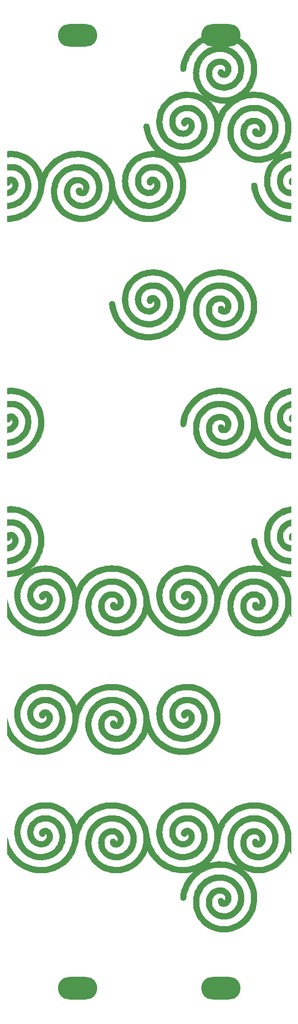
<source format=gbr>
%TF.GenerationSoftware,KiCad,Pcbnew,(5.1.8-0-10_14)*%
%TF.CreationDate,2021-10-30T13:37:44+01:00*%
%TF.ProjectId,4u-2col-spiral-tiled,34752d32-636f-46c2-9d73-706972616c2d,rev?*%
%TF.SameCoordinates,Original*%
%TF.FileFunction,Soldermask,Top*%
%TF.FilePolarity,Negative*%
%FSLAX46Y46*%
G04 Gerber Fmt 4.6, Leading zero omitted, Abs format (unit mm)*
G04 Created by KiCad (PCBNEW (5.1.8-0-10_14)) date 2021-10-30 13:37:44*
%MOMM*%
%LPD*%
G01*
G04 APERTURE LIST*
%ADD10C,0.010000*%
%ADD11O,7.000000X4.000000*%
G04 APERTURE END LIST*
D10*
%TO.C,Ref\u002A\u002A*%
G36*
X154138220Y-156510031D02*
G01*
X154345023Y-156516179D01*
X154532095Y-156525889D01*
X154690613Y-156539162D01*
X154761821Y-156547895D01*
X155218523Y-156624726D01*
X155646882Y-156722491D01*
X156056921Y-156844230D01*
X156458663Y-156992985D01*
X156862132Y-157171795D01*
X156935518Y-157207312D01*
X157167941Y-157328995D01*
X157413236Y-157471402D01*
X157659647Y-157626959D01*
X157895419Y-157788096D01*
X158108798Y-157947239D01*
X158205250Y-158025227D01*
X158583113Y-158367284D01*
X158931916Y-158737087D01*
X159249938Y-159131807D01*
X159535459Y-159548618D01*
X159786759Y-159984690D01*
X160002118Y-160437196D01*
X160179816Y-160903309D01*
X160318134Y-161380200D01*
X160361368Y-161570097D01*
X160383895Y-161677221D01*
X160403590Y-161772432D01*
X160420656Y-161859288D01*
X160435296Y-161941346D01*
X160447716Y-162022163D01*
X160458117Y-162105298D01*
X160466705Y-162194308D01*
X160473681Y-162292749D01*
X160479251Y-162404180D01*
X160483617Y-162532158D01*
X160486984Y-162680240D01*
X160489554Y-162851983D01*
X160491532Y-163050947D01*
X160493121Y-163280686D01*
X160494525Y-163544760D01*
X160495947Y-163846726D01*
X160496326Y-163928000D01*
X160497673Y-164270550D01*
X160498319Y-164573958D01*
X160498267Y-164837829D01*
X160497519Y-165061766D01*
X160496080Y-165245373D01*
X160493952Y-165388253D01*
X160491139Y-165490012D01*
X160487643Y-165550252D01*
X160483468Y-165568577D01*
X160483270Y-165568416D01*
X160466127Y-165543017D01*
X160433153Y-165487560D01*
X160388524Y-165409296D01*
X160336417Y-165315473D01*
X160314909Y-165276120D01*
X160167402Y-165004991D01*
X160130696Y-165117370D01*
X160070504Y-165281621D01*
X159990308Y-165470431D01*
X159894939Y-165674078D01*
X159789228Y-165882837D01*
X159678008Y-166086986D01*
X159566108Y-166276802D01*
X159512148Y-166362166D01*
X159277309Y-166693387D01*
X159008441Y-167018618D01*
X158712754Y-167330792D01*
X158397456Y-167622839D01*
X158069755Y-167887689D01*
X157736859Y-168118272D01*
X157694664Y-168144690D01*
X157273073Y-168380733D01*
X156831826Y-168580380D01*
X156374330Y-168742736D01*
X155903991Y-168866906D01*
X155424215Y-168951994D01*
X154938408Y-168997104D01*
X154449976Y-169001342D01*
X154437583Y-169000910D01*
X153942756Y-168963454D01*
X153462558Y-168886819D01*
X152994845Y-168770392D01*
X152537477Y-168613563D01*
X152088311Y-168415720D01*
X151738833Y-168230577D01*
X151685917Y-168200440D01*
X151738447Y-168239095D01*
X151913658Y-168374784D01*
X152101999Y-168532575D01*
X152295878Y-168705260D01*
X152487702Y-168885633D01*
X152669879Y-169066488D01*
X152834815Y-169240617D01*
X152974919Y-169400815D01*
X153016874Y-169452500D01*
X153325735Y-169874988D01*
X153596096Y-170314565D01*
X153828229Y-170771863D01*
X154022406Y-171247514D01*
X154178899Y-171742149D01*
X154297983Y-172256400D01*
X154345183Y-172531583D01*
X154366444Y-172705004D01*
X154383151Y-172908888D01*
X154394972Y-173131574D01*
X154401576Y-173361401D01*
X154402631Y-173586711D01*
X154397805Y-173795843D01*
X154386767Y-173977136D01*
X154386426Y-173981007D01*
X154319787Y-174503329D01*
X154213925Y-175009800D01*
X154068908Y-175500248D01*
X153884802Y-175974502D01*
X153661674Y-176432388D01*
X153399592Y-176873736D01*
X153098622Y-177298372D01*
X153093257Y-177305333D01*
X153004396Y-177413356D01*
X152890764Y-177540742D01*
X152760077Y-177679709D01*
X152620050Y-177822477D01*
X152478398Y-177961267D01*
X152342837Y-178088296D01*
X152221083Y-178195785D01*
X152162167Y-178244258D01*
X151761608Y-178535747D01*
X151341128Y-178790348D01*
X150902778Y-179007357D01*
X150448611Y-179186072D01*
X149980681Y-179325788D01*
X149501039Y-179425801D01*
X149011739Y-179485406D01*
X148514834Y-179503901D01*
X148489750Y-179503733D01*
X148357891Y-179501385D01*
X148222089Y-179496937D01*
X148096853Y-179490986D01*
X147996695Y-179484132D01*
X147981750Y-179482781D01*
X147505275Y-179417388D01*
X147042895Y-179314302D01*
X146596454Y-179175032D01*
X146167796Y-179001088D01*
X145758765Y-178793981D01*
X145371205Y-178555219D01*
X145006960Y-178286313D01*
X144667875Y-177988771D01*
X144355793Y-177664105D01*
X144072559Y-177313823D01*
X143820018Y-176939436D01*
X143600012Y-176542453D01*
X143414387Y-176124383D01*
X143264986Y-175686737D01*
X143240892Y-175601661D01*
X143183856Y-175379773D01*
X143140230Y-175175167D01*
X143108244Y-174975245D01*
X143086128Y-174767410D01*
X143072111Y-174539067D01*
X143066115Y-174358030D01*
X143065145Y-174013745D01*
X143080774Y-173698191D01*
X143114514Y-173400549D01*
X143167878Y-173109996D01*
X143242380Y-172815710D01*
X143314503Y-172581581D01*
X143473842Y-172158895D01*
X143665475Y-171762748D01*
X143891015Y-171390517D01*
X144152073Y-171039575D01*
X144450258Y-170707298D01*
X144488417Y-170668750D01*
X144812143Y-170370816D01*
X145149930Y-170111276D01*
X145504492Y-169888722D01*
X145878542Y-169701742D01*
X146274796Y-169548926D01*
X146695966Y-169428866D01*
X146997500Y-169365302D01*
X147150386Y-169343142D01*
X147333321Y-169325996D01*
X147534274Y-169314265D01*
X147741215Y-169308352D01*
X147942110Y-169308657D01*
X148124928Y-169315583D01*
X148231183Y-169324114D01*
X148660432Y-169388026D01*
X149072859Y-169488485D01*
X149466715Y-169623855D01*
X149840247Y-169792495D01*
X150191706Y-169992769D01*
X150519339Y-170223039D01*
X150821397Y-170481666D01*
X151096128Y-170767013D01*
X151341781Y-171077442D01*
X151556605Y-171411314D01*
X151738849Y-171766992D01*
X151886763Y-172142838D01*
X151998595Y-172537213D01*
X152067867Y-172913250D01*
X152083880Y-173072986D01*
X152092809Y-173260428D01*
X152094873Y-173463407D01*
X152090286Y-173669754D01*
X152079267Y-173867300D01*
X152062030Y-174043876D01*
X152045837Y-174151500D01*
X151954130Y-174545830D01*
X151827027Y-174920318D01*
X151666215Y-175273178D01*
X151473380Y-175602625D01*
X151250211Y-175906873D01*
X150998394Y-176184139D01*
X150719616Y-176432636D01*
X150415566Y-176650580D01*
X150087930Y-176836185D01*
X149738394Y-176987666D01*
X149368648Y-177103239D01*
X149223749Y-177137252D01*
X149082387Y-177160853D01*
X148911463Y-177178954D01*
X148723449Y-177191082D01*
X148530817Y-177196767D01*
X148346038Y-177195534D01*
X148181584Y-177186912D01*
X148109120Y-177179463D01*
X147743851Y-177113920D01*
X147396276Y-177012533D01*
X147068486Y-176877154D01*
X146762572Y-176709637D01*
X146480625Y-176511835D01*
X146224736Y-176285600D01*
X145996996Y-176032787D01*
X145799497Y-175755247D01*
X145634330Y-175454835D01*
X145503585Y-175133404D01*
X145409355Y-174792806D01*
X145407808Y-174785582D01*
X145378756Y-174603329D01*
X145361815Y-174395670D01*
X145357003Y-174176493D01*
X145364337Y-173959685D01*
X145383833Y-173759134D01*
X145406398Y-173627970D01*
X145497360Y-173297214D01*
X145622552Y-172989362D01*
X145780937Y-172705961D01*
X145971479Y-172448558D01*
X146193140Y-172218700D01*
X146444885Y-172017935D01*
X146517997Y-171968841D01*
X146722324Y-171849456D01*
X146931168Y-171754944D01*
X147160769Y-171678240D01*
X147228772Y-171659575D01*
X147318429Y-171637622D01*
X147400286Y-171622330D01*
X147486034Y-171612469D01*
X147587361Y-171606808D01*
X147715957Y-171604117D01*
X147759500Y-171603721D01*
X147923838Y-171604532D01*
X148058596Y-171610801D01*
X148176360Y-171624215D01*
X148289714Y-171646459D01*
X148411244Y-171679219D01*
X148479167Y-171700119D01*
X148738903Y-171802763D01*
X148979188Y-171938448D01*
X149196348Y-172103652D01*
X149386711Y-172294854D01*
X149546604Y-172508530D01*
X149672354Y-172741158D01*
X149735304Y-172904725D01*
X149798810Y-173160219D01*
X149824801Y-173416035D01*
X149814222Y-173667591D01*
X149768019Y-173910307D01*
X149687139Y-174139601D01*
X149572527Y-174350892D01*
X149425130Y-174539599D01*
X149390265Y-174575765D01*
X149211197Y-174730039D01*
X149022411Y-174843607D01*
X148821689Y-174917428D01*
X148606819Y-174952457D01*
X148510917Y-174955833D01*
X148299240Y-174939112D01*
X148103544Y-174890854D01*
X147927427Y-174813913D01*
X147774488Y-174711143D01*
X147648328Y-174585399D01*
X147552544Y-174439534D01*
X147490737Y-174276405D01*
X147467734Y-174128534D01*
X147473214Y-173955025D01*
X147509721Y-173801719D01*
X147574612Y-173672016D01*
X147665244Y-173569318D01*
X147778977Y-173497023D01*
X147913166Y-173458532D01*
X147992694Y-173453000D01*
X148125282Y-173471916D01*
X148248411Y-173524599D01*
X148354549Y-173604949D01*
X148436163Y-173706867D01*
X148485720Y-173824253D01*
X148492629Y-173857819D01*
X148506309Y-173913479D01*
X148529429Y-173935486D01*
X148570279Y-173926312D01*
X148623467Y-173896865D01*
X148691050Y-173833194D01*
X148747240Y-173737074D01*
X148774113Y-173672499D01*
X148789339Y-173614832D01*
X148795258Y-173548790D01*
X148794208Y-173459087D01*
X148793330Y-173436005D01*
X148779522Y-173294747D01*
X148747016Y-173177226D01*
X148689996Y-173069618D01*
X148602649Y-172958095D01*
X148583265Y-172936547D01*
X148468755Y-172834801D01*
X148326777Y-172744975D01*
X148172049Y-172675500D01*
X148077000Y-172646546D01*
X147926440Y-172623226D01*
X147756456Y-172618784D01*
X147585225Y-172632647D01*
X147430924Y-172664242D01*
X147420833Y-172667222D01*
X147196499Y-172756320D01*
X146994992Y-172879361D01*
X146818319Y-173033429D01*
X146668488Y-173215610D01*
X146547504Y-173422986D01*
X146457374Y-173652643D01*
X146400105Y-173901665D01*
X146377703Y-174167135D01*
X146377514Y-174183250D01*
X146392539Y-174459936D01*
X146443159Y-174716955D01*
X146530983Y-174959883D01*
X146657620Y-175194293D01*
X146678926Y-175227339D01*
X146854491Y-175457330D01*
X147056519Y-175656845D01*
X147281511Y-175825313D01*
X147525970Y-175962165D01*
X147786396Y-176066831D01*
X148059291Y-176138742D01*
X148341157Y-176177327D01*
X148628496Y-176182018D01*
X148917809Y-176152244D01*
X149205598Y-176087436D01*
X149488365Y-175987024D01*
X149762611Y-175850439D01*
X149916297Y-175754484D01*
X150160915Y-175564523D01*
X150383788Y-175340571D01*
X150581262Y-175086908D01*
X150749686Y-174807814D01*
X150787306Y-174733583D01*
X150914709Y-174435779D01*
X151004606Y-174138176D01*
X151058625Y-173832821D01*
X151078393Y-173511761D01*
X151075272Y-173326000D01*
X151039962Y-172964354D01*
X150965063Y-172617304D01*
X150850810Y-172285511D01*
X150697436Y-171969639D01*
X150505175Y-171670349D01*
X150479071Y-171635007D01*
X150243004Y-171354796D01*
X149978437Y-171105219D01*
X149687207Y-170887385D01*
X149371150Y-170702400D01*
X149032103Y-170551373D01*
X148671902Y-170435412D01*
X148383917Y-170371193D01*
X148263453Y-170354673D01*
X148113509Y-170342454D01*
X147944863Y-170334648D01*
X147768295Y-170331366D01*
X147594582Y-170332719D01*
X147434505Y-170338818D01*
X147298842Y-170349775D01*
X147230333Y-170359296D01*
X147054906Y-170394749D01*
X146865220Y-170441455D01*
X146676875Y-170495087D01*
X146505468Y-170551322D01*
X146415417Y-170585246D01*
X146071234Y-170746151D01*
X145746890Y-170942920D01*
X145444644Y-171172904D01*
X145166760Y-171433453D01*
X144915500Y-171721919D01*
X144693125Y-172035653D01*
X144501898Y-172372006D01*
X144344082Y-172728329D01*
X144221937Y-173101972D01*
X144202470Y-173176618D01*
X144120550Y-173588972D01*
X144079876Y-174002339D01*
X144079694Y-174413975D01*
X144119249Y-174821136D01*
X144197786Y-175221078D01*
X144314550Y-175611055D01*
X144468787Y-175988325D01*
X144659743Y-176350143D01*
X144886662Y-176693765D01*
X145148790Y-177016447D01*
X145303240Y-177179547D01*
X145619847Y-177466993D01*
X145961281Y-177720347D01*
X146326752Y-177939219D01*
X146715472Y-178123221D01*
X147126654Y-178271966D01*
X147559508Y-178385064D01*
X147865333Y-178441336D01*
X148027814Y-178460249D01*
X148220380Y-178472695D01*
X148431282Y-178478683D01*
X148648768Y-178478220D01*
X148861089Y-178471314D01*
X149056494Y-178457972D01*
X149208358Y-178440443D01*
X149653253Y-178354697D01*
X150080494Y-178231346D01*
X150488651Y-178071884D01*
X150876294Y-177877807D01*
X151241992Y-177650611D01*
X151584315Y-177391792D01*
X151901834Y-177102845D01*
X152193117Y-176785265D01*
X152456734Y-176440548D01*
X152691255Y-176070190D01*
X152895251Y-175675686D01*
X153067289Y-175258531D01*
X153205941Y-174820222D01*
X153309777Y-174362254D01*
X153350608Y-174109166D01*
X153362815Y-173988775D01*
X153371402Y-173835968D01*
X153376436Y-173660469D01*
X153377985Y-173472001D01*
X153376116Y-173280286D01*
X153370894Y-173095046D01*
X153362389Y-172926006D01*
X153350665Y-172782886D01*
X153340946Y-172705706D01*
X153247437Y-172222635D01*
X153118330Y-171762067D01*
X152953170Y-171322902D01*
X152751500Y-170904038D01*
X152512865Y-170504374D01*
X152311199Y-170219001D01*
X152006276Y-169850213D01*
X151673054Y-169512356D01*
X151312988Y-169206249D01*
X150927533Y-168932710D01*
X150518144Y-168692558D01*
X150086276Y-168486611D01*
X149633385Y-168315688D01*
X149160925Y-168180606D01*
X149117611Y-168171916D01*
X151633000Y-168171916D01*
X151643583Y-168182500D01*
X151654167Y-168171916D01*
X151643583Y-168161333D01*
X151633000Y-168171916D01*
X149117611Y-168171916D01*
X148670351Y-168082185D01*
X148458000Y-168051818D01*
X148321172Y-168039029D01*
X148152313Y-168030275D01*
X147961528Y-168025481D01*
X147758918Y-168024572D01*
X147554588Y-168027472D01*
X147358640Y-168034105D01*
X147181177Y-168044397D01*
X147032303Y-168058271D01*
X146997500Y-168062735D01*
X146494668Y-168152065D01*
X146011654Y-168278560D01*
X145546823Y-168442888D01*
X145098538Y-168645722D01*
X144665163Y-168887730D01*
X144245063Y-169169583D01*
X144182333Y-169215906D01*
X144067722Y-169307289D01*
X143933235Y-169423832D01*
X143786269Y-169558316D01*
X143634221Y-169703523D01*
X143484489Y-169852235D01*
X143344470Y-169997235D01*
X143221561Y-170131306D01*
X143123160Y-170247228D01*
X143115515Y-170256833D01*
X142820455Y-170662981D01*
X142556916Y-171093803D01*
X142326814Y-171544873D01*
X142132065Y-172011770D01*
X141974587Y-172490069D01*
X141856297Y-172975347D01*
X141802011Y-173287759D01*
X141785183Y-173400022D01*
X141771139Y-173480225D01*
X141756836Y-173538239D01*
X141739229Y-173583934D01*
X141715275Y-173627181D01*
X141681930Y-173677852D01*
X141681538Y-173678431D01*
X141594213Y-173772023D01*
X141484213Y-173836273D01*
X141359856Y-173870677D01*
X141229461Y-173874729D01*
X141101347Y-173847923D01*
X140983832Y-173789753D01*
X140907864Y-173725459D01*
X140851263Y-173655862D01*
X140810900Y-173580036D01*
X140786177Y-173492158D01*
X140776497Y-173386403D01*
X140781264Y-173256946D01*
X140799878Y-173097964D01*
X140826585Y-172932744D01*
X140943222Y-172388584D01*
X141099426Y-171857919D01*
X141294206Y-171342666D01*
X141526570Y-170844744D01*
X141795528Y-170366068D01*
X142100087Y-169908557D01*
X142439255Y-169474127D01*
X142812043Y-169064697D01*
X142843244Y-169033124D01*
X142928385Y-168946221D01*
X142999280Y-168871378D01*
X143052034Y-168812922D01*
X143082754Y-168775181D01*
X143087544Y-168762480D01*
X143086666Y-168762683D01*
X142998339Y-168786981D01*
X142879565Y-168815454D01*
X142741716Y-168845698D01*
X142596165Y-168875309D01*
X142454285Y-168901882D01*
X142330387Y-168922565D01*
X141793333Y-168984221D01*
X141256581Y-169005145D01*
X140722657Y-168985881D01*
X140194090Y-168926973D01*
X139673406Y-168828966D01*
X139163133Y-168692405D01*
X138665797Y-168517835D01*
X138183926Y-168305799D01*
X137720048Y-168056843D01*
X137667227Y-168023750D01*
X151400167Y-168023750D01*
X151410750Y-168034333D01*
X151421333Y-168023750D01*
X151410750Y-168013166D01*
X151400167Y-168023750D01*
X137667227Y-168023750D01*
X137409000Y-167861969D01*
X137127577Y-167666457D01*
X136872824Y-167471071D01*
X136630696Y-167264328D01*
X136387153Y-167034746D01*
X136339005Y-166987042D01*
X136055608Y-166690554D01*
X135800374Y-166393182D01*
X135566233Y-166085424D01*
X135346115Y-165757779D01*
X135132947Y-165400747D01*
X135057827Y-165265537D01*
X134915569Y-165004991D01*
X134878863Y-165117370D01*
X134844106Y-165212822D01*
X134794154Y-165335488D01*
X134733617Y-165475165D01*
X134667108Y-165621654D01*
X134599238Y-165764753D01*
X134534616Y-165894261D01*
X134488392Y-165981166D01*
X134318743Y-166271101D01*
X134142923Y-166536379D01*
X133952991Y-166787456D01*
X133741008Y-167034784D01*
X133499036Y-167288818D01*
X133483196Y-167304696D01*
X133226852Y-167550293D01*
X132978885Y-167764425D01*
X132729932Y-167954064D01*
X132470630Y-168126183D01*
X132191616Y-168287754D01*
X132091325Y-168341144D01*
X131638639Y-168554108D01*
X131175151Y-168726251D01*
X130701793Y-168857362D01*
X130219496Y-168947230D01*
X129729191Y-168995642D01*
X129231808Y-169002389D01*
X129185750Y-169000910D01*
X128694876Y-168963384D01*
X128216746Y-168887160D01*
X127753186Y-168773232D01*
X127306023Y-168622592D01*
X126877083Y-168436233D01*
X126468192Y-168215148D01*
X126081177Y-167960329D01*
X125717865Y-167672770D01*
X125380082Y-167353464D01*
X125069655Y-167003403D01*
X124788410Y-166623580D01*
X124774645Y-166603075D01*
X124540291Y-166218389D01*
X124343080Y-165820535D01*
X124181547Y-165405716D01*
X124054232Y-164970140D01*
X123959670Y-164510011D01*
X123953798Y-164474038D01*
X123935653Y-164324813D01*
X123922840Y-164143603D01*
X123915301Y-163940415D01*
X123912976Y-163725251D01*
X123915806Y-163508116D01*
X123923733Y-163299015D01*
X123936698Y-163107952D01*
X123954641Y-162944933D01*
X123963134Y-162890195D01*
X124032683Y-162539663D01*
X124116873Y-162217423D01*
X124219738Y-161910785D01*
X124345307Y-161607059D01*
X124423718Y-161440316D01*
X124637481Y-161049669D01*
X124883335Y-160685043D01*
X125159138Y-160347939D01*
X125462749Y-160039861D01*
X125792025Y-159762308D01*
X126144826Y-159516782D01*
X126519010Y-159304785D01*
X126912436Y-159127818D01*
X127322961Y-158987383D01*
X127748445Y-158884981D01*
X128153150Y-158825458D01*
X128467562Y-158806445D01*
X128802878Y-158810428D01*
X129145172Y-158836342D01*
X129480519Y-158883120D01*
X129794993Y-158949694D01*
X129803394Y-158951841D01*
X130204015Y-159075683D01*
X130585078Y-159235340D01*
X130944708Y-159428751D01*
X131281032Y-159653852D01*
X131592175Y-159908579D01*
X131876262Y-160190871D01*
X132131419Y-160498664D01*
X132355771Y-160829896D01*
X132547445Y-161182503D01*
X132704565Y-161554422D01*
X132825258Y-161943592D01*
X132907649Y-162347948D01*
X132911275Y-162372250D01*
X132927949Y-162524181D01*
X132938934Y-162704513D01*
X132944099Y-162899680D01*
X132943315Y-163096117D01*
X132936450Y-163280259D01*
X132923375Y-163438538D01*
X132921657Y-163452938D01*
X132853273Y-163846259D01*
X132748492Y-164222558D01*
X132609191Y-164579907D01*
X132437244Y-164916379D01*
X132234528Y-165230044D01*
X132002917Y-165518977D01*
X131744288Y-165781247D01*
X131460516Y-166014928D01*
X131153476Y-166218092D01*
X130825044Y-166388810D01*
X130477095Y-166525155D01*
X130111505Y-166625198D01*
X129781244Y-166681122D01*
X129627495Y-166693461D01*
X129446574Y-166697619D01*
X129252000Y-166694118D01*
X129057296Y-166683475D01*
X128875981Y-166666211D01*
X128721576Y-166642845D01*
X128706299Y-166639819D01*
X128348764Y-166546935D01*
X128010894Y-166419107D01*
X127694850Y-166258188D01*
X127402792Y-166066030D01*
X127136882Y-165844487D01*
X126899281Y-165595411D01*
X126692152Y-165320655D01*
X126517654Y-165022072D01*
X126377950Y-164701516D01*
X126348985Y-164618970D01*
X126285679Y-164406661D01*
X126242313Y-164202421D01*
X126216635Y-163991526D01*
X126206391Y-163759253D01*
X126205988Y-163684583D01*
X126225919Y-163337594D01*
X126283992Y-163007080D01*
X126379712Y-162694276D01*
X126512585Y-162400416D01*
X126682116Y-162126736D01*
X126887811Y-161874471D01*
X126960655Y-161799004D01*
X127194182Y-161591164D01*
X127440858Y-161421268D01*
X127706794Y-161285807D01*
X127998101Y-161181273D01*
X128072938Y-161160271D01*
X128156985Y-161139187D01*
X128232387Y-161124271D01*
X128309810Y-161114456D01*
X128399915Y-161108676D01*
X128513365Y-161105864D01*
X128624833Y-161105044D01*
X128768040Y-161105516D01*
X128879421Y-161108609D01*
X128969449Y-161115214D01*
X129048596Y-161126221D01*
X129127333Y-161142520D01*
X129160498Y-161150579D01*
X129443670Y-161241119D01*
X129703971Y-161364026D01*
X129939022Y-161517041D01*
X130146442Y-161697907D01*
X130323851Y-161904367D01*
X130468870Y-162134162D01*
X130579119Y-162385035D01*
X130626780Y-162541583D01*
X130652461Y-162683604D01*
X130665576Y-162850808D01*
X130666281Y-163028301D01*
X130654732Y-163201185D01*
X130631088Y-163354567D01*
X130617637Y-163409416D01*
X130550833Y-163609298D01*
X130469036Y-163779633D01*
X130365459Y-163932403D01*
X130244552Y-164068296D01*
X130065200Y-164225200D01*
X129876643Y-164341175D01*
X129677255Y-164416941D01*
X129465408Y-164453218D01*
X129366511Y-164456853D01*
X129156132Y-164439984D01*
X128962379Y-164392374D01*
X128788190Y-164317240D01*
X128636501Y-164217796D01*
X128510249Y-164097260D01*
X128412372Y-163958848D01*
X128345806Y-163805775D01*
X128313490Y-163641258D01*
X128318359Y-163468513D01*
X128346730Y-163340219D01*
X128408946Y-163194921D01*
X128496466Y-163083267D01*
X128608065Y-163006122D01*
X128742520Y-162964351D01*
X128888061Y-162958076D01*
X128979269Y-162968438D01*
X129047848Y-162989733D01*
X129113230Y-163028092D01*
X129115932Y-163029983D01*
X129213311Y-163115751D01*
X129287848Y-163216259D01*
X129331823Y-163320293D01*
X129338247Y-163352990D01*
X129349997Y-163413229D01*
X129370481Y-163436825D01*
X129409849Y-163428946D01*
X129449716Y-163409736D01*
X129526063Y-163350106D01*
X129585706Y-163257202D01*
X129630946Y-163127412D01*
X129631844Y-163123931D01*
X129654365Y-162973810D01*
X129641200Y-162828548D01*
X129591144Y-162677833D01*
X129575836Y-162644531D01*
X129475238Y-162481543D01*
X129344601Y-162347167D01*
X129186207Y-162242678D01*
X129002339Y-162169348D01*
X128795279Y-162128451D01*
X128635417Y-162119801D01*
X128399518Y-162139852D01*
X128177350Y-162198502D01*
X127971562Y-162293490D01*
X127784801Y-162422558D01*
X127619714Y-162583446D01*
X127478951Y-162773896D01*
X127365158Y-162991648D01*
X127280984Y-163234444D01*
X127267743Y-163286621D01*
X127249078Y-163371950D01*
X127237193Y-163448998D01*
X127231236Y-163530052D01*
X127230355Y-163627402D01*
X127233699Y-163753336D01*
X127234280Y-163769250D01*
X127243729Y-163939023D01*
X127259856Y-164079193D01*
X127285380Y-164202306D01*
X127323020Y-164320906D01*
X127375495Y-164447539D01*
X127386573Y-164471823D01*
X127523886Y-164721456D01*
X127691153Y-164944185D01*
X127885001Y-165139213D01*
X128102060Y-165305739D01*
X128338956Y-165442964D01*
X128592318Y-165550091D01*
X128858773Y-165626320D01*
X129134950Y-165670853D01*
X129417475Y-165682890D01*
X129702977Y-165661633D01*
X129988084Y-165606283D01*
X130269423Y-165516042D01*
X130543622Y-165390109D01*
X130748078Y-165268112D01*
X130949893Y-165115073D01*
X131146628Y-164929191D01*
X131330039Y-164719837D01*
X131491880Y-164496382D01*
X131618469Y-164278927D01*
X131728815Y-164038743D01*
X131811604Y-163800993D01*
X131869457Y-163554966D01*
X131904995Y-163289950D01*
X131919369Y-163049583D01*
X131922372Y-162835471D01*
X131915297Y-162649459D01*
X131896609Y-162478184D01*
X131864769Y-162308282D01*
X131818240Y-162126390D01*
X131809779Y-162096831D01*
X131692907Y-161767059D01*
X131540582Y-161457408D01*
X131355418Y-161169483D01*
X131140034Y-160904893D01*
X130897046Y-160665245D01*
X130629070Y-160452146D01*
X130338724Y-160267202D01*
X130028623Y-160112022D01*
X129701385Y-159988213D01*
X129359626Y-159897381D01*
X129005964Y-159841135D01*
X128643013Y-159821081D01*
X128273392Y-159838826D01*
X128155880Y-159852517D01*
X127771307Y-159924294D01*
X127403121Y-160034017D01*
X127053101Y-160179902D01*
X126723027Y-160360160D01*
X126414680Y-160573006D01*
X126129840Y-160816652D01*
X125870285Y-161089314D01*
X125637798Y-161389203D01*
X125434156Y-161714534D01*
X125261141Y-162063520D01*
X125120531Y-162434374D01*
X125014108Y-162825310D01*
X124970567Y-163049583D01*
X124952211Y-163194943D01*
X124939521Y-163370063D01*
X124932503Y-163563824D01*
X124931159Y-163765104D01*
X124935495Y-163962781D01*
X124945513Y-164145735D01*
X124961217Y-164302845D01*
X124970101Y-164361916D01*
X125063887Y-164788661D01*
X125194781Y-165195399D01*
X125362030Y-165581031D01*
X125564879Y-165944460D01*
X125802575Y-166284587D01*
X126074363Y-166600314D01*
X126379488Y-166890543D01*
X126717199Y-167154176D01*
X127024099Y-167353434D01*
X127402877Y-167554616D01*
X127798532Y-167717067D01*
X128210546Y-167840650D01*
X128638397Y-167925228D01*
X129081566Y-167970661D01*
X129386833Y-167979133D01*
X129836453Y-167959952D01*
X130268986Y-167902944D01*
X130687878Y-167807300D01*
X131096575Y-167672215D01*
X131498522Y-167496882D01*
X131545578Y-167473545D01*
X131924924Y-167259606D01*
X132282018Y-167011003D01*
X132615041Y-166730147D01*
X132922172Y-166419450D01*
X133201591Y-166081322D01*
X133451479Y-165718177D01*
X133670016Y-165332425D01*
X133855382Y-164926477D01*
X134005757Y-164502746D01*
X134119321Y-164063643D01*
X134119527Y-164062671D01*
X134196064Y-163600075D01*
X134231752Y-163131248D01*
X134226820Y-162660189D01*
X134181499Y-162190896D01*
X134096019Y-161727368D01*
X133970608Y-161273603D01*
X133956804Y-161231682D01*
X133788454Y-160793215D01*
X133583780Y-160374950D01*
X133344485Y-159978488D01*
X133072272Y-159605427D01*
X132768844Y-159257366D01*
X132435902Y-158935905D01*
X132075150Y-158642644D01*
X131688292Y-158379180D01*
X131277028Y-158147114D01*
X130843063Y-157948045D01*
X130388099Y-157783571D01*
X130237165Y-157738167D01*
X129769182Y-157625899D01*
X129289860Y-157553113D01*
X128803009Y-157519763D01*
X128312441Y-157525802D01*
X127821966Y-157571182D01*
X127335394Y-157655857D01*
X126856536Y-157779780D01*
X126856141Y-157779899D01*
X126398686Y-157940415D01*
X125957675Y-158138913D01*
X125535016Y-158373612D01*
X125132621Y-158642734D01*
X124752400Y-158944500D01*
X124396264Y-159277130D01*
X124066122Y-159638845D01*
X123763886Y-160027865D01*
X123491466Y-160442411D01*
X123250772Y-160880703D01*
X123050374Y-161324500D01*
X122970649Y-161527887D01*
X122901325Y-161721671D01*
X122840889Y-161912367D01*
X122787832Y-162106489D01*
X122740643Y-162310551D01*
X122697812Y-162531067D01*
X122657827Y-162774551D01*
X122619178Y-163047519D01*
X122581622Y-163345916D01*
X122500094Y-163849955D01*
X122378429Y-164344180D01*
X122217965Y-164826000D01*
X122020042Y-165292822D01*
X121785998Y-165742055D01*
X121517171Y-166171108D01*
X121214900Y-166577389D01*
X120880523Y-166958307D01*
X120549095Y-167281052D01*
X120141982Y-167620913D01*
X119713997Y-167924084D01*
X119264995Y-168190627D01*
X118794835Y-168420607D01*
X118303371Y-168614086D01*
X117790462Y-168771130D01*
X117255963Y-168891801D01*
X116750333Y-168970099D01*
X116622064Y-168981765D01*
X116460645Y-168990094D01*
X116275121Y-168995160D01*
X116074537Y-168997035D01*
X115867940Y-168995791D01*
X115664375Y-168991500D01*
X115472887Y-168984236D01*
X115302521Y-168974070D01*
X115162324Y-168961076D01*
X115131083Y-168957128D01*
X114654457Y-168879232D01*
X114205421Y-168777729D01*
X113774646Y-168649726D01*
X113352802Y-168492329D01*
X112930561Y-168302644D01*
X112781583Y-168228412D01*
X112341378Y-167980677D01*
X111915818Y-167695250D01*
X111508333Y-167375258D01*
X111122353Y-167023830D01*
X110761307Y-166644093D01*
X110428626Y-166239175D01*
X110127737Y-165812205D01*
X110121031Y-165801861D01*
X109998167Y-165611972D01*
X110000571Y-164097944D01*
X110001087Y-163809154D01*
X110001689Y-163560267D01*
X110002436Y-163348855D01*
X110003385Y-163172486D01*
X110004594Y-163028731D01*
X110006122Y-162915161D01*
X110008026Y-162829345D01*
X110010364Y-162768854D01*
X110013195Y-162731258D01*
X110016576Y-162714127D01*
X110020564Y-162715032D01*
X110025219Y-162731542D01*
X110030598Y-162761228D01*
X110032213Y-162771386D01*
X110130515Y-163267505D01*
X110268106Y-163752215D01*
X110443419Y-164223051D01*
X110654890Y-164677548D01*
X110900951Y-165113241D01*
X111180036Y-165527666D01*
X111490579Y-165918356D01*
X111831014Y-166282848D01*
X112199773Y-166618677D01*
X112595292Y-166923377D01*
X112728667Y-167014845D01*
X113134882Y-167260284D01*
X113563454Y-167471581D01*
X114010553Y-167647855D01*
X114472347Y-167788224D01*
X114945008Y-167891809D01*
X115424704Y-167957728D01*
X115907606Y-167985100D01*
X116389882Y-167973046D01*
X116744260Y-167938205D01*
X117229679Y-167854952D01*
X117698831Y-167734746D01*
X118150007Y-167578970D01*
X118581498Y-167389010D01*
X118991596Y-167166250D01*
X119378591Y-166912075D01*
X119740776Y-166627868D01*
X120076442Y-166315015D01*
X120383880Y-165974901D01*
X120661382Y-165608908D01*
X120907238Y-165218423D01*
X121119741Y-164804830D01*
X121297182Y-164369512D01*
X121353620Y-164203172D01*
X121450038Y-163871796D01*
X121521430Y-163551250D01*
X121569700Y-163229003D01*
X121596754Y-162892525D01*
X121604540Y-162552166D01*
X121592686Y-162158686D01*
X121556362Y-161789037D01*
X121493682Y-161431246D01*
X121402762Y-161073342D01*
X121340106Y-160872319D01*
X121178185Y-160447255D01*
X120981538Y-160043620D01*
X120752046Y-159663189D01*
X120491590Y-159307737D01*
X120202053Y-158979038D01*
X119885314Y-158678868D01*
X119543257Y-158409002D01*
X119177761Y-158171214D01*
X118790709Y-157967279D01*
X118383982Y-157798973D01*
X117959462Y-157668070D01*
X117937768Y-157662530D01*
X117505320Y-157574419D01*
X117067045Y-157526505D01*
X116626908Y-157518552D01*
X116188871Y-157550323D01*
X115756897Y-157621584D01*
X115334950Y-157732097D01*
X115042163Y-157834832D01*
X114653410Y-158008224D01*
X114286288Y-158215827D01*
X113943137Y-158455494D01*
X113626293Y-158725079D01*
X113338095Y-159022436D01*
X113080878Y-159345418D01*
X112856982Y-159691880D01*
X112705371Y-159980416D01*
X112544865Y-160365447D01*
X112423853Y-160762968D01*
X112341226Y-161176683D01*
X112335092Y-161218666D01*
X112318381Y-161378063D01*
X112308072Y-161565768D01*
X112304160Y-161768427D01*
X112306637Y-161972687D01*
X112315498Y-162165194D01*
X112330736Y-162332596D01*
X112335622Y-162369522D01*
X112412916Y-162771955D01*
X112526376Y-163157116D01*
X112674378Y-163522969D01*
X112855298Y-163867478D01*
X113067514Y-164188609D01*
X113309403Y-164484323D01*
X113579341Y-164752587D01*
X113875705Y-164991364D01*
X114196871Y-165198617D01*
X114541218Y-165372312D01*
X114815527Y-165479966D01*
X115174557Y-165583816D01*
X115538395Y-165649240D01*
X115903661Y-165677062D01*
X116266977Y-165668103D01*
X116624963Y-165623186D01*
X116974240Y-165543136D01*
X117311429Y-165428775D01*
X117633151Y-165280926D01*
X117936027Y-165100411D01*
X118216678Y-164888055D01*
X118471724Y-164644680D01*
X118535655Y-164573876D01*
X118762181Y-164283872D01*
X118950450Y-163976020D01*
X119100154Y-163650951D01*
X119210989Y-163309293D01*
X119262361Y-163076870D01*
X119282597Y-162924903D01*
X119294682Y-162745162D01*
X119298629Y-162551410D01*
X119294446Y-162357412D01*
X119282144Y-162176934D01*
X119261732Y-162023739D01*
X119261598Y-162023000D01*
X119181826Y-161692682D01*
X119067386Y-161381639D01*
X118920499Y-161092099D01*
X118743386Y-160826293D01*
X118538269Y-160586453D01*
X118307368Y-160374807D01*
X118052906Y-160193587D01*
X117777102Y-160045023D01*
X117482178Y-159931346D01*
X117170355Y-159854784D01*
X117089213Y-159841587D01*
X116913726Y-159825797D01*
X116714993Y-159824164D01*
X116509338Y-159835801D01*
X116313084Y-159859819D01*
X116153310Y-159892491D01*
X115869595Y-159986236D01*
X115607021Y-160113619D01*
X115368282Y-160272054D01*
X115156070Y-160458955D01*
X114973076Y-160671735D01*
X114821995Y-160907810D01*
X114705517Y-161164592D01*
X114651317Y-161335083D01*
X114622686Y-161482698D01*
X114606588Y-161655786D01*
X114603019Y-161839961D01*
X114611972Y-162020839D01*
X114633441Y-162184033D01*
X114651700Y-162265188D01*
X114736679Y-162505856D01*
X114852937Y-162724290D01*
X114997444Y-162917308D01*
X115167171Y-163081727D01*
X115359087Y-163214367D01*
X115570164Y-163312044D01*
X115681417Y-163346639D01*
X115790449Y-163366438D01*
X115923544Y-163377549D01*
X116064089Y-163379681D01*
X116195469Y-163372541D01*
X116294583Y-163357392D01*
X116477563Y-163296168D01*
X116644896Y-163203143D01*
X116789645Y-163083572D01*
X116904874Y-162942707D01*
X116952652Y-162859083D01*
X116983735Y-162790480D01*
X117002436Y-162730556D01*
X117011780Y-162663878D01*
X117014794Y-162575016D01*
X117014917Y-162541583D01*
X117012824Y-162439347D01*
X117004906Y-162365041D01*
X116988704Y-162304397D01*
X116964402Y-162248473D01*
X116916728Y-162174690D01*
X116856642Y-162113410D01*
X116795130Y-162074342D01*
X116757307Y-162065412D01*
X116736521Y-162083744D01*
X116718968Y-162128543D01*
X116717682Y-162134125D01*
X116668574Y-162272256D01*
X116590156Y-162385079D01*
X116488638Y-162470312D01*
X116370230Y-162525677D01*
X116241142Y-162548894D01*
X116107586Y-162537683D01*
X115975771Y-162489766D01*
X115892732Y-162436916D01*
X115806885Y-162346269D01*
X115743502Y-162227386D01*
X115703804Y-162088647D01*
X115689011Y-161938433D01*
X115700343Y-161785125D01*
X115739020Y-161637104D01*
X115766819Y-161572096D01*
X115860046Y-161428078D01*
X115985639Y-161303774D01*
X116137435Y-161201352D01*
X116309273Y-161122982D01*
X116494993Y-161070830D01*
X116688433Y-161047066D01*
X116883432Y-161053858D01*
X117073828Y-161093373D01*
X117101745Y-161102302D01*
X117318406Y-161196430D01*
X117510360Y-161324573D01*
X117676588Y-161485662D01*
X117816069Y-161678625D01*
X117927785Y-161902392D01*
X117968581Y-162012416D01*
X118008749Y-162172584D01*
X118033140Y-162357766D01*
X118041230Y-162553486D01*
X118032495Y-162745269D01*
X118006411Y-162918640D01*
X118002072Y-162937596D01*
X117917591Y-163204143D01*
X117797559Y-163449014D01*
X117643690Y-163670616D01*
X117457698Y-163867357D01*
X117241299Y-164037645D01*
X116996207Y-164179886D01*
X116724136Y-164292488D01*
X116464583Y-164365610D01*
X116342302Y-164385144D01*
X116191425Y-164396937D01*
X116024970Y-164401018D01*
X115855956Y-164397415D01*
X115697401Y-164386159D01*
X115562322Y-164367276D01*
X115543833Y-164363565D01*
X115248496Y-164283030D01*
X114975687Y-164170050D01*
X114721160Y-164022198D01*
X114480668Y-163837045D01*
X114273129Y-163636947D01*
X114069040Y-163390997D01*
X113899273Y-163121465D01*
X113763226Y-162827204D01*
X113660296Y-162507069D01*
X113643290Y-162438390D01*
X113622794Y-162347005D01*
X113607960Y-162266502D01*
X113597873Y-162186728D01*
X113591620Y-162097531D01*
X113588287Y-161988759D01*
X113586960Y-161850260D01*
X113586838Y-161811333D01*
X113588623Y-161620993D01*
X113596090Y-161461287D01*
X113610929Y-161320706D01*
X113634830Y-161187738D01*
X113669481Y-161050875D01*
X113716574Y-160898605D01*
X113724206Y-160875552D01*
X113827340Y-160606543D01*
X113951576Y-160360402D01*
X114102269Y-160128670D01*
X114284778Y-159902886D01*
X114452385Y-159725746D01*
X114703581Y-159497663D01*
X114966024Y-159304922D01*
X115245218Y-159144575D01*
X115546669Y-159013676D01*
X115875880Y-158909278D01*
X116062417Y-158863923D01*
X116139247Y-158848097D01*
X116212012Y-158836237D01*
X116288775Y-158827795D01*
X116377602Y-158822223D01*
X116486559Y-158818973D01*
X116623709Y-158817499D01*
X116750333Y-158817230D01*
X116913631Y-158817717D01*
X117042746Y-158819552D01*
X117145818Y-158823294D01*
X117230989Y-158829501D01*
X117306402Y-158838733D01*
X117380198Y-158851549D01*
X117444038Y-158864866D01*
X117659510Y-158916542D01*
X117849406Y-158972957D01*
X118030469Y-159039875D01*
X118219443Y-159123062D01*
X118284917Y-159154349D01*
X118616935Y-159338532D01*
X118923950Y-159555374D01*
X119204519Y-159802362D01*
X119457199Y-160076987D01*
X119680550Y-160376734D01*
X119873128Y-160699094D01*
X120033492Y-161041554D01*
X120160200Y-161401603D01*
X120251809Y-161776728D01*
X120306878Y-162164419D01*
X120323965Y-162562164D01*
X120320823Y-162700333D01*
X120283829Y-163120927D01*
X120206816Y-163528428D01*
X120090135Y-163921830D01*
X119934136Y-164300124D01*
X119739170Y-164662302D01*
X119529127Y-164975750D01*
X119437994Y-165090322D01*
X119322876Y-165221372D01*
X119192080Y-165360545D01*
X119053912Y-165499486D01*
X118916678Y-165629839D01*
X118788686Y-165743251D01*
X118679120Y-165830719D01*
X118324104Y-166066413D01*
X117951912Y-166264844D01*
X117565388Y-166426047D01*
X117167378Y-166550058D01*
X116760730Y-166636911D01*
X116348287Y-166686642D01*
X115932896Y-166699288D01*
X115517403Y-166674882D01*
X115104653Y-166613461D01*
X114697492Y-166515060D01*
X114298766Y-166379714D01*
X113911320Y-166207459D01*
X113538001Y-165998331D01*
X113194897Y-165762420D01*
X112857879Y-165481205D01*
X112548634Y-165169353D01*
X112268921Y-164829622D01*
X112020498Y-164464773D01*
X111805125Y-164077564D01*
X111624558Y-163670754D01*
X111480558Y-163247104D01*
X111405214Y-162954333D01*
X111327573Y-162520194D01*
X111286226Y-162074571D01*
X111281169Y-161625217D01*
X111312394Y-161179883D01*
X111379897Y-160746321D01*
X111407009Y-160620627D01*
X111532366Y-160167845D01*
X111694878Y-159733769D01*
X111893002Y-159319930D01*
X112125199Y-158927862D01*
X112389927Y-158559101D01*
X112685646Y-158215178D01*
X113010815Y-157897629D01*
X113363892Y-157607986D01*
X113743338Y-157347784D01*
X114147611Y-157118556D01*
X114575170Y-156921836D01*
X115024475Y-156759158D01*
X115389081Y-156656877D01*
X115575214Y-156613226D01*
X115744838Y-156578845D01*
X115907252Y-156552737D01*
X116071754Y-156533905D01*
X116247642Y-156521351D01*
X116444215Y-156514077D01*
X116670771Y-156511088D01*
X116750333Y-156510873D01*
X116936217Y-156511188D01*
X117087595Y-156512711D01*
X117212287Y-156515855D01*
X117318113Y-156521033D01*
X117412892Y-156528658D01*
X117504446Y-156539145D01*
X117600593Y-156552905D01*
X117628750Y-156557298D01*
X118125317Y-156656545D01*
X118604529Y-156794077D01*
X119065036Y-156969002D01*
X119505486Y-157180432D01*
X119924528Y-157427475D01*
X120320809Y-157709243D01*
X120692979Y-158024846D01*
X121039685Y-158373393D01*
X121359577Y-158753994D01*
X121651303Y-159165761D01*
X121695647Y-159235066D01*
X121777643Y-159372444D01*
X121866876Y-159534481D01*
X121957940Y-159710281D01*
X122045430Y-159888948D01*
X122123940Y-160059587D01*
X122188066Y-160211300D01*
X122214878Y-160281710D01*
X122245797Y-160364610D01*
X122272125Y-160430081D01*
X122290308Y-160469564D01*
X122296000Y-160477242D01*
X122309346Y-160459644D01*
X122337375Y-160411901D01*
X122375742Y-160341686D01*
X122412417Y-160271660D01*
X122637808Y-159872059D01*
X122899316Y-159476205D01*
X123190893Y-159091610D01*
X123506489Y-158725788D01*
X123840057Y-158386250D01*
X124158667Y-158102674D01*
X124588658Y-157771758D01*
X125034970Y-157479194D01*
X125498732Y-157224488D01*
X125981076Y-157007147D01*
X126483133Y-156826678D01*
X127006034Y-156682589D01*
X127550910Y-156574385D01*
X127725250Y-156547940D01*
X127851558Y-156534269D01*
X128011434Y-156523351D01*
X128196198Y-156515239D01*
X128397172Y-156509986D01*
X128605677Y-156507645D01*
X128813032Y-156508270D01*
X129010558Y-156511913D01*
X129189577Y-156518627D01*
X129341410Y-156528465D01*
X129429167Y-156537532D01*
X129978463Y-156627588D01*
X130507561Y-156754447D01*
X131016023Y-156917899D01*
X131503413Y-157117734D01*
X131969291Y-157353742D01*
X132413222Y-157625713D01*
X132834767Y-157933437D01*
X133233490Y-158276706D01*
X133408500Y-158445868D01*
X133746578Y-158813538D01*
X134054659Y-159207936D01*
X134331089Y-159625650D01*
X134574213Y-160063266D01*
X134782377Y-160517371D01*
X134953927Y-160984551D01*
X135087209Y-161461395D01*
X135180568Y-161944488D01*
X135208844Y-162160583D01*
X135221228Y-162266010D01*
X135237517Y-162396730D01*
X135255597Y-162536134D01*
X135273357Y-162667609D01*
X135273410Y-162667992D01*
X135365005Y-163177259D01*
X135496423Y-163673211D01*
X135666778Y-164154075D01*
X135875181Y-164618081D01*
X136120745Y-165063458D01*
X136402583Y-165488433D01*
X136719808Y-165891235D01*
X137071533Y-166270093D01*
X137083797Y-166282246D01*
X137404191Y-166578944D01*
X137731111Y-166840496D01*
X138074357Y-167073962D01*
X138443725Y-167286404D01*
X138562583Y-167347844D01*
X139018844Y-167554719D01*
X139487040Y-167721506D01*
X139964899Y-167847999D01*
X140450147Y-167933988D01*
X140940514Y-167979264D01*
X141433725Y-167983619D01*
X141808154Y-167955733D01*
X151318912Y-167955733D01*
X151324062Y-167967562D01*
X151345375Y-167990286D01*
X151357627Y-167985624D01*
X151357833Y-167982665D01*
X151342799Y-167964762D01*
X151333396Y-167958228D01*
X151318912Y-167955733D01*
X141808154Y-167955733D01*
X141927508Y-167946844D01*
X142419592Y-167868731D01*
X142907703Y-167749071D01*
X142913802Y-167747302D01*
X143366822Y-167594479D01*
X143801650Y-167405408D01*
X144087730Y-167251166D01*
X145861744Y-167251166D01*
X145885536Y-167246422D01*
X145942091Y-167233487D01*
X146023073Y-167214311D01*
X146120144Y-167190840D01*
X146125029Y-167189648D01*
X146641252Y-167084975D01*
X147164367Y-167020578D01*
X147691161Y-166996023D01*
X148218427Y-167010878D01*
X148742952Y-167064712D01*
X149261527Y-167157090D01*
X149770941Y-167287582D01*
X150267985Y-167455755D01*
X150749447Y-167661176D01*
X151146167Y-167865938D01*
X151219189Y-167906273D01*
X151262612Y-167928175D01*
X151275684Y-167930218D01*
X151257649Y-167910981D01*
X151207754Y-167869038D01*
X151125245Y-167802968D01*
X151103833Y-167785997D01*
X150787257Y-167510848D01*
X150488786Y-167202792D01*
X150213239Y-166868189D01*
X149965434Y-166513400D01*
X149750190Y-166144787D01*
X149572326Y-165768709D01*
X149568255Y-165758916D01*
X149403276Y-165308325D01*
X149277611Y-164846672D01*
X149205631Y-164474038D01*
X149187486Y-164324813D01*
X149174673Y-164143603D01*
X149167134Y-163940415D01*
X149164809Y-163725251D01*
X149167640Y-163508116D01*
X149175567Y-163299015D01*
X149188531Y-163107952D01*
X149206474Y-162944933D01*
X149214967Y-162890195D01*
X149311691Y-162432827D01*
X149440036Y-162002039D01*
X149601041Y-161595141D01*
X149795743Y-161209444D01*
X149978582Y-160911149D01*
X150247349Y-160542803D01*
X150542003Y-160207862D01*
X150861892Y-159906749D01*
X151206369Y-159639886D01*
X151574783Y-159407692D01*
X151966486Y-159210590D01*
X152380827Y-159049002D01*
X152817156Y-158923349D01*
X153147326Y-158854881D01*
X153268875Y-158838978D01*
X153422684Y-158827119D01*
X153599365Y-158819300D01*
X153789532Y-158815516D01*
X153983799Y-158815761D01*
X154172779Y-158820032D01*
X154347087Y-158828324D01*
X154497336Y-158840631D01*
X154606917Y-158855617D01*
X155043125Y-158951587D01*
X155450468Y-159077546D01*
X155830932Y-159234496D01*
X156186505Y-159423440D01*
X156519174Y-159645380D01*
X156830926Y-159901318D01*
X156999787Y-160062559D01*
X157285448Y-160377346D01*
X157531830Y-160707577D01*
X157739473Y-161054325D01*
X157908917Y-161418661D01*
X158040702Y-161801657D01*
X158135367Y-162204386D01*
X158163108Y-162372250D01*
X158179782Y-162524181D01*
X158190767Y-162704513D01*
X158195933Y-162899680D01*
X158195148Y-163096117D01*
X158188283Y-163280259D01*
X158175208Y-163438538D01*
X158173490Y-163452938D01*
X158105532Y-163843440D01*
X158001289Y-164217617D01*
X157862711Y-164573464D01*
X157691749Y-164908974D01*
X157490351Y-165222144D01*
X157260466Y-165510967D01*
X157004046Y-165773437D01*
X156723039Y-166007550D01*
X156419394Y-166211301D01*
X156095062Y-166382683D01*
X155751991Y-166519691D01*
X155392132Y-166620320D01*
X155035808Y-166680475D01*
X154867717Y-166693444D01*
X154675135Y-166697483D01*
X154471801Y-166693112D01*
X154271452Y-166680850D01*
X154087825Y-166661217D01*
X153958132Y-166639730D01*
X153600867Y-166547042D01*
X153263176Y-166419360D01*
X152947235Y-166258549D01*
X152655217Y-166066472D01*
X152389297Y-165844994D01*
X152151650Y-165595979D01*
X151944451Y-165321292D01*
X151769873Y-165022795D01*
X151630093Y-164702354D01*
X151600818Y-164618970D01*
X151537512Y-164406661D01*
X151494146Y-164202421D01*
X151468468Y-163991526D01*
X151458225Y-163759253D01*
X151457821Y-163684583D01*
X151477753Y-163337594D01*
X151535826Y-163007080D01*
X151631546Y-162694276D01*
X151764418Y-162400416D01*
X151933949Y-162126736D01*
X152139644Y-161874471D01*
X152212488Y-161799004D01*
X152446015Y-161591164D01*
X152692692Y-161421268D01*
X152958628Y-161285807D01*
X153249934Y-161181273D01*
X153324772Y-161160271D01*
X153408818Y-161139187D01*
X153484221Y-161124271D01*
X153561643Y-161114456D01*
X153651748Y-161108676D01*
X153765199Y-161105864D01*
X153876667Y-161105044D01*
X154019874Y-161105516D01*
X154131255Y-161108609D01*
X154221283Y-161115214D01*
X154300429Y-161126221D01*
X154379166Y-161142520D01*
X154412331Y-161150579D01*
X154695503Y-161241119D01*
X154955804Y-161364026D01*
X155190855Y-161517041D01*
X155398275Y-161697907D01*
X155575685Y-161904367D01*
X155720704Y-162134162D01*
X155830952Y-162385035D01*
X155878613Y-162541583D01*
X155904295Y-162683604D01*
X155917409Y-162850808D01*
X155918114Y-163028301D01*
X155906566Y-163201185D01*
X155882922Y-163354567D01*
X155869470Y-163409416D01*
X155802667Y-163609298D01*
X155720869Y-163779633D01*
X155617293Y-163932403D01*
X155496385Y-164068296D01*
X155317033Y-164225200D01*
X155128477Y-164341175D01*
X154929089Y-164416941D01*
X154717242Y-164453218D01*
X154618344Y-164456853D01*
X154407415Y-164440007D01*
X154213299Y-164392454D01*
X154038912Y-164317385D01*
X153887170Y-164217996D01*
X153760990Y-164097477D01*
X153663286Y-163959022D01*
X153596975Y-163805824D01*
X153564974Y-163641076D01*
X153570197Y-163467971D01*
X153598563Y-163340219D01*
X153660735Y-163194872D01*
X153748000Y-163083218D01*
X153858979Y-163006217D01*
X153992298Y-162964828D01*
X154143824Y-162959787D01*
X154239394Y-162972608D01*
X154311760Y-162996846D01*
X154370727Y-163032064D01*
X154466000Y-163116403D01*
X154539599Y-163216169D01*
X154583443Y-163319543D01*
X154590080Y-163352990D01*
X154601831Y-163413229D01*
X154622314Y-163436825D01*
X154661682Y-163428946D01*
X154701549Y-163409736D01*
X154777897Y-163350106D01*
X154837539Y-163257202D01*
X154882779Y-163127412D01*
X154883677Y-163123931D01*
X154906198Y-162973810D01*
X154893033Y-162828548D01*
X154842977Y-162677833D01*
X154827669Y-162644531D01*
X154727071Y-162481543D01*
X154596434Y-162347167D01*
X154438040Y-162242678D01*
X154254172Y-162169348D01*
X154047112Y-162128451D01*
X153887250Y-162119801D01*
X153651351Y-162139852D01*
X153429183Y-162198502D01*
X153223395Y-162293490D01*
X153036634Y-162422558D01*
X152871548Y-162583446D01*
X152730784Y-162773896D01*
X152616992Y-162991648D01*
X152532818Y-163234444D01*
X152519576Y-163286621D01*
X152500911Y-163371950D01*
X152489026Y-163448998D01*
X152483069Y-163530052D01*
X152482188Y-163627402D01*
X152485532Y-163753336D01*
X152486113Y-163769250D01*
X152495563Y-163939023D01*
X152511690Y-164079193D01*
X152537213Y-164202306D01*
X152574853Y-164320906D01*
X152627328Y-164447539D01*
X152638407Y-164471823D01*
X152775391Y-164720812D01*
X152942204Y-164942875D01*
X153135432Y-165137296D01*
X153351659Y-165303361D01*
X153587472Y-165440355D01*
X153839458Y-165547562D01*
X154104201Y-165624269D01*
X154378288Y-165669761D01*
X154658305Y-165683321D01*
X154940837Y-165664237D01*
X155222471Y-165611791D01*
X155499792Y-165525271D01*
X155769386Y-165403961D01*
X156027840Y-165247146D01*
X156098394Y-165196293D01*
X156348502Y-164983098D01*
X156569583Y-164740047D01*
X156760252Y-164469352D01*
X156919122Y-164173221D01*
X157044808Y-163853864D01*
X157126366Y-163557583D01*
X157145336Y-163443786D01*
X157159685Y-163299231D01*
X157169162Y-163135265D01*
X157173519Y-162963238D01*
X157172508Y-162794497D01*
X157165881Y-162640390D01*
X157153388Y-162512266D01*
X157149782Y-162488414D01*
X157071387Y-162136289D01*
X156956082Y-161802199D01*
X156806041Y-161487909D01*
X156623434Y-161195183D01*
X156410435Y-160925784D01*
X156169214Y-160681477D01*
X155901945Y-160464026D01*
X155610800Y-160275194D01*
X155297949Y-160116747D01*
X154965567Y-159990447D01*
X154615824Y-159898058D01*
X154250892Y-159841346D01*
X153872945Y-159822074D01*
X153866638Y-159822079D01*
X153481267Y-159842674D01*
X153109727Y-159901707D01*
X152753472Y-159997133D01*
X152413958Y-160126907D01*
X152092639Y-160288981D01*
X151790972Y-160481312D01*
X151510410Y-160701854D01*
X151252409Y-160948560D01*
X151018424Y-161219386D01*
X150809910Y-161512286D01*
X150628322Y-161825214D01*
X150475114Y-162156124D01*
X150351743Y-162502972D01*
X150259662Y-162863711D01*
X150200327Y-163236296D01*
X150175193Y-163618681D01*
X150185715Y-164008822D01*
X150233348Y-164404671D01*
X150319547Y-164804184D01*
X150320452Y-164807603D01*
X150445942Y-165199764D01*
X150608470Y-165573849D01*
X150805976Y-165928012D01*
X151036400Y-166260408D01*
X151297682Y-166569191D01*
X151587762Y-166852516D01*
X151904579Y-167108536D01*
X152246075Y-167335408D01*
X152610188Y-167531284D01*
X152994859Y-167694320D01*
X153398027Y-167822670D01*
X153781417Y-167908157D01*
X153902332Y-167928344D01*
X154033101Y-167947867D01*
X154153315Y-167963765D01*
X154204750Y-167969601D01*
X154342022Y-167978955D01*
X154509223Y-167982657D01*
X154694376Y-167981050D01*
X154885503Y-167974477D01*
X155070627Y-167963281D01*
X155237769Y-167947803D01*
X155316175Y-167937808D01*
X155717466Y-167861587D01*
X156119325Y-167749550D01*
X156509240Y-167605619D01*
X156797411Y-167473545D01*
X157176757Y-167259606D01*
X157533852Y-167011003D01*
X157866874Y-166730147D01*
X158174005Y-166419450D01*
X158453424Y-166081322D01*
X158703312Y-165718177D01*
X158921849Y-165332425D01*
X159107215Y-164926477D01*
X159257590Y-164502746D01*
X159371154Y-164063643D01*
X159371360Y-164062671D01*
X159448841Y-163596585D01*
X159485000Y-163128742D01*
X159480437Y-162661863D01*
X159435750Y-162198672D01*
X159351538Y-161741889D01*
X159228401Y-161294239D01*
X159066936Y-160858442D01*
X158867743Y-160437222D01*
X158631420Y-160033301D01*
X158417509Y-159726416D01*
X158113727Y-159356387D01*
X157782268Y-159018114D01*
X157424008Y-158712101D01*
X157039825Y-158438851D01*
X156630597Y-158198866D01*
X156197199Y-157992651D01*
X155740510Y-157820709D01*
X155261407Y-157683543D01*
X154760767Y-157581656D01*
X154649250Y-157564237D01*
X154502508Y-157547631D01*
X154323684Y-157535508D01*
X154122792Y-157527868D01*
X153909846Y-157524712D01*
X153694859Y-157526039D01*
X153487845Y-157531851D01*
X153298818Y-157542147D01*
X153137792Y-157556928D01*
X153082917Y-157564177D01*
X152571436Y-157658844D01*
X152083635Y-157788434D01*
X151618604Y-157953407D01*
X151175436Y-158154225D01*
X150753224Y-158391346D01*
X150351058Y-158665233D01*
X149968033Y-158976346D01*
X149603239Y-159325145D01*
X149594155Y-159334548D01*
X149255825Y-159715763D01*
X148950183Y-160122899D01*
X148678602Y-160553393D01*
X148442455Y-161004678D01*
X148243115Y-161474192D01*
X148081953Y-161959369D01*
X147985076Y-162340500D01*
X147962988Y-162445207D01*
X147942462Y-162553873D01*
X147922509Y-162673035D01*
X147902145Y-162809232D01*
X147880384Y-162969000D01*
X147856239Y-163158878D01*
X147833455Y-163345916D01*
X147751006Y-163859875D01*
X147629012Y-164358862D01*
X147467703Y-164842391D01*
X147267314Y-165309975D01*
X147028076Y-165761128D01*
X146750221Y-166195363D01*
X146433983Y-166612194D01*
X146087126Y-167003257D01*
X146008492Y-167086290D01*
X145942313Y-167157501D01*
X145893183Y-167211835D01*
X145865697Y-167244237D01*
X145861744Y-167251166D01*
X144087730Y-167251166D01*
X144216177Y-167181913D01*
X144608297Y-166925822D01*
X144975901Y-166638960D01*
X145316884Y-166323153D01*
X145629136Y-165980227D01*
X145910552Y-165612009D01*
X146159023Y-165220323D01*
X146372442Y-164806996D01*
X146413980Y-164714488D01*
X146565931Y-164322442D01*
X146690308Y-163907090D01*
X146783989Y-163479687D01*
X146820328Y-163250651D01*
X146838517Y-163077422D01*
X146850549Y-162875633D01*
X146856427Y-162657161D01*
X146856153Y-162433883D01*
X146849732Y-162217678D01*
X146837166Y-162020423D01*
X146819948Y-161864250D01*
X146732648Y-161389201D01*
X146609238Y-160934180D01*
X146450424Y-160500334D01*
X146256916Y-160088809D01*
X146029419Y-159700751D01*
X145768643Y-159337308D01*
X145475294Y-158999625D01*
X145150080Y-158688850D01*
X144793710Y-158406128D01*
X144605667Y-158276699D01*
X144461509Y-158188703D01*
X144289564Y-158094230D01*
X144102437Y-157999465D01*
X143912737Y-157910591D01*
X143733069Y-157833792D01*
X143600250Y-157783529D01*
X143178606Y-157658306D01*
X142747409Y-157572527D01*
X142310526Y-157526130D01*
X141871820Y-157519057D01*
X141435157Y-157551248D01*
X141004402Y-157622641D01*
X140583419Y-157733178D01*
X140293997Y-157834832D01*
X139905243Y-158008224D01*
X139538122Y-158215827D01*
X139194970Y-158455494D01*
X138878127Y-158725079D01*
X138589928Y-159022436D01*
X138332712Y-159345418D01*
X138108815Y-159691880D01*
X137957204Y-159980416D01*
X137796698Y-160365447D01*
X137675686Y-160762968D01*
X137593059Y-161176683D01*
X137586925Y-161218666D01*
X137570214Y-161378063D01*
X137559906Y-161565768D01*
X137555993Y-161768427D01*
X137558470Y-161972687D01*
X137567331Y-162165194D01*
X137582569Y-162332596D01*
X137587455Y-162369522D01*
X137664750Y-162771955D01*
X137778210Y-163157116D01*
X137926211Y-163522969D01*
X138107132Y-163867478D01*
X138319348Y-164188609D01*
X138561236Y-164484323D01*
X138831174Y-164752587D01*
X139127538Y-164991364D01*
X139448705Y-165198617D01*
X139793051Y-165372312D01*
X140067360Y-165479966D01*
X140426390Y-165583816D01*
X140790228Y-165649240D01*
X141155494Y-165677062D01*
X141518810Y-165668103D01*
X141876796Y-165623186D01*
X142226073Y-165543136D01*
X142563262Y-165428775D01*
X142884984Y-165280926D01*
X143187860Y-165100411D01*
X143468511Y-164888055D01*
X143723558Y-164644680D01*
X143787488Y-164573876D01*
X144014015Y-164283872D01*
X144202283Y-163976020D01*
X144351987Y-163650951D01*
X144462822Y-163309293D01*
X144514195Y-163076870D01*
X144534430Y-162924903D01*
X144546516Y-162745162D01*
X144550462Y-162551410D01*
X144546280Y-162357412D01*
X144533977Y-162176934D01*
X144513566Y-162023739D01*
X144513432Y-162023000D01*
X144433660Y-161692682D01*
X144319219Y-161381639D01*
X144172332Y-161092099D01*
X143995220Y-160826293D01*
X143790102Y-160586453D01*
X143559202Y-160374807D01*
X143304739Y-160193587D01*
X143028935Y-160045023D01*
X142734011Y-159931346D01*
X142422188Y-159854784D01*
X142341047Y-159841587D01*
X142165559Y-159825797D01*
X141966826Y-159824164D01*
X141761171Y-159835801D01*
X141564917Y-159859819D01*
X141405143Y-159892491D01*
X141121428Y-159986236D01*
X140858855Y-160113619D01*
X140620115Y-160272054D01*
X140407903Y-160458955D01*
X140224910Y-160671735D01*
X140073828Y-160907810D01*
X139957350Y-161164592D01*
X139903150Y-161335083D01*
X139874519Y-161482698D01*
X139858422Y-161655786D01*
X139854852Y-161839961D01*
X139863805Y-162020839D01*
X139885274Y-162184033D01*
X139903533Y-162265188D01*
X139988248Y-162506196D01*
X140102950Y-162723243D01*
X140244641Y-162913841D01*
X140410319Y-163075499D01*
X140596984Y-163205729D01*
X140801636Y-163302042D01*
X141021275Y-163361950D01*
X141250879Y-163382954D01*
X141467965Y-163366586D01*
X141667853Y-163316790D01*
X141846797Y-163235625D01*
X142001051Y-163125148D01*
X142126868Y-162987418D01*
X142204485Y-162859083D01*
X142235569Y-162790480D01*
X142254269Y-162730556D01*
X142263613Y-162663878D01*
X142266628Y-162575016D01*
X142266750Y-162541583D01*
X142264657Y-162439347D01*
X142256739Y-162365041D01*
X142240538Y-162304397D01*
X142216235Y-162248473D01*
X142168561Y-162174690D01*
X142108475Y-162113410D01*
X142046964Y-162074342D01*
X142009140Y-162065412D01*
X141988363Y-162083745D01*
X141970832Y-162128546D01*
X141969549Y-162134125D01*
X141921032Y-162269544D01*
X141842687Y-162381626D01*
X141740924Y-162467460D01*
X141622153Y-162524136D01*
X141492783Y-162548741D01*
X141359225Y-162538366D01*
X141227888Y-162490100D01*
X141208966Y-162479524D01*
X141123335Y-162419695D01*
X141060088Y-162349148D01*
X141009166Y-162255171D01*
X140986096Y-162197869D01*
X140944751Y-162028818D01*
X140941912Y-161852992D01*
X140976654Y-161679018D01*
X141048050Y-161515523D01*
X141061808Y-161492525D01*
X141167318Y-161361114D01*
X141304275Y-161249834D01*
X141465839Y-161160750D01*
X141645173Y-161095929D01*
X141835437Y-161057437D01*
X142029793Y-161047339D01*
X142221402Y-161067702D01*
X142353578Y-161102302D01*
X142570239Y-161196430D01*
X142762193Y-161324573D01*
X142928421Y-161485662D01*
X143067902Y-161678625D01*
X143179618Y-161902392D01*
X143220414Y-162012416D01*
X143260582Y-162172584D01*
X143284973Y-162357766D01*
X143293063Y-162553486D01*
X143284328Y-162745269D01*
X143258245Y-162918640D01*
X143253906Y-162937596D01*
X143169412Y-163204246D01*
X143049391Y-163449142D01*
X142895522Y-163670726D01*
X142709485Y-163867436D01*
X142492957Y-164037713D01*
X142247619Y-164179997D01*
X141975149Y-164292729D01*
X141716417Y-164365762D01*
X141585957Y-164386584D01*
X141427151Y-164398331D01*
X141252972Y-164401148D01*
X141076390Y-164395176D01*
X140910378Y-164380562D01*
X140767907Y-164357447D01*
X140757444Y-164355128D01*
X140487334Y-164279015D01*
X140240900Y-164177174D01*
X140010771Y-164045443D01*
X139789580Y-163879658D01*
X139589247Y-163695085D01*
X139386536Y-163472031D01*
X139219935Y-163242087D01*
X139085158Y-162997488D01*
X138977916Y-162730474D01*
X138895123Y-162438390D01*
X138874627Y-162347005D01*
X138859793Y-162266502D01*
X138849706Y-162186728D01*
X138843454Y-162097531D01*
X138840121Y-161988759D01*
X138838794Y-161850260D01*
X138838672Y-161811333D01*
X138840456Y-161620993D01*
X138847923Y-161461287D01*
X138862762Y-161320706D01*
X138886663Y-161187738D01*
X138921315Y-161050875D01*
X138968407Y-160898605D01*
X138976039Y-160875552D01*
X139100338Y-160567409D01*
X139262789Y-160270611D01*
X139459679Y-159990248D01*
X139687292Y-159731409D01*
X139941912Y-159499183D01*
X140032610Y-159428219D01*
X140154638Y-159344898D01*
X140304711Y-159255354D01*
X140470461Y-159165965D01*
X140639520Y-159083111D01*
X140799519Y-159013167D01*
X140931881Y-158964484D01*
X141086307Y-158917254D01*
X141224042Y-158881001D01*
X141354946Y-158854363D01*
X141488881Y-158835978D01*
X141635707Y-158824486D01*
X141805286Y-158818526D01*
X142002167Y-158816740D01*
X142163708Y-158817007D01*
X142291064Y-158818565D01*
X142392373Y-158821988D01*
X142475778Y-158827847D01*
X142549420Y-158836718D01*
X142621438Y-158849173D01*
X142699975Y-158865785D01*
X142700667Y-158865940D01*
X142904717Y-158915119D01*
X143081895Y-158966646D01*
X143247557Y-159025819D01*
X143417060Y-159097936D01*
X143536750Y-159154349D01*
X143868769Y-159338532D01*
X144175783Y-159555374D01*
X144456352Y-159802362D01*
X144709033Y-160076987D01*
X144932383Y-160376734D01*
X145124962Y-160699094D01*
X145285326Y-161041554D01*
X145412033Y-161401603D01*
X145503643Y-161776728D01*
X145558712Y-162164419D01*
X145575798Y-162562164D01*
X145572656Y-162700333D01*
X145535662Y-163120927D01*
X145458649Y-163528428D01*
X145341968Y-163921830D01*
X145185969Y-164300124D01*
X144991004Y-164662302D01*
X144780960Y-164975750D01*
X144689827Y-165090322D01*
X144574709Y-165221372D01*
X144443913Y-165360545D01*
X144305745Y-165499486D01*
X144168512Y-165629839D01*
X144040520Y-165743251D01*
X143930954Y-165830719D01*
X143575938Y-166066413D01*
X143203745Y-166264844D01*
X142817221Y-166426047D01*
X142419212Y-166550058D01*
X142012563Y-166636911D01*
X141600120Y-166686642D01*
X141184730Y-166699288D01*
X140769236Y-166674882D01*
X140356486Y-166613461D01*
X139949325Y-166515060D01*
X139550599Y-166379714D01*
X139163154Y-166207459D01*
X138789834Y-165998331D01*
X138446730Y-165762420D01*
X138109712Y-165481205D01*
X137800468Y-165169353D01*
X137520754Y-164829622D01*
X137272332Y-164464773D01*
X137056958Y-164077564D01*
X136876392Y-163670754D01*
X136732392Y-163247104D01*
X136657047Y-162954333D01*
X136579406Y-162520194D01*
X136538060Y-162074571D01*
X136533002Y-161625217D01*
X136564228Y-161179883D01*
X136631730Y-160746321D01*
X136658842Y-160620627D01*
X136784200Y-160167845D01*
X136946711Y-159733769D01*
X137144836Y-159319930D01*
X137377032Y-158927862D01*
X137641761Y-158559101D01*
X137937480Y-158215178D01*
X138262648Y-157897629D01*
X138615726Y-157607986D01*
X138995171Y-157347784D01*
X139399444Y-157118556D01*
X139827004Y-156921836D01*
X140276308Y-156759158D01*
X140640914Y-156656877D01*
X140827047Y-156613226D01*
X140996671Y-156578845D01*
X141159085Y-156552737D01*
X141323587Y-156533905D01*
X141499475Y-156521351D01*
X141696048Y-156514077D01*
X141922605Y-156511088D01*
X142002167Y-156510873D01*
X142188123Y-156511190D01*
X142339603Y-156512717D01*
X142464459Y-156515870D01*
X142570540Y-156521065D01*
X142665697Y-156528716D01*
X142757779Y-156539238D01*
X142854639Y-156553046D01*
X142882910Y-156557436D01*
X143377686Y-156656090D01*
X143855627Y-156793231D01*
X144315299Y-156967916D01*
X144755269Y-157179201D01*
X145174105Y-157426141D01*
X145570373Y-157707793D01*
X145942639Y-158023212D01*
X146289472Y-158371455D01*
X146609437Y-158751576D01*
X146901102Y-159162633D01*
X146947481Y-159235066D01*
X147029477Y-159372444D01*
X147118710Y-159534481D01*
X147209774Y-159710281D01*
X147297263Y-159888948D01*
X147375774Y-160059587D01*
X147439899Y-160211300D01*
X147466711Y-160281710D01*
X147497631Y-160364610D01*
X147523958Y-160430081D01*
X147542141Y-160469564D01*
X147547833Y-160477242D01*
X147561180Y-160459644D01*
X147589208Y-160411901D01*
X147627575Y-160341686D01*
X147664250Y-160271660D01*
X147876944Y-159893216D01*
X148124271Y-159514587D01*
X148399553Y-159144838D01*
X148696112Y-158793033D01*
X148954889Y-158519899D01*
X149354670Y-158150030D01*
X149776208Y-157816449D01*
X150219270Y-157519270D01*
X150683622Y-157258609D01*
X151169032Y-157034578D01*
X151675266Y-156847293D01*
X152202091Y-156696868D01*
X152749274Y-156583417D01*
X152977083Y-156547949D01*
X153117009Y-156532726D01*
X153290136Y-156521064D01*
X153487643Y-156512963D01*
X153700708Y-156508423D01*
X153920507Y-156507446D01*
X154138220Y-156510031D01*
G37*
X154138220Y-156510031D02*
X154345023Y-156516179D01*
X154532095Y-156525889D01*
X154690613Y-156539162D01*
X154761821Y-156547895D01*
X155218523Y-156624726D01*
X155646882Y-156722491D01*
X156056921Y-156844230D01*
X156458663Y-156992985D01*
X156862132Y-157171795D01*
X156935518Y-157207312D01*
X157167941Y-157328995D01*
X157413236Y-157471402D01*
X157659647Y-157626959D01*
X157895419Y-157788096D01*
X158108798Y-157947239D01*
X158205250Y-158025227D01*
X158583113Y-158367284D01*
X158931916Y-158737087D01*
X159249938Y-159131807D01*
X159535459Y-159548618D01*
X159786759Y-159984690D01*
X160002118Y-160437196D01*
X160179816Y-160903309D01*
X160318134Y-161380200D01*
X160361368Y-161570097D01*
X160383895Y-161677221D01*
X160403590Y-161772432D01*
X160420656Y-161859288D01*
X160435296Y-161941346D01*
X160447716Y-162022163D01*
X160458117Y-162105298D01*
X160466705Y-162194308D01*
X160473681Y-162292749D01*
X160479251Y-162404180D01*
X160483617Y-162532158D01*
X160486984Y-162680240D01*
X160489554Y-162851983D01*
X160491532Y-163050947D01*
X160493121Y-163280686D01*
X160494525Y-163544760D01*
X160495947Y-163846726D01*
X160496326Y-163928000D01*
X160497673Y-164270550D01*
X160498319Y-164573958D01*
X160498267Y-164837829D01*
X160497519Y-165061766D01*
X160496080Y-165245373D01*
X160493952Y-165388253D01*
X160491139Y-165490012D01*
X160487643Y-165550252D01*
X160483468Y-165568577D01*
X160483270Y-165568416D01*
X160466127Y-165543017D01*
X160433153Y-165487560D01*
X160388524Y-165409296D01*
X160336417Y-165315473D01*
X160314909Y-165276120D01*
X160167402Y-165004991D01*
X160130696Y-165117370D01*
X160070504Y-165281621D01*
X159990308Y-165470431D01*
X159894939Y-165674078D01*
X159789228Y-165882837D01*
X159678008Y-166086986D01*
X159566108Y-166276802D01*
X159512148Y-166362166D01*
X159277309Y-166693387D01*
X159008441Y-167018618D01*
X158712754Y-167330792D01*
X158397456Y-167622839D01*
X158069755Y-167887689D01*
X157736859Y-168118272D01*
X157694664Y-168144690D01*
X157273073Y-168380733D01*
X156831826Y-168580380D01*
X156374330Y-168742736D01*
X155903991Y-168866906D01*
X155424215Y-168951994D01*
X154938408Y-168997104D01*
X154449976Y-169001342D01*
X154437583Y-169000910D01*
X153942756Y-168963454D01*
X153462558Y-168886819D01*
X152994845Y-168770392D01*
X152537477Y-168613563D01*
X152088311Y-168415720D01*
X151738833Y-168230577D01*
X151685917Y-168200440D01*
X151738447Y-168239095D01*
X151913658Y-168374784D01*
X152101999Y-168532575D01*
X152295878Y-168705260D01*
X152487702Y-168885633D01*
X152669879Y-169066488D01*
X152834815Y-169240617D01*
X152974919Y-169400815D01*
X153016874Y-169452500D01*
X153325735Y-169874988D01*
X153596096Y-170314565D01*
X153828229Y-170771863D01*
X154022406Y-171247514D01*
X154178899Y-171742149D01*
X154297983Y-172256400D01*
X154345183Y-172531583D01*
X154366444Y-172705004D01*
X154383151Y-172908888D01*
X154394972Y-173131574D01*
X154401576Y-173361401D01*
X154402631Y-173586711D01*
X154397805Y-173795843D01*
X154386767Y-173977136D01*
X154386426Y-173981007D01*
X154319787Y-174503329D01*
X154213925Y-175009800D01*
X154068908Y-175500248D01*
X153884802Y-175974502D01*
X153661674Y-176432388D01*
X153399592Y-176873736D01*
X153098622Y-177298372D01*
X153093257Y-177305333D01*
X153004396Y-177413356D01*
X152890764Y-177540742D01*
X152760077Y-177679709D01*
X152620050Y-177822477D01*
X152478398Y-177961267D01*
X152342837Y-178088296D01*
X152221083Y-178195785D01*
X152162167Y-178244258D01*
X151761608Y-178535747D01*
X151341128Y-178790348D01*
X150902778Y-179007357D01*
X150448611Y-179186072D01*
X149980681Y-179325788D01*
X149501039Y-179425801D01*
X149011739Y-179485406D01*
X148514834Y-179503901D01*
X148489750Y-179503733D01*
X148357891Y-179501385D01*
X148222089Y-179496937D01*
X148096853Y-179490986D01*
X147996695Y-179484132D01*
X147981750Y-179482781D01*
X147505275Y-179417388D01*
X147042895Y-179314302D01*
X146596454Y-179175032D01*
X146167796Y-179001088D01*
X145758765Y-178793981D01*
X145371205Y-178555219D01*
X145006960Y-178286313D01*
X144667875Y-177988771D01*
X144355793Y-177664105D01*
X144072559Y-177313823D01*
X143820018Y-176939436D01*
X143600012Y-176542453D01*
X143414387Y-176124383D01*
X143264986Y-175686737D01*
X143240892Y-175601661D01*
X143183856Y-175379773D01*
X143140230Y-175175167D01*
X143108244Y-174975245D01*
X143086128Y-174767410D01*
X143072111Y-174539067D01*
X143066115Y-174358030D01*
X143065145Y-174013745D01*
X143080774Y-173698191D01*
X143114514Y-173400549D01*
X143167878Y-173109996D01*
X143242380Y-172815710D01*
X143314503Y-172581581D01*
X143473842Y-172158895D01*
X143665475Y-171762748D01*
X143891015Y-171390517D01*
X144152073Y-171039575D01*
X144450258Y-170707298D01*
X144488417Y-170668750D01*
X144812143Y-170370816D01*
X145149930Y-170111276D01*
X145504492Y-169888722D01*
X145878542Y-169701742D01*
X146274796Y-169548926D01*
X146695966Y-169428866D01*
X146997500Y-169365302D01*
X147150386Y-169343142D01*
X147333321Y-169325996D01*
X147534274Y-169314265D01*
X147741215Y-169308352D01*
X147942110Y-169308657D01*
X148124928Y-169315583D01*
X148231183Y-169324114D01*
X148660432Y-169388026D01*
X149072859Y-169488485D01*
X149466715Y-169623855D01*
X149840247Y-169792495D01*
X150191706Y-169992769D01*
X150519339Y-170223039D01*
X150821397Y-170481666D01*
X151096128Y-170767013D01*
X151341781Y-171077442D01*
X151556605Y-171411314D01*
X151738849Y-171766992D01*
X151886763Y-172142838D01*
X151998595Y-172537213D01*
X152067867Y-172913250D01*
X152083880Y-173072986D01*
X152092809Y-173260428D01*
X152094873Y-173463407D01*
X152090286Y-173669754D01*
X152079267Y-173867300D01*
X152062030Y-174043876D01*
X152045837Y-174151500D01*
X151954130Y-174545830D01*
X151827027Y-174920318D01*
X151666215Y-175273178D01*
X151473380Y-175602625D01*
X151250211Y-175906873D01*
X150998394Y-176184139D01*
X150719616Y-176432636D01*
X150415566Y-176650580D01*
X150087930Y-176836185D01*
X149738394Y-176987666D01*
X149368648Y-177103239D01*
X149223749Y-177137252D01*
X149082387Y-177160853D01*
X148911463Y-177178954D01*
X148723449Y-177191082D01*
X148530817Y-177196767D01*
X148346038Y-177195534D01*
X148181584Y-177186912D01*
X148109120Y-177179463D01*
X147743851Y-177113920D01*
X147396276Y-177012533D01*
X147068486Y-176877154D01*
X146762572Y-176709637D01*
X146480625Y-176511835D01*
X146224736Y-176285600D01*
X145996996Y-176032787D01*
X145799497Y-175755247D01*
X145634330Y-175454835D01*
X145503585Y-175133404D01*
X145409355Y-174792806D01*
X145407808Y-174785582D01*
X145378756Y-174603329D01*
X145361815Y-174395670D01*
X145357003Y-174176493D01*
X145364337Y-173959685D01*
X145383833Y-173759134D01*
X145406398Y-173627970D01*
X145497360Y-173297214D01*
X145622552Y-172989362D01*
X145780937Y-172705961D01*
X145971479Y-172448558D01*
X146193140Y-172218700D01*
X146444885Y-172017935D01*
X146517997Y-171968841D01*
X146722324Y-171849456D01*
X146931168Y-171754944D01*
X147160769Y-171678240D01*
X147228772Y-171659575D01*
X147318429Y-171637622D01*
X147400286Y-171622330D01*
X147486034Y-171612469D01*
X147587361Y-171606808D01*
X147715957Y-171604117D01*
X147759500Y-171603721D01*
X147923838Y-171604532D01*
X148058596Y-171610801D01*
X148176360Y-171624215D01*
X148289714Y-171646459D01*
X148411244Y-171679219D01*
X148479167Y-171700119D01*
X148738903Y-171802763D01*
X148979188Y-171938448D01*
X149196348Y-172103652D01*
X149386711Y-172294854D01*
X149546604Y-172508530D01*
X149672354Y-172741158D01*
X149735304Y-172904725D01*
X149798810Y-173160219D01*
X149824801Y-173416035D01*
X149814222Y-173667591D01*
X149768019Y-173910307D01*
X149687139Y-174139601D01*
X149572527Y-174350892D01*
X149425130Y-174539599D01*
X149390265Y-174575765D01*
X149211197Y-174730039D01*
X149022411Y-174843607D01*
X148821689Y-174917428D01*
X148606819Y-174952457D01*
X148510917Y-174955833D01*
X148299240Y-174939112D01*
X148103544Y-174890854D01*
X147927427Y-174813913D01*
X147774488Y-174711143D01*
X147648328Y-174585399D01*
X147552544Y-174439534D01*
X147490737Y-174276405D01*
X147467734Y-174128534D01*
X147473214Y-173955025D01*
X147509721Y-173801719D01*
X147574612Y-173672016D01*
X147665244Y-173569318D01*
X147778977Y-173497023D01*
X147913166Y-173458532D01*
X147992694Y-173453000D01*
X148125282Y-173471916D01*
X148248411Y-173524599D01*
X148354549Y-173604949D01*
X148436163Y-173706867D01*
X148485720Y-173824253D01*
X148492629Y-173857819D01*
X148506309Y-173913479D01*
X148529429Y-173935486D01*
X148570279Y-173926312D01*
X148623467Y-173896865D01*
X148691050Y-173833194D01*
X148747240Y-173737074D01*
X148774113Y-173672499D01*
X148789339Y-173614832D01*
X148795258Y-173548790D01*
X148794208Y-173459087D01*
X148793330Y-173436005D01*
X148779522Y-173294747D01*
X148747016Y-173177226D01*
X148689996Y-173069618D01*
X148602649Y-172958095D01*
X148583265Y-172936547D01*
X148468755Y-172834801D01*
X148326777Y-172744975D01*
X148172049Y-172675500D01*
X148077000Y-172646546D01*
X147926440Y-172623226D01*
X147756456Y-172618784D01*
X147585225Y-172632647D01*
X147430924Y-172664242D01*
X147420833Y-172667222D01*
X147196499Y-172756320D01*
X146994992Y-172879361D01*
X146818319Y-173033429D01*
X146668488Y-173215610D01*
X146547504Y-173422986D01*
X146457374Y-173652643D01*
X146400105Y-173901665D01*
X146377703Y-174167135D01*
X146377514Y-174183250D01*
X146392539Y-174459936D01*
X146443159Y-174716955D01*
X146530983Y-174959883D01*
X146657620Y-175194293D01*
X146678926Y-175227339D01*
X146854491Y-175457330D01*
X147056519Y-175656845D01*
X147281511Y-175825313D01*
X147525970Y-175962165D01*
X147786396Y-176066831D01*
X148059291Y-176138742D01*
X148341157Y-176177327D01*
X148628496Y-176182018D01*
X148917809Y-176152244D01*
X149205598Y-176087436D01*
X149488365Y-175987024D01*
X149762611Y-175850439D01*
X149916297Y-175754484D01*
X150160915Y-175564523D01*
X150383788Y-175340571D01*
X150581262Y-175086908D01*
X150749686Y-174807814D01*
X150787306Y-174733583D01*
X150914709Y-174435779D01*
X151004606Y-174138176D01*
X151058625Y-173832821D01*
X151078393Y-173511761D01*
X151075272Y-173326000D01*
X151039962Y-172964354D01*
X150965063Y-172617304D01*
X150850810Y-172285511D01*
X150697436Y-171969639D01*
X150505175Y-171670349D01*
X150479071Y-171635007D01*
X150243004Y-171354796D01*
X149978437Y-171105219D01*
X149687207Y-170887385D01*
X149371150Y-170702400D01*
X149032103Y-170551373D01*
X148671902Y-170435412D01*
X148383917Y-170371193D01*
X148263453Y-170354673D01*
X148113509Y-170342454D01*
X147944863Y-170334648D01*
X147768295Y-170331366D01*
X147594582Y-170332719D01*
X147434505Y-170338818D01*
X147298842Y-170349775D01*
X147230333Y-170359296D01*
X147054906Y-170394749D01*
X146865220Y-170441455D01*
X146676875Y-170495087D01*
X146505468Y-170551322D01*
X146415417Y-170585246D01*
X146071234Y-170746151D01*
X145746890Y-170942920D01*
X145444644Y-171172904D01*
X145166760Y-171433453D01*
X144915500Y-171721919D01*
X144693125Y-172035653D01*
X144501898Y-172372006D01*
X144344082Y-172728329D01*
X144221937Y-173101972D01*
X144202470Y-173176618D01*
X144120550Y-173588972D01*
X144079876Y-174002339D01*
X144079694Y-174413975D01*
X144119249Y-174821136D01*
X144197786Y-175221078D01*
X144314550Y-175611055D01*
X144468787Y-175988325D01*
X144659743Y-176350143D01*
X144886662Y-176693765D01*
X145148790Y-177016447D01*
X145303240Y-177179547D01*
X145619847Y-177466993D01*
X145961281Y-177720347D01*
X146326752Y-177939219D01*
X146715472Y-178123221D01*
X147126654Y-178271966D01*
X147559508Y-178385064D01*
X147865333Y-178441336D01*
X148027814Y-178460249D01*
X148220380Y-178472695D01*
X148431282Y-178478683D01*
X148648768Y-178478220D01*
X148861089Y-178471314D01*
X149056494Y-178457972D01*
X149208358Y-178440443D01*
X149653253Y-178354697D01*
X150080494Y-178231346D01*
X150488651Y-178071884D01*
X150876294Y-177877807D01*
X151241992Y-177650611D01*
X151584315Y-177391792D01*
X151901834Y-177102845D01*
X152193117Y-176785265D01*
X152456734Y-176440548D01*
X152691255Y-176070190D01*
X152895251Y-175675686D01*
X153067289Y-175258531D01*
X153205941Y-174820222D01*
X153309777Y-174362254D01*
X153350608Y-174109166D01*
X153362815Y-173988775D01*
X153371402Y-173835968D01*
X153376436Y-173660469D01*
X153377985Y-173472001D01*
X153376116Y-173280286D01*
X153370894Y-173095046D01*
X153362389Y-172926006D01*
X153350665Y-172782886D01*
X153340946Y-172705706D01*
X153247437Y-172222635D01*
X153118330Y-171762067D01*
X152953170Y-171322902D01*
X152751500Y-170904038D01*
X152512865Y-170504374D01*
X152311199Y-170219001D01*
X152006276Y-169850213D01*
X151673054Y-169512356D01*
X151312988Y-169206249D01*
X150927533Y-168932710D01*
X150518144Y-168692558D01*
X150086276Y-168486611D01*
X149633385Y-168315688D01*
X149160925Y-168180606D01*
X149117611Y-168171916D01*
X151633000Y-168171916D01*
X151643583Y-168182500D01*
X151654167Y-168171916D01*
X151643583Y-168161333D01*
X151633000Y-168171916D01*
X149117611Y-168171916D01*
X148670351Y-168082185D01*
X148458000Y-168051818D01*
X148321172Y-168039029D01*
X148152313Y-168030275D01*
X147961528Y-168025481D01*
X147758918Y-168024572D01*
X147554588Y-168027472D01*
X147358640Y-168034105D01*
X147181177Y-168044397D01*
X147032303Y-168058271D01*
X146997500Y-168062735D01*
X146494668Y-168152065D01*
X146011654Y-168278560D01*
X145546823Y-168442888D01*
X145098538Y-168645722D01*
X144665163Y-168887730D01*
X144245063Y-169169583D01*
X144182333Y-169215906D01*
X144067722Y-169307289D01*
X143933235Y-169423832D01*
X143786269Y-169558316D01*
X143634221Y-169703523D01*
X143484489Y-169852235D01*
X143344470Y-169997235D01*
X143221561Y-170131306D01*
X143123160Y-170247228D01*
X143115515Y-170256833D01*
X142820455Y-170662981D01*
X142556916Y-171093803D01*
X142326814Y-171544873D01*
X142132065Y-172011770D01*
X141974587Y-172490069D01*
X141856297Y-172975347D01*
X141802011Y-173287759D01*
X141785183Y-173400022D01*
X141771139Y-173480225D01*
X141756836Y-173538239D01*
X141739229Y-173583934D01*
X141715275Y-173627181D01*
X141681930Y-173677852D01*
X141681538Y-173678431D01*
X141594213Y-173772023D01*
X141484213Y-173836273D01*
X141359856Y-173870677D01*
X141229461Y-173874729D01*
X141101347Y-173847923D01*
X140983832Y-173789753D01*
X140907864Y-173725459D01*
X140851263Y-173655862D01*
X140810900Y-173580036D01*
X140786177Y-173492158D01*
X140776497Y-173386403D01*
X140781264Y-173256946D01*
X140799878Y-173097964D01*
X140826585Y-172932744D01*
X140943222Y-172388584D01*
X141099426Y-171857919D01*
X141294206Y-171342666D01*
X141526570Y-170844744D01*
X141795528Y-170366068D01*
X142100087Y-169908557D01*
X142439255Y-169474127D01*
X142812043Y-169064697D01*
X142843244Y-169033124D01*
X142928385Y-168946221D01*
X142999280Y-168871378D01*
X143052034Y-168812922D01*
X143082754Y-168775181D01*
X143087544Y-168762480D01*
X143086666Y-168762683D01*
X142998339Y-168786981D01*
X142879565Y-168815454D01*
X142741716Y-168845698D01*
X142596165Y-168875309D01*
X142454285Y-168901882D01*
X142330387Y-168922565D01*
X141793333Y-168984221D01*
X141256581Y-169005145D01*
X140722657Y-168985881D01*
X140194090Y-168926973D01*
X139673406Y-168828966D01*
X139163133Y-168692405D01*
X138665797Y-168517835D01*
X138183926Y-168305799D01*
X137720048Y-168056843D01*
X137667227Y-168023750D01*
X151400167Y-168023750D01*
X151410750Y-168034333D01*
X151421333Y-168023750D01*
X151410750Y-168013166D01*
X151400167Y-168023750D01*
X137667227Y-168023750D01*
X137409000Y-167861969D01*
X137127577Y-167666457D01*
X136872824Y-167471071D01*
X136630696Y-167264328D01*
X136387153Y-167034746D01*
X136339005Y-166987042D01*
X136055608Y-166690554D01*
X135800374Y-166393182D01*
X135566233Y-166085424D01*
X135346115Y-165757779D01*
X135132947Y-165400747D01*
X135057827Y-165265537D01*
X134915569Y-165004991D01*
X134878863Y-165117370D01*
X134844106Y-165212822D01*
X134794154Y-165335488D01*
X134733617Y-165475165D01*
X134667108Y-165621654D01*
X134599238Y-165764753D01*
X134534616Y-165894261D01*
X134488392Y-165981166D01*
X134318743Y-166271101D01*
X134142923Y-166536379D01*
X133952991Y-166787456D01*
X133741008Y-167034784D01*
X133499036Y-167288818D01*
X133483196Y-167304696D01*
X133226852Y-167550293D01*
X132978885Y-167764425D01*
X132729932Y-167954064D01*
X132470630Y-168126183D01*
X132191616Y-168287754D01*
X132091325Y-168341144D01*
X131638639Y-168554108D01*
X131175151Y-168726251D01*
X130701793Y-168857362D01*
X130219496Y-168947230D01*
X129729191Y-168995642D01*
X129231808Y-169002389D01*
X129185750Y-169000910D01*
X128694876Y-168963384D01*
X128216746Y-168887160D01*
X127753186Y-168773232D01*
X127306023Y-168622592D01*
X126877083Y-168436233D01*
X126468192Y-168215148D01*
X126081177Y-167960329D01*
X125717865Y-167672770D01*
X125380082Y-167353464D01*
X125069655Y-167003403D01*
X124788410Y-166623580D01*
X124774645Y-166603075D01*
X124540291Y-166218389D01*
X124343080Y-165820535D01*
X124181547Y-165405716D01*
X124054232Y-164970140D01*
X123959670Y-164510011D01*
X123953798Y-164474038D01*
X123935653Y-164324813D01*
X123922840Y-164143603D01*
X123915301Y-163940415D01*
X123912976Y-163725251D01*
X123915806Y-163508116D01*
X123923733Y-163299015D01*
X123936698Y-163107952D01*
X123954641Y-162944933D01*
X123963134Y-162890195D01*
X124032683Y-162539663D01*
X124116873Y-162217423D01*
X124219738Y-161910785D01*
X124345307Y-161607059D01*
X124423718Y-161440316D01*
X124637481Y-161049669D01*
X124883335Y-160685043D01*
X125159138Y-160347939D01*
X125462749Y-160039861D01*
X125792025Y-159762308D01*
X126144826Y-159516782D01*
X126519010Y-159304785D01*
X126912436Y-159127818D01*
X127322961Y-158987383D01*
X127748445Y-158884981D01*
X128153150Y-158825458D01*
X128467562Y-158806445D01*
X128802878Y-158810428D01*
X129145172Y-158836342D01*
X129480519Y-158883120D01*
X129794993Y-158949694D01*
X129803394Y-158951841D01*
X130204015Y-159075683D01*
X130585078Y-159235340D01*
X130944708Y-159428751D01*
X131281032Y-159653852D01*
X131592175Y-159908579D01*
X131876262Y-160190871D01*
X132131419Y-160498664D01*
X132355771Y-160829896D01*
X132547445Y-161182503D01*
X132704565Y-161554422D01*
X132825258Y-161943592D01*
X132907649Y-162347948D01*
X132911275Y-162372250D01*
X132927949Y-162524181D01*
X132938934Y-162704513D01*
X132944099Y-162899680D01*
X132943315Y-163096117D01*
X132936450Y-163280259D01*
X132923375Y-163438538D01*
X132921657Y-163452938D01*
X132853273Y-163846259D01*
X132748492Y-164222558D01*
X132609191Y-164579907D01*
X132437244Y-164916379D01*
X132234528Y-165230044D01*
X132002917Y-165518977D01*
X131744288Y-165781247D01*
X131460516Y-166014928D01*
X131153476Y-166218092D01*
X130825044Y-166388810D01*
X130477095Y-166525155D01*
X130111505Y-166625198D01*
X129781244Y-166681122D01*
X129627495Y-166693461D01*
X129446574Y-166697619D01*
X129252000Y-166694118D01*
X129057296Y-166683475D01*
X128875981Y-166666211D01*
X128721576Y-166642845D01*
X128706299Y-166639819D01*
X128348764Y-166546935D01*
X128010894Y-166419107D01*
X127694850Y-166258188D01*
X127402792Y-166066030D01*
X127136882Y-165844487D01*
X126899281Y-165595411D01*
X126692152Y-165320655D01*
X126517654Y-165022072D01*
X126377950Y-164701516D01*
X126348985Y-164618970D01*
X126285679Y-164406661D01*
X126242313Y-164202421D01*
X126216635Y-163991526D01*
X126206391Y-163759253D01*
X126205988Y-163684583D01*
X126225919Y-163337594D01*
X126283992Y-163007080D01*
X126379712Y-162694276D01*
X126512585Y-162400416D01*
X126682116Y-162126736D01*
X126887811Y-161874471D01*
X126960655Y-161799004D01*
X127194182Y-161591164D01*
X127440858Y-161421268D01*
X127706794Y-161285807D01*
X127998101Y-161181273D01*
X128072938Y-161160271D01*
X128156985Y-161139187D01*
X128232387Y-161124271D01*
X128309810Y-161114456D01*
X128399915Y-161108676D01*
X128513365Y-161105864D01*
X128624833Y-161105044D01*
X128768040Y-161105516D01*
X128879421Y-161108609D01*
X128969449Y-161115214D01*
X129048596Y-161126221D01*
X129127333Y-161142520D01*
X129160498Y-161150579D01*
X129443670Y-161241119D01*
X129703971Y-161364026D01*
X129939022Y-161517041D01*
X130146442Y-161697907D01*
X130323851Y-161904367D01*
X130468870Y-162134162D01*
X130579119Y-162385035D01*
X130626780Y-162541583D01*
X130652461Y-162683604D01*
X130665576Y-162850808D01*
X130666281Y-163028301D01*
X130654732Y-163201185D01*
X130631088Y-163354567D01*
X130617637Y-163409416D01*
X130550833Y-163609298D01*
X130469036Y-163779633D01*
X130365459Y-163932403D01*
X130244552Y-164068296D01*
X130065200Y-164225200D01*
X129876643Y-164341175D01*
X129677255Y-164416941D01*
X129465408Y-164453218D01*
X129366511Y-164456853D01*
X129156132Y-164439984D01*
X128962379Y-164392374D01*
X128788190Y-164317240D01*
X128636501Y-164217796D01*
X128510249Y-164097260D01*
X128412372Y-163958848D01*
X128345806Y-163805775D01*
X128313490Y-163641258D01*
X128318359Y-163468513D01*
X128346730Y-163340219D01*
X128408946Y-163194921D01*
X128496466Y-163083267D01*
X128608065Y-163006122D01*
X128742520Y-162964351D01*
X128888061Y-162958076D01*
X128979269Y-162968438D01*
X129047848Y-162989733D01*
X129113230Y-163028092D01*
X129115932Y-163029983D01*
X129213311Y-163115751D01*
X129287848Y-163216259D01*
X129331823Y-163320293D01*
X129338247Y-163352990D01*
X129349997Y-163413229D01*
X129370481Y-163436825D01*
X129409849Y-163428946D01*
X129449716Y-163409736D01*
X129526063Y-163350106D01*
X129585706Y-163257202D01*
X129630946Y-163127412D01*
X129631844Y-163123931D01*
X129654365Y-162973810D01*
X129641200Y-162828548D01*
X129591144Y-162677833D01*
X129575836Y-162644531D01*
X129475238Y-162481543D01*
X129344601Y-162347167D01*
X129186207Y-162242678D01*
X129002339Y-162169348D01*
X128795279Y-162128451D01*
X128635417Y-162119801D01*
X128399518Y-162139852D01*
X128177350Y-162198502D01*
X127971562Y-162293490D01*
X127784801Y-162422558D01*
X127619714Y-162583446D01*
X127478951Y-162773896D01*
X127365158Y-162991648D01*
X127280984Y-163234444D01*
X127267743Y-163286621D01*
X127249078Y-163371950D01*
X127237193Y-163448998D01*
X127231236Y-163530052D01*
X127230355Y-163627402D01*
X127233699Y-163753336D01*
X127234280Y-163769250D01*
X127243729Y-163939023D01*
X127259856Y-164079193D01*
X127285380Y-164202306D01*
X127323020Y-164320906D01*
X127375495Y-164447539D01*
X127386573Y-164471823D01*
X127523886Y-164721456D01*
X127691153Y-164944185D01*
X127885001Y-165139213D01*
X128102060Y-165305739D01*
X128338956Y-165442964D01*
X128592318Y-165550091D01*
X128858773Y-165626320D01*
X129134950Y-165670853D01*
X129417475Y-165682890D01*
X129702977Y-165661633D01*
X129988084Y-165606283D01*
X130269423Y-165516042D01*
X130543622Y-165390109D01*
X130748078Y-165268112D01*
X130949893Y-165115073D01*
X131146628Y-164929191D01*
X131330039Y-164719837D01*
X131491880Y-164496382D01*
X131618469Y-164278927D01*
X131728815Y-164038743D01*
X131811604Y-163800993D01*
X131869457Y-163554966D01*
X131904995Y-163289950D01*
X131919369Y-163049583D01*
X131922372Y-162835471D01*
X131915297Y-162649459D01*
X131896609Y-162478184D01*
X131864769Y-162308282D01*
X131818240Y-162126390D01*
X131809779Y-162096831D01*
X131692907Y-161767059D01*
X131540582Y-161457408D01*
X131355418Y-161169483D01*
X131140034Y-160904893D01*
X130897046Y-160665245D01*
X130629070Y-160452146D01*
X130338724Y-160267202D01*
X130028623Y-160112022D01*
X129701385Y-159988213D01*
X129359626Y-159897381D01*
X129005964Y-159841135D01*
X128643013Y-159821081D01*
X128273392Y-159838826D01*
X128155880Y-159852517D01*
X127771307Y-159924294D01*
X127403121Y-160034017D01*
X127053101Y-160179902D01*
X126723027Y-160360160D01*
X126414680Y-160573006D01*
X126129840Y-160816652D01*
X125870285Y-161089314D01*
X125637798Y-161389203D01*
X125434156Y-161714534D01*
X125261141Y-162063520D01*
X125120531Y-162434374D01*
X125014108Y-162825310D01*
X124970567Y-163049583D01*
X124952211Y-163194943D01*
X124939521Y-163370063D01*
X124932503Y-163563824D01*
X124931159Y-163765104D01*
X124935495Y-163962781D01*
X124945513Y-164145735D01*
X124961217Y-164302845D01*
X124970101Y-164361916D01*
X125063887Y-164788661D01*
X125194781Y-165195399D01*
X125362030Y-165581031D01*
X125564879Y-165944460D01*
X125802575Y-166284587D01*
X126074363Y-166600314D01*
X126379488Y-166890543D01*
X126717199Y-167154176D01*
X127024099Y-167353434D01*
X127402877Y-167554616D01*
X127798532Y-167717067D01*
X128210546Y-167840650D01*
X128638397Y-167925228D01*
X129081566Y-167970661D01*
X129386833Y-167979133D01*
X129836453Y-167959952D01*
X130268986Y-167902944D01*
X130687878Y-167807300D01*
X131096575Y-167672215D01*
X131498522Y-167496882D01*
X131545578Y-167473545D01*
X131924924Y-167259606D01*
X132282018Y-167011003D01*
X132615041Y-166730147D01*
X132922172Y-166419450D01*
X133201591Y-166081322D01*
X133451479Y-165718177D01*
X133670016Y-165332425D01*
X133855382Y-164926477D01*
X134005757Y-164502746D01*
X134119321Y-164063643D01*
X134119527Y-164062671D01*
X134196064Y-163600075D01*
X134231752Y-163131248D01*
X134226820Y-162660189D01*
X134181499Y-162190896D01*
X134096019Y-161727368D01*
X133970608Y-161273603D01*
X133956804Y-161231682D01*
X133788454Y-160793215D01*
X133583780Y-160374950D01*
X133344485Y-159978488D01*
X133072272Y-159605427D01*
X132768844Y-159257366D01*
X132435902Y-158935905D01*
X132075150Y-158642644D01*
X131688292Y-158379180D01*
X131277028Y-158147114D01*
X130843063Y-157948045D01*
X130388099Y-157783571D01*
X130237165Y-157738167D01*
X129769182Y-157625899D01*
X129289860Y-157553113D01*
X128803009Y-157519763D01*
X128312441Y-157525802D01*
X127821966Y-157571182D01*
X127335394Y-157655857D01*
X126856536Y-157779780D01*
X126856141Y-157779899D01*
X126398686Y-157940415D01*
X125957675Y-158138913D01*
X125535016Y-158373612D01*
X125132621Y-158642734D01*
X124752400Y-158944500D01*
X124396264Y-159277130D01*
X124066122Y-159638845D01*
X123763886Y-160027865D01*
X123491466Y-160442411D01*
X123250772Y-160880703D01*
X123050374Y-161324500D01*
X122970649Y-161527887D01*
X122901325Y-161721671D01*
X122840889Y-161912367D01*
X122787832Y-162106489D01*
X122740643Y-162310551D01*
X122697812Y-162531067D01*
X122657827Y-162774551D01*
X122619178Y-163047519D01*
X122581622Y-163345916D01*
X122500094Y-163849955D01*
X122378429Y-164344180D01*
X122217965Y-164826000D01*
X122020042Y-165292822D01*
X121785998Y-165742055D01*
X121517171Y-166171108D01*
X121214900Y-166577389D01*
X120880523Y-166958307D01*
X120549095Y-167281052D01*
X120141982Y-167620913D01*
X119713997Y-167924084D01*
X119264995Y-168190627D01*
X118794835Y-168420607D01*
X118303371Y-168614086D01*
X117790462Y-168771130D01*
X117255963Y-168891801D01*
X116750333Y-168970099D01*
X116622064Y-168981765D01*
X116460645Y-168990094D01*
X116275121Y-168995160D01*
X116074537Y-168997035D01*
X115867940Y-168995791D01*
X115664375Y-168991500D01*
X115472887Y-168984236D01*
X115302521Y-168974070D01*
X115162324Y-168961076D01*
X115131083Y-168957128D01*
X114654457Y-168879232D01*
X114205421Y-168777729D01*
X113774646Y-168649726D01*
X113352802Y-168492329D01*
X112930561Y-168302644D01*
X112781583Y-168228412D01*
X112341378Y-167980677D01*
X111915818Y-167695250D01*
X111508333Y-167375258D01*
X111122353Y-167023830D01*
X110761307Y-166644093D01*
X110428626Y-166239175D01*
X110127737Y-165812205D01*
X110121031Y-165801861D01*
X109998167Y-165611972D01*
X110000571Y-164097944D01*
X110001087Y-163809154D01*
X110001689Y-163560267D01*
X110002436Y-163348855D01*
X110003385Y-163172486D01*
X110004594Y-163028731D01*
X110006122Y-162915161D01*
X110008026Y-162829345D01*
X110010364Y-162768854D01*
X110013195Y-162731258D01*
X110016576Y-162714127D01*
X110020564Y-162715032D01*
X110025219Y-162731542D01*
X110030598Y-162761228D01*
X110032213Y-162771386D01*
X110130515Y-163267505D01*
X110268106Y-163752215D01*
X110443419Y-164223051D01*
X110654890Y-164677548D01*
X110900951Y-165113241D01*
X111180036Y-165527666D01*
X111490579Y-165918356D01*
X111831014Y-166282848D01*
X112199773Y-166618677D01*
X112595292Y-166923377D01*
X112728667Y-167014845D01*
X113134882Y-167260284D01*
X113563454Y-167471581D01*
X114010553Y-167647855D01*
X114472347Y-167788224D01*
X114945008Y-167891809D01*
X115424704Y-167957728D01*
X115907606Y-167985100D01*
X116389882Y-167973046D01*
X116744260Y-167938205D01*
X117229679Y-167854952D01*
X117698831Y-167734746D01*
X118150007Y-167578970D01*
X118581498Y-167389010D01*
X118991596Y-167166250D01*
X119378591Y-166912075D01*
X119740776Y-166627868D01*
X120076442Y-166315015D01*
X120383880Y-165974901D01*
X120661382Y-165608908D01*
X120907238Y-165218423D01*
X121119741Y-164804830D01*
X121297182Y-164369512D01*
X121353620Y-164203172D01*
X121450038Y-163871796D01*
X121521430Y-163551250D01*
X121569700Y-163229003D01*
X121596754Y-162892525D01*
X121604540Y-162552166D01*
X121592686Y-162158686D01*
X121556362Y-161789037D01*
X121493682Y-161431246D01*
X121402762Y-161073342D01*
X121340106Y-160872319D01*
X121178185Y-160447255D01*
X120981538Y-160043620D01*
X120752046Y-159663189D01*
X120491590Y-159307737D01*
X120202053Y-158979038D01*
X119885314Y-158678868D01*
X119543257Y-158409002D01*
X119177761Y-158171214D01*
X118790709Y-157967279D01*
X118383982Y-157798973D01*
X117959462Y-157668070D01*
X117937768Y-157662530D01*
X117505320Y-157574419D01*
X117067045Y-157526505D01*
X116626908Y-157518552D01*
X116188871Y-157550323D01*
X115756897Y-157621584D01*
X115334950Y-157732097D01*
X115042163Y-157834832D01*
X114653410Y-158008224D01*
X114286288Y-158215827D01*
X113943137Y-158455494D01*
X113626293Y-158725079D01*
X113338095Y-159022436D01*
X113080878Y-159345418D01*
X112856982Y-159691880D01*
X112705371Y-159980416D01*
X112544865Y-160365447D01*
X112423853Y-160762968D01*
X112341226Y-161176683D01*
X112335092Y-161218666D01*
X112318381Y-161378063D01*
X112308072Y-161565768D01*
X112304160Y-161768427D01*
X112306637Y-161972687D01*
X112315498Y-162165194D01*
X112330736Y-162332596D01*
X112335622Y-162369522D01*
X112412916Y-162771955D01*
X112526376Y-163157116D01*
X112674378Y-163522969D01*
X112855298Y-163867478D01*
X113067514Y-164188609D01*
X113309403Y-164484323D01*
X113579341Y-164752587D01*
X113875705Y-164991364D01*
X114196871Y-165198617D01*
X114541218Y-165372312D01*
X114815527Y-165479966D01*
X115174557Y-165583816D01*
X115538395Y-165649240D01*
X115903661Y-165677062D01*
X116266977Y-165668103D01*
X116624963Y-165623186D01*
X116974240Y-165543136D01*
X117311429Y-165428775D01*
X117633151Y-165280926D01*
X117936027Y-165100411D01*
X118216678Y-164888055D01*
X118471724Y-164644680D01*
X118535655Y-164573876D01*
X118762181Y-164283872D01*
X118950450Y-163976020D01*
X119100154Y-163650951D01*
X119210989Y-163309293D01*
X119262361Y-163076870D01*
X119282597Y-162924903D01*
X119294682Y-162745162D01*
X119298629Y-162551410D01*
X119294446Y-162357412D01*
X119282144Y-162176934D01*
X119261732Y-162023739D01*
X119261598Y-162023000D01*
X119181826Y-161692682D01*
X119067386Y-161381639D01*
X118920499Y-161092099D01*
X118743386Y-160826293D01*
X118538269Y-160586453D01*
X118307368Y-160374807D01*
X118052906Y-160193587D01*
X117777102Y-160045023D01*
X117482178Y-159931346D01*
X117170355Y-159854784D01*
X117089213Y-159841587D01*
X116913726Y-159825797D01*
X116714993Y-159824164D01*
X116509338Y-159835801D01*
X116313084Y-159859819D01*
X116153310Y-159892491D01*
X115869595Y-159986236D01*
X115607021Y-160113619D01*
X115368282Y-160272054D01*
X115156070Y-160458955D01*
X114973076Y-160671735D01*
X114821995Y-160907810D01*
X114705517Y-161164592D01*
X114651317Y-161335083D01*
X114622686Y-161482698D01*
X114606588Y-161655786D01*
X114603019Y-161839961D01*
X114611972Y-162020839D01*
X114633441Y-162184033D01*
X114651700Y-162265188D01*
X114736679Y-162505856D01*
X114852937Y-162724290D01*
X114997444Y-162917308D01*
X115167171Y-163081727D01*
X115359087Y-163214367D01*
X115570164Y-163312044D01*
X115681417Y-163346639D01*
X115790449Y-163366438D01*
X115923544Y-163377549D01*
X116064089Y-163379681D01*
X116195469Y-163372541D01*
X116294583Y-163357392D01*
X116477563Y-163296168D01*
X116644896Y-163203143D01*
X116789645Y-163083572D01*
X116904874Y-162942707D01*
X116952652Y-162859083D01*
X116983735Y-162790480D01*
X117002436Y-162730556D01*
X117011780Y-162663878D01*
X117014794Y-162575016D01*
X117014917Y-162541583D01*
X117012824Y-162439347D01*
X117004906Y-162365041D01*
X116988704Y-162304397D01*
X116964402Y-162248473D01*
X116916728Y-162174690D01*
X116856642Y-162113410D01*
X116795130Y-162074342D01*
X116757307Y-162065412D01*
X116736521Y-162083744D01*
X116718968Y-162128543D01*
X116717682Y-162134125D01*
X116668574Y-162272256D01*
X116590156Y-162385079D01*
X116488638Y-162470312D01*
X116370230Y-162525677D01*
X116241142Y-162548894D01*
X116107586Y-162537683D01*
X115975771Y-162489766D01*
X115892732Y-162436916D01*
X115806885Y-162346269D01*
X115743502Y-162227386D01*
X115703804Y-162088647D01*
X115689011Y-161938433D01*
X115700343Y-161785125D01*
X115739020Y-161637104D01*
X115766819Y-161572096D01*
X115860046Y-161428078D01*
X115985639Y-161303774D01*
X116137435Y-161201352D01*
X116309273Y-161122982D01*
X116494993Y-161070830D01*
X116688433Y-161047066D01*
X116883432Y-161053858D01*
X117073828Y-161093373D01*
X117101745Y-161102302D01*
X117318406Y-161196430D01*
X117510360Y-161324573D01*
X117676588Y-161485662D01*
X117816069Y-161678625D01*
X117927785Y-161902392D01*
X117968581Y-162012416D01*
X118008749Y-162172584D01*
X118033140Y-162357766D01*
X118041230Y-162553486D01*
X118032495Y-162745269D01*
X118006411Y-162918640D01*
X118002072Y-162937596D01*
X117917591Y-163204143D01*
X117797559Y-163449014D01*
X117643690Y-163670616D01*
X117457698Y-163867357D01*
X117241299Y-164037645D01*
X116996207Y-164179886D01*
X116724136Y-164292488D01*
X116464583Y-164365610D01*
X116342302Y-164385144D01*
X116191425Y-164396937D01*
X116024970Y-164401018D01*
X115855956Y-164397415D01*
X115697401Y-164386159D01*
X115562322Y-164367276D01*
X115543833Y-164363565D01*
X115248496Y-164283030D01*
X114975687Y-164170050D01*
X114721160Y-164022198D01*
X114480668Y-163837045D01*
X114273129Y-163636947D01*
X114069040Y-163390997D01*
X113899273Y-163121465D01*
X113763226Y-162827204D01*
X113660296Y-162507069D01*
X113643290Y-162438390D01*
X113622794Y-162347005D01*
X113607960Y-162266502D01*
X113597873Y-162186728D01*
X113591620Y-162097531D01*
X113588287Y-161988759D01*
X113586960Y-161850260D01*
X113586838Y-161811333D01*
X113588623Y-161620993D01*
X113596090Y-161461287D01*
X113610929Y-161320706D01*
X113634830Y-161187738D01*
X113669481Y-161050875D01*
X113716574Y-160898605D01*
X113724206Y-160875552D01*
X113827340Y-160606543D01*
X113951576Y-160360402D01*
X114102269Y-160128670D01*
X114284778Y-159902886D01*
X114452385Y-159725746D01*
X114703581Y-159497663D01*
X114966024Y-159304922D01*
X115245218Y-159144575D01*
X115546669Y-159013676D01*
X115875880Y-158909278D01*
X116062417Y-158863923D01*
X116139247Y-158848097D01*
X116212012Y-158836237D01*
X116288775Y-158827795D01*
X116377602Y-158822223D01*
X116486559Y-158818973D01*
X116623709Y-158817499D01*
X116750333Y-158817230D01*
X116913631Y-158817717D01*
X117042746Y-158819552D01*
X117145818Y-158823294D01*
X117230989Y-158829501D01*
X117306402Y-158838733D01*
X117380198Y-158851549D01*
X117444038Y-158864866D01*
X117659510Y-158916542D01*
X117849406Y-158972957D01*
X118030469Y-159039875D01*
X118219443Y-159123062D01*
X118284917Y-159154349D01*
X118616935Y-159338532D01*
X118923950Y-159555374D01*
X119204519Y-159802362D01*
X119457199Y-160076987D01*
X119680550Y-160376734D01*
X119873128Y-160699094D01*
X120033492Y-161041554D01*
X120160200Y-161401603D01*
X120251809Y-161776728D01*
X120306878Y-162164419D01*
X120323965Y-162562164D01*
X120320823Y-162700333D01*
X120283829Y-163120927D01*
X120206816Y-163528428D01*
X120090135Y-163921830D01*
X119934136Y-164300124D01*
X119739170Y-164662302D01*
X119529127Y-164975750D01*
X119437994Y-165090322D01*
X119322876Y-165221372D01*
X119192080Y-165360545D01*
X119053912Y-165499486D01*
X118916678Y-165629839D01*
X118788686Y-165743251D01*
X118679120Y-165830719D01*
X118324104Y-166066413D01*
X117951912Y-166264844D01*
X117565388Y-166426047D01*
X117167378Y-166550058D01*
X116760730Y-166636911D01*
X116348287Y-166686642D01*
X115932896Y-166699288D01*
X115517403Y-166674882D01*
X115104653Y-166613461D01*
X114697492Y-166515060D01*
X114298766Y-166379714D01*
X113911320Y-166207459D01*
X113538001Y-165998331D01*
X113194897Y-165762420D01*
X112857879Y-165481205D01*
X112548634Y-165169353D01*
X112268921Y-164829622D01*
X112020498Y-164464773D01*
X111805125Y-164077564D01*
X111624558Y-163670754D01*
X111480558Y-163247104D01*
X111405214Y-162954333D01*
X111327573Y-162520194D01*
X111286226Y-162074571D01*
X111281169Y-161625217D01*
X111312394Y-161179883D01*
X111379897Y-160746321D01*
X111407009Y-160620627D01*
X111532366Y-160167845D01*
X111694878Y-159733769D01*
X111893002Y-159319930D01*
X112125199Y-158927862D01*
X112389927Y-158559101D01*
X112685646Y-158215178D01*
X113010815Y-157897629D01*
X113363892Y-157607986D01*
X113743338Y-157347784D01*
X114147611Y-157118556D01*
X114575170Y-156921836D01*
X115024475Y-156759158D01*
X115389081Y-156656877D01*
X115575214Y-156613226D01*
X115744838Y-156578845D01*
X115907252Y-156552737D01*
X116071754Y-156533905D01*
X116247642Y-156521351D01*
X116444215Y-156514077D01*
X116670771Y-156511088D01*
X116750333Y-156510873D01*
X116936217Y-156511188D01*
X117087595Y-156512711D01*
X117212287Y-156515855D01*
X117318113Y-156521033D01*
X117412892Y-156528658D01*
X117504446Y-156539145D01*
X117600593Y-156552905D01*
X117628750Y-156557298D01*
X118125317Y-156656545D01*
X118604529Y-156794077D01*
X119065036Y-156969002D01*
X119505486Y-157180432D01*
X119924528Y-157427475D01*
X120320809Y-157709243D01*
X120692979Y-158024846D01*
X121039685Y-158373393D01*
X121359577Y-158753994D01*
X121651303Y-159165761D01*
X121695647Y-159235066D01*
X121777643Y-159372444D01*
X121866876Y-159534481D01*
X121957940Y-159710281D01*
X122045430Y-159888948D01*
X122123940Y-160059587D01*
X122188066Y-160211300D01*
X122214878Y-160281710D01*
X122245797Y-160364610D01*
X122272125Y-160430081D01*
X122290308Y-160469564D01*
X122296000Y-160477242D01*
X122309346Y-160459644D01*
X122337375Y-160411901D01*
X122375742Y-160341686D01*
X122412417Y-160271660D01*
X122637808Y-159872059D01*
X122899316Y-159476205D01*
X123190893Y-159091610D01*
X123506489Y-158725788D01*
X123840057Y-158386250D01*
X124158667Y-158102674D01*
X124588658Y-157771758D01*
X125034970Y-157479194D01*
X125498732Y-157224488D01*
X125981076Y-157007147D01*
X126483133Y-156826678D01*
X127006034Y-156682589D01*
X127550910Y-156574385D01*
X127725250Y-156547940D01*
X127851558Y-156534269D01*
X128011434Y-156523351D01*
X128196198Y-156515239D01*
X128397172Y-156509986D01*
X128605677Y-156507645D01*
X128813032Y-156508270D01*
X129010558Y-156511913D01*
X129189577Y-156518627D01*
X129341410Y-156528465D01*
X129429167Y-156537532D01*
X129978463Y-156627588D01*
X130507561Y-156754447D01*
X131016023Y-156917899D01*
X131503413Y-157117734D01*
X131969291Y-157353742D01*
X132413222Y-157625713D01*
X132834767Y-157933437D01*
X133233490Y-158276706D01*
X133408500Y-158445868D01*
X133746578Y-158813538D01*
X134054659Y-159207936D01*
X134331089Y-159625650D01*
X134574213Y-160063266D01*
X134782377Y-160517371D01*
X134953927Y-160984551D01*
X135087209Y-161461395D01*
X135180568Y-161944488D01*
X135208844Y-162160583D01*
X135221228Y-162266010D01*
X135237517Y-162396730D01*
X135255597Y-162536134D01*
X135273357Y-162667609D01*
X135273410Y-162667992D01*
X135365005Y-163177259D01*
X135496423Y-163673211D01*
X135666778Y-164154075D01*
X135875181Y-164618081D01*
X136120745Y-165063458D01*
X136402583Y-165488433D01*
X136719808Y-165891235D01*
X137071533Y-166270093D01*
X137083797Y-166282246D01*
X137404191Y-166578944D01*
X137731111Y-166840496D01*
X138074357Y-167073962D01*
X138443725Y-167286404D01*
X138562583Y-167347844D01*
X139018844Y-167554719D01*
X139487040Y-167721506D01*
X139964899Y-167847999D01*
X140450147Y-167933988D01*
X140940514Y-167979264D01*
X141433725Y-167983619D01*
X141808154Y-167955733D01*
X151318912Y-167955733D01*
X151324062Y-167967562D01*
X151345375Y-167990286D01*
X151357627Y-167985624D01*
X151357833Y-167982665D01*
X151342799Y-167964762D01*
X151333396Y-167958228D01*
X151318912Y-167955733D01*
X141808154Y-167955733D01*
X141927508Y-167946844D01*
X142419592Y-167868731D01*
X142907703Y-167749071D01*
X142913802Y-167747302D01*
X143366822Y-167594479D01*
X143801650Y-167405408D01*
X144087730Y-167251166D01*
X145861744Y-167251166D01*
X145885536Y-167246422D01*
X145942091Y-167233487D01*
X146023073Y-167214311D01*
X146120144Y-167190840D01*
X146125029Y-167189648D01*
X146641252Y-167084975D01*
X147164367Y-167020578D01*
X147691161Y-166996023D01*
X148218427Y-167010878D01*
X148742952Y-167064712D01*
X149261527Y-167157090D01*
X149770941Y-167287582D01*
X150267985Y-167455755D01*
X150749447Y-167661176D01*
X151146167Y-167865938D01*
X151219189Y-167906273D01*
X151262612Y-167928175D01*
X151275684Y-167930218D01*
X151257649Y-167910981D01*
X151207754Y-167869038D01*
X151125245Y-167802968D01*
X151103833Y-167785997D01*
X150787257Y-167510848D01*
X150488786Y-167202792D01*
X150213239Y-166868189D01*
X149965434Y-166513400D01*
X149750190Y-166144787D01*
X149572326Y-165768709D01*
X149568255Y-165758916D01*
X149403276Y-165308325D01*
X149277611Y-164846672D01*
X149205631Y-164474038D01*
X149187486Y-164324813D01*
X149174673Y-164143603D01*
X149167134Y-163940415D01*
X149164809Y-163725251D01*
X149167640Y-163508116D01*
X149175567Y-163299015D01*
X149188531Y-163107952D01*
X149206474Y-162944933D01*
X149214967Y-162890195D01*
X149311691Y-162432827D01*
X149440036Y-162002039D01*
X149601041Y-161595141D01*
X149795743Y-161209444D01*
X149978582Y-160911149D01*
X150247349Y-160542803D01*
X150542003Y-160207862D01*
X150861892Y-159906749D01*
X151206369Y-159639886D01*
X151574783Y-159407692D01*
X151966486Y-159210590D01*
X152380827Y-159049002D01*
X152817156Y-158923349D01*
X153147326Y-158854881D01*
X153268875Y-158838978D01*
X153422684Y-158827119D01*
X153599365Y-158819300D01*
X153789532Y-158815516D01*
X153983799Y-158815761D01*
X154172779Y-158820032D01*
X154347087Y-158828324D01*
X154497336Y-158840631D01*
X154606917Y-158855617D01*
X155043125Y-158951587D01*
X155450468Y-159077546D01*
X155830932Y-159234496D01*
X156186505Y-159423440D01*
X156519174Y-159645380D01*
X156830926Y-159901318D01*
X156999787Y-160062559D01*
X157285448Y-160377346D01*
X157531830Y-160707577D01*
X157739473Y-161054325D01*
X157908917Y-161418661D01*
X158040702Y-161801657D01*
X158135367Y-162204386D01*
X158163108Y-162372250D01*
X158179782Y-162524181D01*
X158190767Y-162704513D01*
X158195933Y-162899680D01*
X158195148Y-163096117D01*
X158188283Y-163280259D01*
X158175208Y-163438538D01*
X158173490Y-163452938D01*
X158105532Y-163843440D01*
X158001289Y-164217617D01*
X157862711Y-164573464D01*
X157691749Y-164908974D01*
X157490351Y-165222144D01*
X157260466Y-165510967D01*
X157004046Y-165773437D01*
X156723039Y-166007550D01*
X156419394Y-166211301D01*
X156095062Y-166382683D01*
X155751991Y-166519691D01*
X155392132Y-166620320D01*
X155035808Y-166680475D01*
X154867717Y-166693444D01*
X154675135Y-166697483D01*
X154471801Y-166693112D01*
X154271452Y-166680850D01*
X154087825Y-166661217D01*
X153958132Y-166639730D01*
X153600867Y-166547042D01*
X153263176Y-166419360D01*
X152947235Y-166258549D01*
X152655217Y-166066472D01*
X152389297Y-165844994D01*
X152151650Y-165595979D01*
X151944451Y-165321292D01*
X151769873Y-165022795D01*
X151630093Y-164702354D01*
X151600818Y-164618970D01*
X151537512Y-164406661D01*
X151494146Y-164202421D01*
X151468468Y-163991526D01*
X151458225Y-163759253D01*
X151457821Y-163684583D01*
X151477753Y-163337594D01*
X151535826Y-163007080D01*
X151631546Y-162694276D01*
X151764418Y-162400416D01*
X151933949Y-162126736D01*
X152139644Y-161874471D01*
X152212488Y-161799004D01*
X152446015Y-161591164D01*
X152692692Y-161421268D01*
X152958628Y-161285807D01*
X153249934Y-161181273D01*
X153324772Y-161160271D01*
X153408818Y-161139187D01*
X153484221Y-161124271D01*
X153561643Y-161114456D01*
X153651748Y-161108676D01*
X153765199Y-161105864D01*
X153876667Y-161105044D01*
X154019874Y-161105516D01*
X154131255Y-161108609D01*
X154221283Y-161115214D01*
X154300429Y-161126221D01*
X154379166Y-161142520D01*
X154412331Y-161150579D01*
X154695503Y-161241119D01*
X154955804Y-161364026D01*
X155190855Y-161517041D01*
X155398275Y-161697907D01*
X155575685Y-161904367D01*
X155720704Y-162134162D01*
X155830952Y-162385035D01*
X155878613Y-162541583D01*
X155904295Y-162683604D01*
X155917409Y-162850808D01*
X155918114Y-163028301D01*
X155906566Y-163201185D01*
X155882922Y-163354567D01*
X155869470Y-163409416D01*
X155802667Y-163609298D01*
X155720869Y-163779633D01*
X155617293Y-163932403D01*
X155496385Y-164068296D01*
X155317033Y-164225200D01*
X155128477Y-164341175D01*
X154929089Y-164416941D01*
X154717242Y-164453218D01*
X154618344Y-164456853D01*
X154407415Y-164440007D01*
X154213299Y-164392454D01*
X154038912Y-164317385D01*
X153887170Y-164217996D01*
X153760990Y-164097477D01*
X153663286Y-163959022D01*
X153596975Y-163805824D01*
X153564974Y-163641076D01*
X153570197Y-163467971D01*
X153598563Y-163340219D01*
X153660735Y-163194872D01*
X153748000Y-163083218D01*
X153858979Y-163006217D01*
X153992298Y-162964828D01*
X154143824Y-162959787D01*
X154239394Y-162972608D01*
X154311760Y-162996846D01*
X154370727Y-163032064D01*
X154466000Y-163116403D01*
X154539599Y-163216169D01*
X154583443Y-163319543D01*
X154590080Y-163352990D01*
X154601831Y-163413229D01*
X154622314Y-163436825D01*
X154661682Y-163428946D01*
X154701549Y-163409736D01*
X154777897Y-163350106D01*
X154837539Y-163257202D01*
X154882779Y-163127412D01*
X154883677Y-163123931D01*
X154906198Y-162973810D01*
X154893033Y-162828548D01*
X154842977Y-162677833D01*
X154827669Y-162644531D01*
X154727071Y-162481543D01*
X154596434Y-162347167D01*
X154438040Y-162242678D01*
X154254172Y-162169348D01*
X154047112Y-162128451D01*
X153887250Y-162119801D01*
X153651351Y-162139852D01*
X153429183Y-162198502D01*
X153223395Y-162293490D01*
X153036634Y-162422558D01*
X152871548Y-162583446D01*
X152730784Y-162773896D01*
X152616992Y-162991648D01*
X152532818Y-163234444D01*
X152519576Y-163286621D01*
X152500911Y-163371950D01*
X152489026Y-163448998D01*
X152483069Y-163530052D01*
X152482188Y-163627402D01*
X152485532Y-163753336D01*
X152486113Y-163769250D01*
X152495563Y-163939023D01*
X152511690Y-164079193D01*
X152537213Y-164202306D01*
X152574853Y-164320906D01*
X152627328Y-164447539D01*
X152638407Y-164471823D01*
X152775391Y-164720812D01*
X152942204Y-164942875D01*
X153135432Y-165137296D01*
X153351659Y-165303361D01*
X153587472Y-165440355D01*
X153839458Y-165547562D01*
X154104201Y-165624269D01*
X154378288Y-165669761D01*
X154658305Y-165683321D01*
X154940837Y-165664237D01*
X155222471Y-165611791D01*
X155499792Y-165525271D01*
X155769386Y-165403961D01*
X156027840Y-165247146D01*
X156098394Y-165196293D01*
X156348502Y-164983098D01*
X156569583Y-164740047D01*
X156760252Y-164469352D01*
X156919122Y-164173221D01*
X157044808Y-163853864D01*
X157126366Y-163557583D01*
X157145336Y-163443786D01*
X157159685Y-163299231D01*
X157169162Y-163135265D01*
X157173519Y-162963238D01*
X157172508Y-162794497D01*
X157165881Y-162640390D01*
X157153388Y-162512266D01*
X157149782Y-162488414D01*
X157071387Y-162136289D01*
X156956082Y-161802199D01*
X156806041Y-161487909D01*
X156623434Y-161195183D01*
X156410435Y-160925784D01*
X156169214Y-160681477D01*
X155901945Y-160464026D01*
X155610800Y-160275194D01*
X155297949Y-160116747D01*
X154965567Y-159990447D01*
X154615824Y-159898058D01*
X154250892Y-159841346D01*
X153872945Y-159822074D01*
X153866638Y-159822079D01*
X153481267Y-159842674D01*
X153109727Y-159901707D01*
X152753472Y-159997133D01*
X152413958Y-160126907D01*
X152092639Y-160288981D01*
X151790972Y-160481312D01*
X151510410Y-160701854D01*
X151252409Y-160948560D01*
X151018424Y-161219386D01*
X150809910Y-161512286D01*
X150628322Y-161825214D01*
X150475114Y-162156124D01*
X150351743Y-162502972D01*
X150259662Y-162863711D01*
X150200327Y-163236296D01*
X150175193Y-163618681D01*
X150185715Y-164008822D01*
X150233348Y-164404671D01*
X150319547Y-164804184D01*
X150320452Y-164807603D01*
X150445942Y-165199764D01*
X150608470Y-165573849D01*
X150805976Y-165928012D01*
X151036400Y-166260408D01*
X151297682Y-166569191D01*
X151587762Y-166852516D01*
X151904579Y-167108536D01*
X152246075Y-167335408D01*
X152610188Y-167531284D01*
X152994859Y-167694320D01*
X153398027Y-167822670D01*
X153781417Y-167908157D01*
X153902332Y-167928344D01*
X154033101Y-167947867D01*
X154153315Y-167963765D01*
X154204750Y-167969601D01*
X154342022Y-167978955D01*
X154509223Y-167982657D01*
X154694376Y-167981050D01*
X154885503Y-167974477D01*
X155070627Y-167963281D01*
X155237769Y-167947803D01*
X155316175Y-167937808D01*
X155717466Y-167861587D01*
X156119325Y-167749550D01*
X156509240Y-167605619D01*
X156797411Y-167473545D01*
X157176757Y-167259606D01*
X157533852Y-167011003D01*
X157866874Y-166730147D01*
X158174005Y-166419450D01*
X158453424Y-166081322D01*
X158703312Y-165718177D01*
X158921849Y-165332425D01*
X159107215Y-164926477D01*
X159257590Y-164502746D01*
X159371154Y-164063643D01*
X159371360Y-164062671D01*
X159448841Y-163596585D01*
X159485000Y-163128742D01*
X159480437Y-162661863D01*
X159435750Y-162198672D01*
X159351538Y-161741889D01*
X159228401Y-161294239D01*
X159066936Y-160858442D01*
X158867743Y-160437222D01*
X158631420Y-160033301D01*
X158417509Y-159726416D01*
X158113727Y-159356387D01*
X157782268Y-159018114D01*
X157424008Y-158712101D01*
X157039825Y-158438851D01*
X156630597Y-158198866D01*
X156197199Y-157992651D01*
X155740510Y-157820709D01*
X155261407Y-157683543D01*
X154760767Y-157581656D01*
X154649250Y-157564237D01*
X154502508Y-157547631D01*
X154323684Y-157535508D01*
X154122792Y-157527868D01*
X153909846Y-157524712D01*
X153694859Y-157526039D01*
X153487845Y-157531851D01*
X153298818Y-157542147D01*
X153137792Y-157556928D01*
X153082917Y-157564177D01*
X152571436Y-157658844D01*
X152083635Y-157788434D01*
X151618604Y-157953407D01*
X151175436Y-158154225D01*
X150753224Y-158391346D01*
X150351058Y-158665233D01*
X149968033Y-158976346D01*
X149603239Y-159325145D01*
X149594155Y-159334548D01*
X149255825Y-159715763D01*
X148950183Y-160122899D01*
X148678602Y-160553393D01*
X148442455Y-161004678D01*
X148243115Y-161474192D01*
X148081953Y-161959369D01*
X147985076Y-162340500D01*
X147962988Y-162445207D01*
X147942462Y-162553873D01*
X147922509Y-162673035D01*
X147902145Y-162809232D01*
X147880384Y-162969000D01*
X147856239Y-163158878D01*
X147833455Y-163345916D01*
X147751006Y-163859875D01*
X147629012Y-164358862D01*
X147467703Y-164842391D01*
X147267314Y-165309975D01*
X147028076Y-165761128D01*
X146750221Y-166195363D01*
X146433983Y-166612194D01*
X146087126Y-167003257D01*
X146008492Y-167086290D01*
X145942313Y-167157501D01*
X145893183Y-167211835D01*
X145865697Y-167244237D01*
X145861744Y-167251166D01*
X144087730Y-167251166D01*
X144216177Y-167181913D01*
X144608297Y-166925822D01*
X144975901Y-166638960D01*
X145316884Y-166323153D01*
X145629136Y-165980227D01*
X145910552Y-165612009D01*
X146159023Y-165220323D01*
X146372442Y-164806996D01*
X146413980Y-164714488D01*
X146565931Y-164322442D01*
X146690308Y-163907090D01*
X146783989Y-163479687D01*
X146820328Y-163250651D01*
X146838517Y-163077422D01*
X146850549Y-162875633D01*
X146856427Y-162657161D01*
X146856153Y-162433883D01*
X146849732Y-162217678D01*
X146837166Y-162020423D01*
X146819948Y-161864250D01*
X146732648Y-161389201D01*
X146609238Y-160934180D01*
X146450424Y-160500334D01*
X146256916Y-160088809D01*
X146029419Y-159700751D01*
X145768643Y-159337308D01*
X145475294Y-158999625D01*
X145150080Y-158688850D01*
X144793710Y-158406128D01*
X144605667Y-158276699D01*
X144461509Y-158188703D01*
X144289564Y-158094230D01*
X144102437Y-157999465D01*
X143912737Y-157910591D01*
X143733069Y-157833792D01*
X143600250Y-157783529D01*
X143178606Y-157658306D01*
X142747409Y-157572527D01*
X142310526Y-157526130D01*
X141871820Y-157519057D01*
X141435157Y-157551248D01*
X141004402Y-157622641D01*
X140583419Y-157733178D01*
X140293997Y-157834832D01*
X139905243Y-158008224D01*
X139538122Y-158215827D01*
X139194970Y-158455494D01*
X138878127Y-158725079D01*
X138589928Y-159022436D01*
X138332712Y-159345418D01*
X138108815Y-159691880D01*
X137957204Y-159980416D01*
X137796698Y-160365447D01*
X137675686Y-160762968D01*
X137593059Y-161176683D01*
X137586925Y-161218666D01*
X137570214Y-161378063D01*
X137559906Y-161565768D01*
X137555993Y-161768427D01*
X137558470Y-161972687D01*
X137567331Y-162165194D01*
X137582569Y-162332596D01*
X137587455Y-162369522D01*
X137664750Y-162771955D01*
X137778210Y-163157116D01*
X137926211Y-163522969D01*
X138107132Y-163867478D01*
X138319348Y-164188609D01*
X138561236Y-164484323D01*
X138831174Y-164752587D01*
X139127538Y-164991364D01*
X139448705Y-165198617D01*
X139793051Y-165372312D01*
X140067360Y-165479966D01*
X140426390Y-165583816D01*
X140790228Y-165649240D01*
X141155494Y-165677062D01*
X141518810Y-165668103D01*
X141876796Y-165623186D01*
X142226073Y-165543136D01*
X142563262Y-165428775D01*
X142884984Y-165280926D01*
X143187860Y-165100411D01*
X143468511Y-164888055D01*
X143723558Y-164644680D01*
X143787488Y-164573876D01*
X144014015Y-164283872D01*
X144202283Y-163976020D01*
X144351987Y-163650951D01*
X144462822Y-163309293D01*
X144514195Y-163076870D01*
X144534430Y-162924903D01*
X144546516Y-162745162D01*
X144550462Y-162551410D01*
X144546280Y-162357412D01*
X144533977Y-162176934D01*
X144513566Y-162023739D01*
X144513432Y-162023000D01*
X144433660Y-161692682D01*
X144319219Y-161381639D01*
X144172332Y-161092099D01*
X143995220Y-160826293D01*
X143790102Y-160586453D01*
X143559202Y-160374807D01*
X143304739Y-160193587D01*
X143028935Y-160045023D01*
X142734011Y-159931346D01*
X142422188Y-159854784D01*
X142341047Y-159841587D01*
X142165559Y-159825797D01*
X141966826Y-159824164D01*
X141761171Y-159835801D01*
X141564917Y-159859819D01*
X141405143Y-159892491D01*
X141121428Y-159986236D01*
X140858855Y-160113619D01*
X140620115Y-160272054D01*
X140407903Y-160458955D01*
X140224910Y-160671735D01*
X140073828Y-160907810D01*
X139957350Y-161164592D01*
X139903150Y-161335083D01*
X139874519Y-161482698D01*
X139858422Y-161655786D01*
X139854852Y-161839961D01*
X139863805Y-162020839D01*
X139885274Y-162184033D01*
X139903533Y-162265188D01*
X139988248Y-162506196D01*
X140102950Y-162723243D01*
X140244641Y-162913841D01*
X140410319Y-163075499D01*
X140596984Y-163205729D01*
X140801636Y-163302042D01*
X141021275Y-163361950D01*
X141250879Y-163382954D01*
X141467965Y-163366586D01*
X141667853Y-163316790D01*
X141846797Y-163235625D01*
X142001051Y-163125148D01*
X142126868Y-162987418D01*
X142204485Y-162859083D01*
X142235569Y-162790480D01*
X142254269Y-162730556D01*
X142263613Y-162663878D01*
X142266628Y-162575016D01*
X142266750Y-162541583D01*
X142264657Y-162439347D01*
X142256739Y-162365041D01*
X142240538Y-162304397D01*
X142216235Y-162248473D01*
X142168561Y-162174690D01*
X142108475Y-162113410D01*
X142046964Y-162074342D01*
X142009140Y-162065412D01*
X141988363Y-162083745D01*
X141970832Y-162128546D01*
X141969549Y-162134125D01*
X141921032Y-162269544D01*
X141842687Y-162381626D01*
X141740924Y-162467460D01*
X141622153Y-162524136D01*
X141492783Y-162548741D01*
X141359225Y-162538366D01*
X141227888Y-162490100D01*
X141208966Y-162479524D01*
X141123335Y-162419695D01*
X141060088Y-162349148D01*
X141009166Y-162255171D01*
X140986096Y-162197869D01*
X140944751Y-162028818D01*
X140941912Y-161852992D01*
X140976654Y-161679018D01*
X141048050Y-161515523D01*
X141061808Y-161492525D01*
X141167318Y-161361114D01*
X141304275Y-161249834D01*
X141465839Y-161160750D01*
X141645173Y-161095929D01*
X141835437Y-161057437D01*
X142029793Y-161047339D01*
X142221402Y-161067702D01*
X142353578Y-161102302D01*
X142570239Y-161196430D01*
X142762193Y-161324573D01*
X142928421Y-161485662D01*
X143067902Y-161678625D01*
X143179618Y-161902392D01*
X143220414Y-162012416D01*
X143260582Y-162172584D01*
X143284973Y-162357766D01*
X143293063Y-162553486D01*
X143284328Y-162745269D01*
X143258245Y-162918640D01*
X143253906Y-162937596D01*
X143169412Y-163204246D01*
X143049391Y-163449142D01*
X142895522Y-163670726D01*
X142709485Y-163867436D01*
X142492957Y-164037713D01*
X142247619Y-164179997D01*
X141975149Y-164292729D01*
X141716417Y-164365762D01*
X141585957Y-164386584D01*
X141427151Y-164398331D01*
X141252972Y-164401148D01*
X141076390Y-164395176D01*
X140910378Y-164380562D01*
X140767907Y-164357447D01*
X140757444Y-164355128D01*
X140487334Y-164279015D01*
X140240900Y-164177174D01*
X140010771Y-164045443D01*
X139789580Y-163879658D01*
X139589247Y-163695085D01*
X139386536Y-163472031D01*
X139219935Y-163242087D01*
X139085158Y-162997488D01*
X138977916Y-162730474D01*
X138895123Y-162438390D01*
X138874627Y-162347005D01*
X138859793Y-162266502D01*
X138849706Y-162186728D01*
X138843454Y-162097531D01*
X138840121Y-161988759D01*
X138838794Y-161850260D01*
X138838672Y-161811333D01*
X138840456Y-161620993D01*
X138847923Y-161461287D01*
X138862762Y-161320706D01*
X138886663Y-161187738D01*
X138921315Y-161050875D01*
X138968407Y-160898605D01*
X138976039Y-160875552D01*
X139100338Y-160567409D01*
X139262789Y-160270611D01*
X139459679Y-159990248D01*
X139687292Y-159731409D01*
X139941912Y-159499183D01*
X140032610Y-159428219D01*
X140154638Y-159344898D01*
X140304711Y-159255354D01*
X140470461Y-159165965D01*
X140639520Y-159083111D01*
X140799519Y-159013167D01*
X140931881Y-158964484D01*
X141086307Y-158917254D01*
X141224042Y-158881001D01*
X141354946Y-158854363D01*
X141488881Y-158835978D01*
X141635707Y-158824486D01*
X141805286Y-158818526D01*
X142002167Y-158816740D01*
X142163708Y-158817007D01*
X142291064Y-158818565D01*
X142392373Y-158821988D01*
X142475778Y-158827847D01*
X142549420Y-158836718D01*
X142621438Y-158849173D01*
X142699975Y-158865785D01*
X142700667Y-158865940D01*
X142904717Y-158915119D01*
X143081895Y-158966646D01*
X143247557Y-159025819D01*
X143417060Y-159097936D01*
X143536750Y-159154349D01*
X143868769Y-159338532D01*
X144175783Y-159555374D01*
X144456352Y-159802362D01*
X144709033Y-160076987D01*
X144932383Y-160376734D01*
X145124962Y-160699094D01*
X145285326Y-161041554D01*
X145412033Y-161401603D01*
X145503643Y-161776728D01*
X145558712Y-162164419D01*
X145575798Y-162562164D01*
X145572656Y-162700333D01*
X145535662Y-163120927D01*
X145458649Y-163528428D01*
X145341968Y-163921830D01*
X145185969Y-164300124D01*
X144991004Y-164662302D01*
X144780960Y-164975750D01*
X144689827Y-165090322D01*
X144574709Y-165221372D01*
X144443913Y-165360545D01*
X144305745Y-165499486D01*
X144168512Y-165629839D01*
X144040520Y-165743251D01*
X143930954Y-165830719D01*
X143575938Y-166066413D01*
X143203745Y-166264844D01*
X142817221Y-166426047D01*
X142419212Y-166550058D01*
X142012563Y-166636911D01*
X141600120Y-166686642D01*
X141184730Y-166699288D01*
X140769236Y-166674882D01*
X140356486Y-166613461D01*
X139949325Y-166515060D01*
X139550599Y-166379714D01*
X139163154Y-166207459D01*
X138789834Y-165998331D01*
X138446730Y-165762420D01*
X138109712Y-165481205D01*
X137800468Y-165169353D01*
X137520754Y-164829622D01*
X137272332Y-164464773D01*
X137056958Y-164077564D01*
X136876392Y-163670754D01*
X136732392Y-163247104D01*
X136657047Y-162954333D01*
X136579406Y-162520194D01*
X136538060Y-162074571D01*
X136533002Y-161625217D01*
X136564228Y-161179883D01*
X136631730Y-160746321D01*
X136658842Y-160620627D01*
X136784200Y-160167845D01*
X136946711Y-159733769D01*
X137144836Y-159319930D01*
X137377032Y-158927862D01*
X137641761Y-158559101D01*
X137937480Y-158215178D01*
X138262648Y-157897629D01*
X138615726Y-157607986D01*
X138995171Y-157347784D01*
X139399444Y-157118556D01*
X139827004Y-156921836D01*
X140276308Y-156759158D01*
X140640914Y-156656877D01*
X140827047Y-156613226D01*
X140996671Y-156578845D01*
X141159085Y-156552737D01*
X141323587Y-156533905D01*
X141499475Y-156521351D01*
X141696048Y-156514077D01*
X141922605Y-156511088D01*
X142002167Y-156510873D01*
X142188123Y-156511190D01*
X142339603Y-156512717D01*
X142464459Y-156515870D01*
X142570540Y-156521065D01*
X142665697Y-156528716D01*
X142757779Y-156539238D01*
X142854639Y-156553046D01*
X142882910Y-156557436D01*
X143377686Y-156656090D01*
X143855627Y-156793231D01*
X144315299Y-156967916D01*
X144755269Y-157179201D01*
X145174105Y-157426141D01*
X145570373Y-157707793D01*
X145942639Y-158023212D01*
X146289472Y-158371455D01*
X146609437Y-158751576D01*
X146901102Y-159162633D01*
X146947481Y-159235066D01*
X147029477Y-159372444D01*
X147118710Y-159534481D01*
X147209774Y-159710281D01*
X147297263Y-159888948D01*
X147375774Y-160059587D01*
X147439899Y-160211300D01*
X147466711Y-160281710D01*
X147497631Y-160364610D01*
X147523958Y-160430081D01*
X147542141Y-160469564D01*
X147547833Y-160477242D01*
X147561180Y-160459644D01*
X147589208Y-160411901D01*
X147627575Y-160341686D01*
X147664250Y-160271660D01*
X147876944Y-159893216D01*
X148124271Y-159514587D01*
X148399553Y-159144838D01*
X148696112Y-158793033D01*
X148954889Y-158519899D01*
X149354670Y-158150030D01*
X149776208Y-157816449D01*
X150219270Y-157519270D01*
X150683622Y-157258609D01*
X151169032Y-157034578D01*
X151675266Y-156847293D01*
X152202091Y-156696868D01*
X152749274Y-156583417D01*
X152977083Y-156547949D01*
X153117009Y-156532726D01*
X153290136Y-156521064D01*
X153487643Y-156512963D01*
X153700708Y-156508423D01*
X153920507Y-156507446D01*
X154138220Y-156510031D01*
G36*
X128843593Y-135501801D02*
G01*
X129140721Y-135513850D01*
X129365667Y-135533032D01*
X129899239Y-135611956D01*
X130417903Y-135729047D01*
X130920027Y-135883290D01*
X131403975Y-136073668D01*
X131868116Y-136299166D01*
X132310814Y-136558767D01*
X132730438Y-136851456D01*
X133125353Y-137176217D01*
X133493927Y-137532035D01*
X133834525Y-137917892D01*
X134145514Y-138332774D01*
X134334520Y-138623250D01*
X134413936Y-138760196D01*
X134502291Y-138925176D01*
X134593905Y-139106503D01*
X134683100Y-139292494D01*
X134764194Y-139471466D01*
X134831510Y-139631732D01*
X134857445Y-139699084D01*
X134958602Y-139998451D01*
X135048389Y-140315749D01*
X135123380Y-140636748D01*
X135180148Y-140947218D01*
X135207426Y-141152666D01*
X135255677Y-141544440D01*
X135312219Y-141901561D01*
X135378831Y-142231204D01*
X135457289Y-142540546D01*
X135549370Y-142836761D01*
X135656853Y-143127027D01*
X135752650Y-143354206D01*
X135979244Y-143814932D01*
X136240034Y-144252443D01*
X136533493Y-144664895D01*
X136858094Y-145050441D01*
X137212311Y-145407235D01*
X137594615Y-145733432D01*
X137915201Y-145968083D01*
X138330153Y-146225992D01*
X138763020Y-146446711D01*
X139211030Y-146629986D01*
X139671411Y-146775561D01*
X140141390Y-146883182D01*
X140618197Y-146952593D01*
X141099059Y-146983541D01*
X141581205Y-146975769D01*
X142061861Y-146929023D01*
X142538258Y-146843047D01*
X143007622Y-146717588D01*
X143467182Y-146552391D01*
X143610083Y-146491812D01*
X143996763Y-146306083D01*
X144352145Y-146101524D01*
X144685297Y-145872050D01*
X145005291Y-145611575D01*
X145226671Y-145407194D01*
X145557648Y-145058438D01*
X145852774Y-144688052D01*
X146111412Y-144297902D01*
X146332925Y-143889857D01*
X146516674Y-143465784D01*
X146662021Y-143027552D01*
X146768329Y-142577029D01*
X146834959Y-142116081D01*
X146861275Y-141646578D01*
X146846638Y-141170386D01*
X146804933Y-140785306D01*
X146720237Y-140331665D01*
X146599208Y-139895588D01*
X146443568Y-139478658D01*
X146255036Y-139082457D01*
X146035333Y-138708567D01*
X145786177Y-138358571D01*
X145509290Y-138034050D01*
X145206392Y-137736586D01*
X144879203Y-137467762D01*
X144529442Y-137229160D01*
X144158830Y-137022361D01*
X143769088Y-136848949D01*
X143361934Y-136710504D01*
X142939090Y-136608609D01*
X142502275Y-136544846D01*
X142170923Y-136523138D01*
X141724707Y-136527199D01*
X141295729Y-136568823D01*
X140880324Y-136648757D01*
X140474829Y-136767750D01*
X140075581Y-136926549D01*
X139980750Y-136970446D01*
X139669420Y-137132842D01*
X139384169Y-137313265D01*
X139113812Y-137519518D01*
X138847165Y-137759402D01*
X138840747Y-137765608D01*
X138583038Y-138033838D01*
X138360915Y-138306532D01*
X138167872Y-138592641D01*
X137997401Y-138901116D01*
X137960982Y-138975581D01*
X137809862Y-139328089D01*
X137695423Y-139679825D01*
X137615925Y-140038578D01*
X137569626Y-140412133D01*
X137554796Y-140792833D01*
X137573769Y-141208382D01*
X137631686Y-141612273D01*
X137727533Y-142002311D01*
X137860298Y-142376297D01*
X138028968Y-142732034D01*
X138232532Y-143067325D01*
X138469975Y-143379973D01*
X138740286Y-143667780D01*
X138975333Y-143875270D01*
X139281674Y-144097762D01*
X139606932Y-144284643D01*
X139947680Y-144435603D01*
X140300496Y-144550332D01*
X140661954Y-144628520D01*
X141028629Y-144669857D01*
X141397098Y-144674035D01*
X141763936Y-144640743D01*
X142125718Y-144569670D01*
X142479019Y-144460509D01*
X142820415Y-144312948D01*
X142965250Y-144236184D01*
X143273444Y-144039502D01*
X143552844Y-143812769D01*
X143801823Y-143558222D01*
X144018751Y-143278101D01*
X144201999Y-142974646D01*
X144349940Y-142650094D01*
X144460945Y-142306686D01*
X144503548Y-142121313D01*
X144533224Y-141922779D01*
X144549497Y-141702217D01*
X144552373Y-141473628D01*
X144541856Y-141251010D01*
X144517953Y-141048365D01*
X144503116Y-140968762D01*
X144411196Y-140628044D01*
X144286006Y-140310886D01*
X144128726Y-140018855D01*
X143940537Y-139753518D01*
X143722617Y-139516443D01*
X143476149Y-139309195D01*
X143202311Y-139133343D01*
X143068714Y-139064021D01*
X142864079Y-138973645D01*
X142671258Y-138908254D01*
X142476072Y-138864412D01*
X142264345Y-138838687D01*
X142101208Y-138829704D01*
X141839228Y-138829936D01*
X141604320Y-138851159D01*
X141385602Y-138895610D01*
X141172194Y-138965531D01*
X140953213Y-139063158D01*
X140943833Y-139067847D01*
X140702873Y-139210529D01*
X140484886Y-139383509D01*
X140293845Y-139582314D01*
X140133723Y-139802466D01*
X140008490Y-140039491D01*
X139952911Y-140184428D01*
X139887650Y-140414696D01*
X139852034Y-140628653D01*
X139845006Y-140839131D01*
X139865507Y-141058963D01*
X139875628Y-141121605D01*
X139939797Y-141378863D01*
X140038692Y-141612260D01*
X140172940Y-141823019D01*
X140319892Y-141989817D01*
X140505143Y-142145360D01*
X140706080Y-142261588D01*
X140922639Y-142338474D01*
X141154757Y-142375991D01*
X141262178Y-142380020D01*
X141477160Y-142362892D01*
X141675622Y-142312209D01*
X141853582Y-142230175D01*
X142007062Y-142118994D01*
X142132084Y-141980870D01*
X142206800Y-141856834D01*
X142235913Y-141792607D01*
X142253798Y-141735458D01*
X142263093Y-141671168D01*
X142266431Y-141585519D01*
X142266691Y-141533666D01*
X142258976Y-141388618D01*
X142234138Y-141275858D01*
X142189500Y-141187883D01*
X142122384Y-141117188D01*
X142116319Y-141112334D01*
X142052483Y-141073826D01*
X142006377Y-141073401D01*
X141976858Y-141111252D01*
X141969515Y-141136791D01*
X141920351Y-141273499D01*
X141840544Y-141386754D01*
X141736283Y-141472965D01*
X141613754Y-141528540D01*
X141479145Y-141549888D01*
X141338644Y-141533417D01*
X141303887Y-141523156D01*
X141177596Y-141460073D01*
X141076456Y-141364643D01*
X141002235Y-141239804D01*
X140956699Y-141088497D01*
X140941608Y-140920197D01*
X140961091Y-140737930D01*
X141019284Y-140570951D01*
X141114554Y-140421716D01*
X141245270Y-140292681D01*
X141409799Y-140186300D01*
X141439212Y-140171516D01*
X141601950Y-140103288D01*
X141757945Y-140062902D01*
X141925973Y-140046145D01*
X142002167Y-140045122D01*
X142213789Y-140062728D01*
X142407251Y-140114337D01*
X142587881Y-140202279D01*
X142761011Y-140328883D01*
X142858670Y-140419529D01*
X143004458Y-140583398D01*
X143116825Y-140753268D01*
X143198635Y-140936150D01*
X143252747Y-141139058D01*
X143282024Y-141369002D01*
X143287424Y-141470166D01*
X143284343Y-141717274D01*
X143254579Y-141939311D01*
X143195407Y-142146109D01*
X143104106Y-142347498D01*
X142993853Y-142529797D01*
X142819954Y-142752800D01*
X142618316Y-142944765D01*
X142391116Y-143104604D01*
X142140536Y-143231226D01*
X141868756Y-143323542D01*
X141577955Y-143380463D01*
X141270314Y-143400899D01*
X141250750Y-143400940D01*
X140934164Y-143381293D01*
X140634182Y-143323067D01*
X140349665Y-143225793D01*
X140079474Y-143089001D01*
X139822470Y-142912223D01*
X139607579Y-142724436D01*
X139389647Y-142485161D01*
X139206940Y-142222792D01*
X139059898Y-141938358D01*
X138948958Y-141632891D01*
X138874559Y-141307420D01*
X138837141Y-140962974D01*
X138834727Y-140909250D01*
X138840689Y-140553282D01*
X138885687Y-140212687D01*
X138970181Y-139886146D01*
X139094633Y-139572343D01*
X139259506Y-139269961D01*
X139465261Y-138977684D01*
X139547631Y-138876807D01*
X139780818Y-138633568D01*
X140042526Y-138418990D01*
X140329107Y-138234220D01*
X140636912Y-138080402D01*
X140962293Y-137958680D01*
X141301601Y-137870199D01*
X141651188Y-137816103D01*
X142007405Y-137797538D01*
X142366604Y-137815647D01*
X142725137Y-137871575D01*
X142741056Y-137874969D01*
X143107743Y-137975254D01*
X143457677Y-138113295D01*
X143788687Y-138287107D01*
X144098599Y-138494704D01*
X144385244Y-138734098D01*
X144646449Y-139003305D01*
X144880042Y-139300337D01*
X145083851Y-139623208D01*
X145255706Y-139969933D01*
X145376006Y-140284833D01*
X145483571Y-140674642D01*
X145550743Y-141073554D01*
X145577535Y-141478044D01*
X145563960Y-141884588D01*
X145510031Y-142289661D01*
X145415761Y-142689741D01*
X145366402Y-142848664D01*
X145228136Y-143208561D01*
X145059543Y-143545566D01*
X144857644Y-143864406D01*
X144619459Y-144169808D01*
X144353863Y-144454771D01*
X144043824Y-144733067D01*
X143710087Y-144977530D01*
X143355259Y-145187498D01*
X142981944Y-145362310D01*
X142592749Y-145501302D01*
X142190279Y-145603813D01*
X141777139Y-145669179D01*
X141355935Y-145696740D01*
X140929273Y-145685832D01*
X140499759Y-145635794D01*
X140069997Y-145545963D01*
X140065417Y-145544786D01*
X139651077Y-145416720D01*
X139254126Y-145251164D01*
X138876467Y-145050026D01*
X138520005Y-144815216D01*
X138186645Y-144548644D01*
X137878292Y-144252221D01*
X137596851Y-143927854D01*
X137344226Y-143577454D01*
X137122323Y-143202931D01*
X136933046Y-142806193D01*
X136778299Y-142389152D01*
X136718908Y-142189833D01*
X136614459Y-141733101D01*
X136551001Y-141272603D01*
X136528269Y-140811090D01*
X136545998Y-140351312D01*
X136603922Y-139896020D01*
X136701775Y-139447963D01*
X136839291Y-139009891D01*
X137016205Y-138584556D01*
X137079917Y-138453916D01*
X137257946Y-138124764D01*
X137444629Y-137827450D01*
X137647497Y-137551493D01*
X137874084Y-137286414D01*
X138054111Y-137098440D01*
X138405172Y-136776426D01*
X138780486Y-136488789D01*
X139178785Y-136236130D01*
X139598802Y-136019050D01*
X140039270Y-135838148D01*
X140498919Y-135694027D01*
X140976483Y-135587287D01*
X141362827Y-135530108D01*
X141511292Y-135517286D01*
X141688908Y-135509035D01*
X141885923Y-135505206D01*
X142092583Y-135505649D01*
X142299134Y-135510218D01*
X142495822Y-135518761D01*
X142672895Y-135531130D01*
X142820598Y-135547177D01*
X142859417Y-135552959D01*
X143347140Y-135649353D01*
X143808819Y-135777145D01*
X144248665Y-135938126D01*
X144670890Y-136134088D01*
X145079708Y-136366820D01*
X145479330Y-136638115D01*
X145568750Y-136704914D01*
X145683754Y-136798151D01*
X145817752Y-136916395D01*
X145963072Y-137052036D01*
X146112043Y-137197463D01*
X146256994Y-137345063D01*
X146390255Y-137487225D01*
X146504155Y-137616340D01*
X146574163Y-137702500D01*
X146874180Y-138125445D01*
X147135621Y-138565682D01*
X147358574Y-139023427D01*
X147543127Y-139498895D01*
X147689369Y-139992301D01*
X147797389Y-140503858D01*
X147836842Y-140764606D01*
X147862035Y-141019259D01*
X147875346Y-141302709D01*
X147877065Y-141603205D01*
X147867485Y-141909000D01*
X147846898Y-142208343D01*
X147815594Y-142489485D01*
X147789885Y-142655500D01*
X147678845Y-143169331D01*
X147529364Y-143665930D01*
X147342183Y-144144093D01*
X147118044Y-144602615D01*
X146857687Y-145040292D01*
X146561854Y-145455920D01*
X146231285Y-145848294D01*
X145866722Y-146216211D01*
X145468906Y-146558466D01*
X145315022Y-146677166D01*
X144888954Y-146970255D01*
X144443433Y-147227057D01*
X143980956Y-147447481D01*
X143504021Y-147631437D01*
X143015126Y-147778837D01*
X142516768Y-147889590D01*
X142011443Y-147963606D01*
X141501650Y-148000796D01*
X140989886Y-148001070D01*
X140478647Y-147964338D01*
X139970432Y-147890511D01*
X139467738Y-147779499D01*
X138973063Y-147631212D01*
X138488902Y-147445560D01*
X138017755Y-147222454D01*
X137562117Y-146961804D01*
X137552939Y-146956056D01*
X137103364Y-146649298D01*
X136681362Y-146310454D01*
X136287095Y-145939699D01*
X135920726Y-145537207D01*
X135582416Y-145103151D01*
X135272325Y-144637707D01*
X135058676Y-144268683D01*
X134917083Y-144008617D01*
X134846552Y-144205183D01*
X134794354Y-144337164D01*
X134724160Y-144495054D01*
X134640912Y-144669182D01*
X134549554Y-144849878D01*
X134455029Y-145027473D01*
X134362280Y-145192295D01*
X134276251Y-145334674D01*
X134242949Y-145386000D01*
X133947711Y-145792159D01*
X133624349Y-146168062D01*
X133274526Y-146512509D01*
X132899906Y-146824298D01*
X132502152Y-147102231D01*
X132082927Y-147345106D01*
X131643895Y-147551724D01*
X131186719Y-147720885D01*
X130884467Y-147809174D01*
X130406884Y-147913728D01*
X129925918Y-147978254D01*
X129444393Y-148003192D01*
X128965136Y-147988979D01*
X128490972Y-147936054D01*
X128024727Y-147844854D01*
X127569226Y-147715819D01*
X127127295Y-147549386D01*
X126701760Y-147345993D01*
X126295446Y-147106079D01*
X126278285Y-147094842D01*
X125890356Y-146815151D01*
X125533611Y-146507207D01*
X125208978Y-146172329D01*
X124917388Y-145811836D01*
X124659768Y-145427048D01*
X124437049Y-145019284D01*
X124250160Y-144589863D01*
X124100030Y-144140105D01*
X124041799Y-143919459D01*
X124003242Y-143752653D01*
X123973144Y-143602068D01*
X123950575Y-143458509D01*
X123934602Y-143312778D01*
X123924296Y-143155677D01*
X123918725Y-142978009D01*
X123916958Y-142770577D01*
X123917073Y-142687250D01*
X123918019Y-142512024D01*
X123919925Y-142370988D01*
X123923332Y-142256003D01*
X123928780Y-142158925D01*
X123936809Y-142071616D01*
X123947961Y-141985934D01*
X123962776Y-141893738D01*
X123973989Y-141830000D01*
X124074824Y-141378581D01*
X124211111Y-140945881D01*
X124381359Y-140533604D01*
X124584073Y-140143453D01*
X124817763Y-139777133D01*
X125080934Y-139436347D01*
X125372095Y-139122799D01*
X125689752Y-138838192D01*
X126032413Y-138584231D01*
X126398584Y-138362620D01*
X126786775Y-138175061D01*
X127195490Y-138023260D01*
X127349599Y-137977064D01*
X127527382Y-137929197D01*
X127686633Y-137891756D01*
X127836898Y-137863561D01*
X127987723Y-137843431D01*
X128148654Y-137830187D01*
X128329238Y-137822648D01*
X128539021Y-137819635D01*
X128624833Y-137819431D01*
X128800959Y-137819877D01*
X128942536Y-137821522D01*
X129057341Y-137824827D01*
X129153152Y-137830253D01*
X129237745Y-137838262D01*
X129318899Y-137849313D01*
X129404391Y-137863869D01*
X129418583Y-137866478D01*
X129852038Y-137966664D01*
X130264018Y-138102325D01*
X130653392Y-138272729D01*
X131019029Y-138477144D01*
X131359797Y-138714840D01*
X131674564Y-138985085D01*
X131962201Y-139287147D01*
X132221574Y-139620296D01*
X132292202Y-139723916D01*
X132498282Y-140073633D01*
X132665908Y-140440516D01*
X132794665Y-140823154D01*
X132884140Y-141220136D01*
X132933918Y-141630051D01*
X132944949Y-141946416D01*
X132925950Y-142362535D01*
X132869695Y-142759346D01*
X132775692Y-143138527D01*
X132643449Y-143501760D01*
X132472474Y-143850724D01*
X132308822Y-144118731D01*
X132077126Y-144429725D01*
X131818683Y-144709287D01*
X131536152Y-144956399D01*
X131232194Y-145170040D01*
X130909471Y-145349191D01*
X130570642Y-145492832D01*
X130218370Y-145599945D01*
X129855313Y-145669510D01*
X129484134Y-145700506D01*
X129107493Y-145691915D01*
X128728050Y-145642718D01*
X128476292Y-145587229D01*
X128148023Y-145481705D01*
X127834688Y-145339370D01*
X127539513Y-145163199D01*
X127265723Y-144956165D01*
X127016545Y-144721243D01*
X126795205Y-144461408D01*
X126604927Y-144179632D01*
X126448939Y-143878892D01*
X126351500Y-143628132D01*
X126264579Y-143303755D01*
X126215148Y-142969423D01*
X126203213Y-142631534D01*
X126228777Y-142296486D01*
X126291847Y-141970677D01*
X126350009Y-141775473D01*
X126471351Y-141481768D01*
X126626618Y-141208096D01*
X126812657Y-140957446D01*
X127026315Y-140732805D01*
X127264439Y-140537161D01*
X127523876Y-140373502D01*
X127801475Y-140244817D01*
X128048977Y-140165262D01*
X128229288Y-140129125D01*
X128432490Y-140105833D01*
X128641848Y-140096315D01*
X128840631Y-140101499D01*
X128965043Y-140114448D01*
X129252625Y-140175925D01*
X129521957Y-140272269D01*
X129770269Y-140401097D01*
X129994792Y-140560025D01*
X130192757Y-140746672D01*
X130361394Y-140958655D01*
X130497933Y-141193590D01*
X130599607Y-141449095D01*
X130626780Y-141544250D01*
X130651096Y-141679284D01*
X130663889Y-141840497D01*
X130665303Y-142013372D01*
X130655479Y-142183394D01*
X130634560Y-142336045D01*
X130618315Y-142407568D01*
X130537251Y-142636369D01*
X130425526Y-142844932D01*
X130286677Y-143028757D01*
X130124243Y-143183342D01*
X129941762Y-143304186D01*
X129894833Y-143327928D01*
X129694633Y-143408244D01*
X129504029Y-143451540D01*
X129313960Y-143458793D01*
X129115364Y-143430983D01*
X129060782Y-143418019D01*
X128861979Y-143349759D01*
X128689197Y-143254828D01*
X128545291Y-143136217D01*
X128433117Y-142996912D01*
X128355531Y-142839904D01*
X128315390Y-142668180D01*
X128312275Y-142634738D01*
X128317327Y-142476322D01*
X128352146Y-142320775D01*
X128413024Y-142183552D01*
X128425287Y-142163787D01*
X128511006Y-142068502D01*
X128620007Y-142002005D01*
X128743996Y-141964884D01*
X128874679Y-141957731D01*
X129003763Y-141981135D01*
X129122953Y-142035686D01*
X129211135Y-142107873D01*
X129276359Y-142193630D01*
X129323131Y-142288712D01*
X129344047Y-142377443D01*
X129344500Y-142390236D01*
X129356242Y-142431183D01*
X129387320Y-142442205D01*
X129431514Y-142427126D01*
X129482603Y-142389772D01*
X129534366Y-142333965D01*
X129580583Y-142263529D01*
X129593940Y-142236902D01*
X129641628Y-142085061D01*
X129650843Y-141924388D01*
X129622611Y-141761285D01*
X129557957Y-141602152D01*
X129471007Y-141469544D01*
X129386672Y-141384596D01*
X129273309Y-141300877D01*
X129143636Y-141226659D01*
X129011468Y-141170594D01*
X128868550Y-141136147D01*
X128702673Y-141119724D01*
X128529214Y-141121384D01*
X128363545Y-141141184D01*
X128254417Y-141167734D01*
X128037393Y-141257585D01*
X127839380Y-141383103D01*
X127663406Y-141540757D01*
X127512499Y-141727013D01*
X127389687Y-141938339D01*
X127298000Y-142171202D01*
X127256700Y-142331607D01*
X127234741Y-142491208D01*
X127227747Y-142673192D01*
X127234998Y-142862890D01*
X127255774Y-143045634D01*
X127289357Y-143206756D01*
X127301654Y-143248166D01*
X127409997Y-143519750D01*
X127551483Y-143765351D01*
X127727035Y-143986446D01*
X127825707Y-144086224D01*
X128053206Y-144272535D01*
X128301764Y-144424387D01*
X128567487Y-144541518D01*
X128846482Y-144623666D01*
X129134855Y-144670570D01*
X129428713Y-144681969D01*
X129724161Y-144657600D01*
X130017307Y-144597203D01*
X130304257Y-144500515D01*
X130581117Y-144367274D01*
X130723671Y-144280938D01*
X130855743Y-144184979D01*
X130997586Y-144065274D01*
X131139387Y-143931431D01*
X131271335Y-143793061D01*
X131383618Y-143659774D01*
X131446094Y-143573385D01*
X131618784Y-143273904D01*
X131757097Y-142951167D01*
X131859717Y-142608363D01*
X131877816Y-142528500D01*
X131896545Y-142408349D01*
X131909571Y-142257340D01*
X131916892Y-142086561D01*
X131918508Y-141907102D01*
X131914417Y-141730052D01*
X131904621Y-141566499D01*
X131889117Y-141427532D01*
X131877888Y-141364333D01*
X131783155Y-141010206D01*
X131654671Y-140680784D01*
X131491024Y-140373456D01*
X131290805Y-140085612D01*
X131052604Y-139814643D01*
X131026620Y-139788352D01*
X130751382Y-139542085D01*
X130453244Y-139330990D01*
X130133768Y-139155690D01*
X129794516Y-139016806D01*
X129437050Y-138914963D01*
X129062933Y-138850781D01*
X128673725Y-138824883D01*
X128606938Y-138824333D01*
X128223945Y-138844547D01*
X127852955Y-138903878D01*
X127495764Y-139000359D01*
X127154165Y-139132022D01*
X126829955Y-139296900D01*
X126524928Y-139493026D01*
X126240880Y-139718433D01*
X125979605Y-139971153D01*
X125742899Y-140249220D01*
X125532556Y-140550665D01*
X125350372Y-140873522D01*
X125198142Y-141215823D01*
X125077661Y-141575602D01*
X124990724Y-141950890D01*
X124939126Y-142339721D01*
X124924662Y-142740128D01*
X124927609Y-142856583D01*
X124964450Y-143285610D01*
X125040753Y-143699558D01*
X125156230Y-144097745D01*
X125310589Y-144479490D01*
X125503542Y-144844111D01*
X125734799Y-145190927D01*
X126004070Y-145519256D01*
X126104988Y-145627341D01*
X126410779Y-145914712D01*
X126739902Y-146168531D01*
X127089543Y-146388538D01*
X127456886Y-146574476D01*
X127839117Y-146726084D01*
X128233422Y-146843103D01*
X128636984Y-146925276D01*
X129046990Y-146972343D01*
X129460625Y-146984045D01*
X129875074Y-146960123D01*
X130287523Y-146900318D01*
X130695156Y-146804371D01*
X131095159Y-146672024D01*
X131484717Y-146503017D01*
X131861015Y-146297092D01*
X132051892Y-146174402D01*
X132412035Y-145905059D01*
X132743673Y-145605492D01*
X133045545Y-145277881D01*
X133316393Y-144924401D01*
X133554956Y-144547231D01*
X133759974Y-144148548D01*
X133930188Y-143730530D01*
X134064337Y-143295355D01*
X134161161Y-142845200D01*
X134214699Y-142436167D01*
X134225197Y-142272918D01*
X134229983Y-142082774D01*
X134229361Y-141877451D01*
X134223639Y-141668665D01*
X134213122Y-141468132D01*
X134198117Y-141287566D01*
X134181160Y-141152666D01*
X134088253Y-140687150D01*
X133956564Y-140233325D01*
X133787525Y-139794468D01*
X133582572Y-139373852D01*
X133343137Y-138974751D01*
X133070655Y-138600441D01*
X133054963Y-138580916D01*
X132955457Y-138464209D01*
X132833724Y-138331555D01*
X132698273Y-138191418D01*
X132557614Y-138052261D01*
X132420256Y-137922548D01*
X132294709Y-137810743D01*
X132212583Y-137743076D01*
X131827039Y-137464621D01*
X131426331Y-137222699D01*
X131007831Y-137016199D01*
X130568907Y-136844008D01*
X130106931Y-136705015D01*
X129619272Y-136598106D01*
X129429167Y-136566049D01*
X129296140Y-136550318D01*
X129130158Y-136538441D01*
X128940420Y-136530419D01*
X128736130Y-136526250D01*
X128526487Y-136525935D01*
X128320693Y-136529475D01*
X128127950Y-136536868D01*
X127957460Y-136548115D01*
X127818422Y-136563216D01*
X127799333Y-136566049D01*
X127289221Y-136664196D01*
X126803913Y-136796314D01*
X126342136Y-136963025D01*
X125902620Y-137164948D01*
X125484093Y-137402706D01*
X125085283Y-137676920D01*
X124704919Y-137988211D01*
X124501061Y-138177445D01*
X124165678Y-138525780D01*
X123866946Y-138886517D01*
X123599905Y-139266569D01*
X123359592Y-139672847D01*
X123195090Y-139996452D01*
X123033474Y-140364306D01*
X122898103Y-140737185D01*
X122786914Y-141122663D01*
X122697847Y-141528313D01*
X122628838Y-141961710D01*
X122603684Y-142168666D01*
X122549305Y-142575594D01*
X122478687Y-142953342D01*
X122389139Y-143312838D01*
X122277972Y-143665009D01*
X122155482Y-143989000D01*
X121945431Y-144450536D01*
X121698678Y-144892499D01*
X121416986Y-145312989D01*
X121102120Y-145710109D01*
X120755843Y-146081963D01*
X120379919Y-146426652D01*
X119976112Y-146742280D01*
X119546185Y-147026949D01*
X119102256Y-147273533D01*
X118625225Y-147491425D01*
X118130472Y-147671868D01*
X117621144Y-147814249D01*
X117100382Y-147917954D01*
X116571333Y-147982368D01*
X116037140Y-148006878D01*
X115500948Y-147990869D01*
X115448583Y-147987110D01*
X114912979Y-147925798D01*
X114388453Y-147824223D01*
X113876742Y-147683411D01*
X113379586Y-147504390D01*
X112898725Y-147288186D01*
X112435898Y-147035826D01*
X111992843Y-146748338D01*
X111571300Y-146426748D01*
X111173008Y-146072083D01*
X110799707Y-145685370D01*
X110453134Y-145267637D01*
X110167039Y-144868296D01*
X109998167Y-144615176D01*
X110000143Y-143100879D01*
X110002120Y-141586583D01*
X110039708Y-141809410D01*
X110146145Y-142318503D01*
X110290494Y-142811916D01*
X110471598Y-143287810D01*
X110688299Y-143744349D01*
X110939442Y-144179694D01*
X111223870Y-144592008D01*
X111540424Y-144979454D01*
X111887950Y-145340194D01*
X112265289Y-145672390D01*
X112654583Y-145962790D01*
X113068186Y-146221192D01*
X113499839Y-146442457D01*
X113946808Y-146626330D01*
X114406359Y-146772553D01*
X114875756Y-146880870D01*
X115352266Y-146951024D01*
X115833153Y-146982760D01*
X116315683Y-146975819D01*
X116797123Y-146929946D01*
X117274736Y-146844883D01*
X117745789Y-146720375D01*
X118207547Y-146556164D01*
X118348417Y-146497141D01*
X118753573Y-146302612D01*
X119130362Y-146082332D01*
X119485900Y-145831533D01*
X119827301Y-145545446D01*
X119974838Y-145407194D01*
X120307155Y-145057924D01*
X120602020Y-144689182D01*
X120859618Y-144300599D01*
X121080133Y-143891809D01*
X121263750Y-143462446D01*
X121410655Y-143012142D01*
X121521032Y-142540530D01*
X121570329Y-142243470D01*
X121588907Y-142068201D01*
X121600465Y-141862826D01*
X121605107Y-141638968D01*
X121602938Y-141408252D01*
X121594062Y-141182299D01*
X121578584Y-140972735D01*
X121557328Y-140795890D01*
X121466851Y-140329362D01*
X121340431Y-139881635D01*
X121179174Y-139454276D01*
X120984183Y-139048852D01*
X120756565Y-138666931D01*
X120497423Y-138310079D01*
X120207864Y-137979864D01*
X119888991Y-137677852D01*
X119541911Y-137405610D01*
X119167727Y-137164706D01*
X118892494Y-137016666D01*
X118481602Y-136835582D01*
X118059548Y-136694710D01*
X117628876Y-136594211D01*
X117192132Y-136534244D01*
X116751863Y-136514971D01*
X116310613Y-136536550D01*
X115870929Y-136599144D01*
X115435357Y-136702911D01*
X115182345Y-136783157D01*
X114788303Y-136940824D01*
X114419040Y-137132073D01*
X114071786Y-137358612D01*
X113743770Y-137622150D01*
X113588914Y-137765608D01*
X113331204Y-138033838D01*
X113109082Y-138306532D01*
X112916039Y-138592641D01*
X112745567Y-138901116D01*
X112709149Y-138975581D01*
X112557375Y-139329857D01*
X112442560Y-139683543D01*
X112362985Y-140044323D01*
X112316932Y-140419881D01*
X112302673Y-140792833D01*
X112321694Y-141208693D01*
X112379652Y-141612774D01*
X112475548Y-142002906D01*
X112608382Y-142376921D01*
X112777153Y-142732650D01*
X112980863Y-143067925D01*
X113218511Y-143380576D01*
X113489098Y-143668435D01*
X113723500Y-143875270D01*
X114029935Y-144097840D01*
X114355259Y-144284778D01*
X114696052Y-144435774D01*
X115048896Y-144550519D01*
X115410372Y-144628704D01*
X115777060Y-144670019D01*
X116145542Y-144674156D01*
X116512399Y-144640805D01*
X116874211Y-144569656D01*
X117227560Y-144460401D01*
X117569026Y-144312730D01*
X117713417Y-144236184D01*
X118021611Y-144039502D01*
X118301011Y-143812769D01*
X118549990Y-143558222D01*
X118766917Y-143278101D01*
X118950166Y-142974646D01*
X119098107Y-142650094D01*
X119209111Y-142306686D01*
X119251714Y-142121313D01*
X119281391Y-141922779D01*
X119297664Y-141702217D01*
X119300540Y-141473628D01*
X119290023Y-141251010D01*
X119266119Y-141048365D01*
X119251282Y-140968762D01*
X119159020Y-140626509D01*
X119033517Y-140308600D01*
X118875738Y-140016315D01*
X118686645Y-139750933D01*
X118467201Y-139513737D01*
X118218370Y-139306005D01*
X117941115Y-139129020D01*
X117820346Y-139066081D01*
X117605908Y-138971096D01*
X117401055Y-138903252D01*
X117191312Y-138858978D01*
X116962202Y-138834701D01*
X116862768Y-138829821D01*
X116589210Y-138830274D01*
X116342459Y-138853726D01*
X116112566Y-138902168D01*
X115889585Y-138977593D01*
X115702583Y-139062140D01*
X115457778Y-139206447D01*
X115238349Y-139380308D01*
X115046744Y-139579904D01*
X114885413Y-139801414D01*
X114756805Y-140041019D01*
X114663367Y-140294899D01*
X114607548Y-140559235D01*
X114591493Y-140795352D01*
X114610495Y-141058401D01*
X114666773Y-141311464D01*
X114758324Y-141549520D01*
X114883143Y-141767548D01*
X115039229Y-141960525D01*
X115068058Y-141989817D01*
X115253309Y-142145360D01*
X115454246Y-142261588D01*
X115670806Y-142338474D01*
X115902924Y-142375991D01*
X116010344Y-142380020D01*
X116225327Y-142362892D01*
X116423788Y-142312209D01*
X116601749Y-142230175D01*
X116755229Y-142118994D01*
X116880251Y-141980870D01*
X116954967Y-141856834D01*
X116984079Y-141792607D01*
X117001965Y-141735458D01*
X117011259Y-141671168D01*
X117014597Y-141585519D01*
X117014858Y-141533666D01*
X117007022Y-141387915D01*
X116981918Y-141275002D01*
X116937008Y-141188075D01*
X116869753Y-141120284D01*
X116858670Y-141112115D01*
X116795288Y-141075583D01*
X116752647Y-141073753D01*
X116726121Y-141107435D01*
X116717682Y-141136791D01*
X116668518Y-141273499D01*
X116588711Y-141386754D01*
X116484449Y-141472965D01*
X116361920Y-141528540D01*
X116227312Y-141549888D01*
X116086811Y-141533417D01*
X116052054Y-141523156D01*
X115925762Y-141460073D01*
X115824623Y-141364643D01*
X115750402Y-141239804D01*
X115704866Y-141088497D01*
X115689775Y-140920197D01*
X115709258Y-140737930D01*
X115767451Y-140570951D01*
X115862721Y-140421716D01*
X115993436Y-140292681D01*
X116157966Y-140186300D01*
X116187379Y-140171516D01*
X116350116Y-140103288D01*
X116506111Y-140062902D01*
X116674140Y-140046145D01*
X116750333Y-140045122D01*
X116961956Y-140062728D01*
X117155417Y-140114337D01*
X117336048Y-140202279D01*
X117509177Y-140328883D01*
X117606836Y-140419529D01*
X117742186Y-140570481D01*
X117847407Y-140726580D01*
X117930707Y-140901443D01*
X117978457Y-141036250D01*
X118007062Y-141158031D01*
X118027039Y-141307603D01*
X118037866Y-141471207D01*
X118039024Y-141635082D01*
X118029990Y-141785469D01*
X118011315Y-141904083D01*
X117927442Y-142175057D01*
X117807753Y-142425133D01*
X117654397Y-142652136D01*
X117469525Y-142853892D01*
X117255287Y-143028227D01*
X117013834Y-143172966D01*
X116747315Y-143285935D01*
X116599712Y-143331354D01*
X116366355Y-143378467D01*
X116113337Y-143401422D01*
X115855376Y-143400070D01*
X115607187Y-143374257D01*
X115453386Y-143343126D01*
X115157612Y-143247782D01*
X114878191Y-143115077D01*
X114618128Y-142947825D01*
X114380427Y-142748839D01*
X114168095Y-142520934D01*
X113984136Y-142266922D01*
X113831556Y-141989616D01*
X113724130Y-141724166D01*
X113651681Y-141462802D01*
X113602637Y-141179704D01*
X113578457Y-140889341D01*
X113580606Y-140606184D01*
X113595018Y-140446746D01*
X113659018Y-140101727D01*
X113760980Y-139772680D01*
X113898891Y-139461648D01*
X114070735Y-139170674D01*
X114274500Y-138901801D01*
X114508170Y-138657074D01*
X114769733Y-138438535D01*
X115057173Y-138248227D01*
X115368477Y-138088195D01*
X115701631Y-137960481D01*
X116054621Y-137867128D01*
X116157209Y-137847341D01*
X116382575Y-137817901D01*
X116631618Y-137803490D01*
X116888446Y-137804090D01*
X117137165Y-137819688D01*
X117352116Y-137848500D01*
X117725118Y-137935785D01*
X118080115Y-138060042D01*
X118415429Y-138219184D01*
X118729385Y-138411127D01*
X119020306Y-138633783D01*
X119286517Y-138885069D01*
X119526341Y-139162898D01*
X119738102Y-139465184D01*
X119920125Y-139789843D01*
X120070732Y-140134788D01*
X120188249Y-140497933D01*
X120270998Y-140877194D01*
X120317304Y-141270484D01*
X120327133Y-141550375D01*
X120306952Y-141960561D01*
X120245759Y-142363796D01*
X120144668Y-142757338D01*
X120004790Y-143138446D01*
X119827238Y-143504378D01*
X119613123Y-143852393D01*
X119363560Y-144179747D01*
X119176370Y-144386880D01*
X118874834Y-144668986D01*
X118549280Y-144917957D01*
X118202589Y-145133348D01*
X117837640Y-145314711D01*
X117457316Y-145461601D01*
X117064495Y-145573572D01*
X116662058Y-145650180D01*
X116252886Y-145690976D01*
X115839858Y-145695517D01*
X115425856Y-145663355D01*
X115013760Y-145594046D01*
X114606450Y-145487143D01*
X114206806Y-145342201D01*
X113903417Y-145203035D01*
X113520974Y-144987282D01*
X113163683Y-144738425D01*
X112832874Y-144458361D01*
X112529882Y-144148983D01*
X112256041Y-143812188D01*
X112012684Y-143449870D01*
X111801144Y-143063924D01*
X111622754Y-142656246D01*
X111478849Y-142228730D01*
X111370761Y-141783273D01*
X111329013Y-141544250D01*
X111308425Y-141372303D01*
X111293515Y-141172112D01*
X111284472Y-140955658D01*
X111281484Y-140734927D01*
X111284739Y-140521903D01*
X111294425Y-140328568D01*
X111307741Y-140189583D01*
X111387867Y-139715368D01*
X111507232Y-139255502D01*
X111665174Y-138811570D01*
X111861032Y-138385156D01*
X112094144Y-137977846D01*
X112363848Y-137591223D01*
X112425718Y-137512000D01*
X112533992Y-137383872D01*
X112665926Y-137240059D01*
X112811535Y-137090571D01*
X112960835Y-136945418D01*
X113103844Y-136814611D01*
X113215223Y-136720390D01*
X113598980Y-136438911D01*
X114005989Y-136192236D01*
X114434272Y-135981181D01*
X114881847Y-135806558D01*
X115346735Y-135669181D01*
X115826954Y-135569866D01*
X116110994Y-135530108D01*
X116259458Y-135517286D01*
X116437075Y-135509035D01*
X116634090Y-135505206D01*
X116840750Y-135505649D01*
X117047300Y-135510218D01*
X117243989Y-135518761D01*
X117421061Y-135531130D01*
X117568764Y-135547177D01*
X117607583Y-135552959D01*
X118095307Y-135649353D01*
X118556986Y-135777145D01*
X118996832Y-135938126D01*
X119419057Y-136134088D01*
X119827874Y-136366820D01*
X120227496Y-136638115D01*
X120316917Y-136704914D01*
X120431921Y-136798151D01*
X120565918Y-136916395D01*
X120711238Y-137052036D01*
X120860209Y-137197463D01*
X121005161Y-137345063D01*
X121138422Y-137487225D01*
X121252321Y-137616340D01*
X121322329Y-137702500D01*
X121512126Y-137963386D01*
X121693659Y-138241137D01*
X121861735Y-138526572D01*
X122011161Y-138810510D01*
X122136742Y-139083771D01*
X122211333Y-139273895D01*
X122243029Y-139359266D01*
X122270273Y-139427443D01*
X122289610Y-139470076D01*
X122296748Y-139480270D01*
X122310793Y-139462812D01*
X122337589Y-139416438D01*
X122371797Y-139350503D01*
X122378161Y-139337625D01*
X122558338Y-139002488D01*
X122772280Y-138660305D01*
X123014166Y-138319035D01*
X123278175Y-137986638D01*
X123558489Y-137671074D01*
X123713053Y-137512000D01*
X124113793Y-137141930D01*
X124536229Y-136808184D01*
X124980031Y-136510938D01*
X125444867Y-136250363D01*
X125930407Y-136026636D01*
X126436318Y-135839928D01*
X126962271Y-135690416D01*
X127336568Y-135609052D01*
X127602039Y-135566722D01*
X127897113Y-135534397D01*
X128210153Y-135512511D01*
X128529525Y-135501500D01*
X128843593Y-135501801D01*
G37*
X128843593Y-135501801D02*
X129140721Y-135513850D01*
X129365667Y-135533032D01*
X129899239Y-135611956D01*
X130417903Y-135729047D01*
X130920027Y-135883290D01*
X131403975Y-136073668D01*
X131868116Y-136299166D01*
X132310814Y-136558767D01*
X132730438Y-136851456D01*
X133125353Y-137176217D01*
X133493927Y-137532035D01*
X133834525Y-137917892D01*
X134145514Y-138332774D01*
X134334520Y-138623250D01*
X134413936Y-138760196D01*
X134502291Y-138925176D01*
X134593905Y-139106503D01*
X134683100Y-139292494D01*
X134764194Y-139471466D01*
X134831510Y-139631732D01*
X134857445Y-139699084D01*
X134958602Y-139998451D01*
X135048389Y-140315749D01*
X135123380Y-140636748D01*
X135180148Y-140947218D01*
X135207426Y-141152666D01*
X135255677Y-141544440D01*
X135312219Y-141901561D01*
X135378831Y-142231204D01*
X135457289Y-142540546D01*
X135549370Y-142836761D01*
X135656853Y-143127027D01*
X135752650Y-143354206D01*
X135979244Y-143814932D01*
X136240034Y-144252443D01*
X136533493Y-144664895D01*
X136858094Y-145050441D01*
X137212311Y-145407235D01*
X137594615Y-145733432D01*
X137915201Y-145968083D01*
X138330153Y-146225992D01*
X138763020Y-146446711D01*
X139211030Y-146629986D01*
X139671411Y-146775561D01*
X140141390Y-146883182D01*
X140618197Y-146952593D01*
X141099059Y-146983541D01*
X141581205Y-146975769D01*
X142061861Y-146929023D01*
X142538258Y-146843047D01*
X143007622Y-146717588D01*
X143467182Y-146552391D01*
X143610083Y-146491812D01*
X143996763Y-146306083D01*
X144352145Y-146101524D01*
X144685297Y-145872050D01*
X145005291Y-145611575D01*
X145226671Y-145407194D01*
X145557648Y-145058438D01*
X145852774Y-144688052D01*
X146111412Y-144297902D01*
X146332925Y-143889857D01*
X146516674Y-143465784D01*
X146662021Y-143027552D01*
X146768329Y-142577029D01*
X146834959Y-142116081D01*
X146861275Y-141646578D01*
X146846638Y-141170386D01*
X146804933Y-140785306D01*
X146720237Y-140331665D01*
X146599208Y-139895588D01*
X146443568Y-139478658D01*
X146255036Y-139082457D01*
X146035333Y-138708567D01*
X145786177Y-138358571D01*
X145509290Y-138034050D01*
X145206392Y-137736586D01*
X144879203Y-137467762D01*
X144529442Y-137229160D01*
X144158830Y-137022361D01*
X143769088Y-136848949D01*
X143361934Y-136710504D01*
X142939090Y-136608609D01*
X142502275Y-136544846D01*
X142170923Y-136523138D01*
X141724707Y-136527199D01*
X141295729Y-136568823D01*
X140880324Y-136648757D01*
X140474829Y-136767750D01*
X140075581Y-136926549D01*
X139980750Y-136970446D01*
X139669420Y-137132842D01*
X139384169Y-137313265D01*
X139113812Y-137519518D01*
X138847165Y-137759402D01*
X138840747Y-137765608D01*
X138583038Y-138033838D01*
X138360915Y-138306532D01*
X138167872Y-138592641D01*
X137997401Y-138901116D01*
X137960982Y-138975581D01*
X137809862Y-139328089D01*
X137695423Y-139679825D01*
X137615925Y-140038578D01*
X137569626Y-140412133D01*
X137554796Y-140792833D01*
X137573769Y-141208382D01*
X137631686Y-141612273D01*
X137727533Y-142002311D01*
X137860298Y-142376297D01*
X138028968Y-142732034D01*
X138232532Y-143067325D01*
X138469975Y-143379973D01*
X138740286Y-143667780D01*
X138975333Y-143875270D01*
X139281674Y-144097762D01*
X139606932Y-144284643D01*
X139947680Y-144435603D01*
X140300496Y-144550332D01*
X140661954Y-144628520D01*
X141028629Y-144669857D01*
X141397098Y-144674035D01*
X141763936Y-144640743D01*
X142125718Y-144569670D01*
X142479019Y-144460509D01*
X142820415Y-144312948D01*
X142965250Y-144236184D01*
X143273444Y-144039502D01*
X143552844Y-143812769D01*
X143801823Y-143558222D01*
X144018751Y-143278101D01*
X144201999Y-142974646D01*
X144349940Y-142650094D01*
X144460945Y-142306686D01*
X144503548Y-142121313D01*
X144533224Y-141922779D01*
X144549497Y-141702217D01*
X144552373Y-141473628D01*
X144541856Y-141251010D01*
X144517953Y-141048365D01*
X144503116Y-140968762D01*
X144411196Y-140628044D01*
X144286006Y-140310886D01*
X144128726Y-140018855D01*
X143940537Y-139753518D01*
X143722617Y-139516443D01*
X143476149Y-139309195D01*
X143202311Y-139133343D01*
X143068714Y-139064021D01*
X142864079Y-138973645D01*
X142671258Y-138908254D01*
X142476072Y-138864412D01*
X142264345Y-138838687D01*
X142101208Y-138829704D01*
X141839228Y-138829936D01*
X141604320Y-138851159D01*
X141385602Y-138895610D01*
X141172194Y-138965531D01*
X140953213Y-139063158D01*
X140943833Y-139067847D01*
X140702873Y-139210529D01*
X140484886Y-139383509D01*
X140293845Y-139582314D01*
X140133723Y-139802466D01*
X140008490Y-140039491D01*
X139952911Y-140184428D01*
X139887650Y-140414696D01*
X139852034Y-140628653D01*
X139845006Y-140839131D01*
X139865507Y-141058963D01*
X139875628Y-141121605D01*
X139939797Y-141378863D01*
X140038692Y-141612260D01*
X140172940Y-141823019D01*
X140319892Y-141989817D01*
X140505143Y-142145360D01*
X140706080Y-142261588D01*
X140922639Y-142338474D01*
X141154757Y-142375991D01*
X141262178Y-142380020D01*
X141477160Y-142362892D01*
X141675622Y-142312209D01*
X141853582Y-142230175D01*
X142007062Y-142118994D01*
X142132084Y-141980870D01*
X142206800Y-141856834D01*
X142235913Y-141792607D01*
X142253798Y-141735458D01*
X142263093Y-141671168D01*
X142266431Y-141585519D01*
X142266691Y-141533666D01*
X142258976Y-141388618D01*
X142234138Y-141275858D01*
X142189500Y-141187883D01*
X142122384Y-141117188D01*
X142116319Y-141112334D01*
X142052483Y-141073826D01*
X142006377Y-141073401D01*
X141976858Y-141111252D01*
X141969515Y-141136791D01*
X141920351Y-141273499D01*
X141840544Y-141386754D01*
X141736283Y-141472965D01*
X141613754Y-141528540D01*
X141479145Y-141549888D01*
X141338644Y-141533417D01*
X141303887Y-141523156D01*
X141177596Y-141460073D01*
X141076456Y-141364643D01*
X141002235Y-141239804D01*
X140956699Y-141088497D01*
X140941608Y-140920197D01*
X140961091Y-140737930D01*
X141019284Y-140570951D01*
X141114554Y-140421716D01*
X141245270Y-140292681D01*
X141409799Y-140186300D01*
X141439212Y-140171516D01*
X141601950Y-140103288D01*
X141757945Y-140062902D01*
X141925973Y-140046145D01*
X142002167Y-140045122D01*
X142213789Y-140062728D01*
X142407251Y-140114337D01*
X142587881Y-140202279D01*
X142761011Y-140328883D01*
X142858670Y-140419529D01*
X143004458Y-140583398D01*
X143116825Y-140753268D01*
X143198635Y-140936150D01*
X143252747Y-141139058D01*
X143282024Y-141369002D01*
X143287424Y-141470166D01*
X143284343Y-141717274D01*
X143254579Y-141939311D01*
X143195407Y-142146109D01*
X143104106Y-142347498D01*
X142993853Y-142529797D01*
X142819954Y-142752800D01*
X142618316Y-142944765D01*
X142391116Y-143104604D01*
X142140536Y-143231226D01*
X141868756Y-143323542D01*
X141577955Y-143380463D01*
X141270314Y-143400899D01*
X141250750Y-143400940D01*
X140934164Y-143381293D01*
X140634182Y-143323067D01*
X140349665Y-143225793D01*
X140079474Y-143089001D01*
X139822470Y-142912223D01*
X139607579Y-142724436D01*
X139389647Y-142485161D01*
X139206940Y-142222792D01*
X139059898Y-141938358D01*
X138948958Y-141632891D01*
X138874559Y-141307420D01*
X138837141Y-140962974D01*
X138834727Y-140909250D01*
X138840689Y-140553282D01*
X138885687Y-140212687D01*
X138970181Y-139886146D01*
X139094633Y-139572343D01*
X139259506Y-139269961D01*
X139465261Y-138977684D01*
X139547631Y-138876807D01*
X139780818Y-138633568D01*
X140042526Y-138418990D01*
X140329107Y-138234220D01*
X140636912Y-138080402D01*
X140962293Y-137958680D01*
X141301601Y-137870199D01*
X141651188Y-137816103D01*
X142007405Y-137797538D01*
X142366604Y-137815647D01*
X142725137Y-137871575D01*
X142741056Y-137874969D01*
X143107743Y-137975254D01*
X143457677Y-138113295D01*
X143788687Y-138287107D01*
X144098599Y-138494704D01*
X144385244Y-138734098D01*
X144646449Y-139003305D01*
X144880042Y-139300337D01*
X145083851Y-139623208D01*
X145255706Y-139969933D01*
X145376006Y-140284833D01*
X145483571Y-140674642D01*
X145550743Y-141073554D01*
X145577535Y-141478044D01*
X145563960Y-141884588D01*
X145510031Y-142289661D01*
X145415761Y-142689741D01*
X145366402Y-142848664D01*
X145228136Y-143208561D01*
X145059543Y-143545566D01*
X144857644Y-143864406D01*
X144619459Y-144169808D01*
X144353863Y-144454771D01*
X144043824Y-144733067D01*
X143710087Y-144977530D01*
X143355259Y-145187498D01*
X142981944Y-145362310D01*
X142592749Y-145501302D01*
X142190279Y-145603813D01*
X141777139Y-145669179D01*
X141355935Y-145696740D01*
X140929273Y-145685832D01*
X140499759Y-145635794D01*
X140069997Y-145545963D01*
X140065417Y-145544786D01*
X139651077Y-145416720D01*
X139254126Y-145251164D01*
X138876467Y-145050026D01*
X138520005Y-144815216D01*
X138186645Y-144548644D01*
X137878292Y-144252221D01*
X137596851Y-143927854D01*
X137344226Y-143577454D01*
X137122323Y-143202931D01*
X136933046Y-142806193D01*
X136778299Y-142389152D01*
X136718908Y-142189833D01*
X136614459Y-141733101D01*
X136551001Y-141272603D01*
X136528269Y-140811090D01*
X136545998Y-140351312D01*
X136603922Y-139896020D01*
X136701775Y-139447963D01*
X136839291Y-139009891D01*
X137016205Y-138584556D01*
X137079917Y-138453916D01*
X137257946Y-138124764D01*
X137444629Y-137827450D01*
X137647497Y-137551493D01*
X137874084Y-137286414D01*
X138054111Y-137098440D01*
X138405172Y-136776426D01*
X138780486Y-136488789D01*
X139178785Y-136236130D01*
X139598802Y-136019050D01*
X140039270Y-135838148D01*
X140498919Y-135694027D01*
X140976483Y-135587287D01*
X141362827Y-135530108D01*
X141511292Y-135517286D01*
X141688908Y-135509035D01*
X141885923Y-135505206D01*
X142092583Y-135505649D01*
X142299134Y-135510218D01*
X142495822Y-135518761D01*
X142672895Y-135531130D01*
X142820598Y-135547177D01*
X142859417Y-135552959D01*
X143347140Y-135649353D01*
X143808819Y-135777145D01*
X144248665Y-135938126D01*
X144670890Y-136134088D01*
X145079708Y-136366820D01*
X145479330Y-136638115D01*
X145568750Y-136704914D01*
X145683754Y-136798151D01*
X145817752Y-136916395D01*
X145963072Y-137052036D01*
X146112043Y-137197463D01*
X146256994Y-137345063D01*
X146390255Y-137487225D01*
X146504155Y-137616340D01*
X146574163Y-137702500D01*
X146874180Y-138125445D01*
X147135621Y-138565682D01*
X147358574Y-139023427D01*
X147543127Y-139498895D01*
X147689369Y-139992301D01*
X147797389Y-140503858D01*
X147836842Y-140764606D01*
X147862035Y-141019259D01*
X147875346Y-141302709D01*
X147877065Y-141603205D01*
X147867485Y-141909000D01*
X147846898Y-142208343D01*
X147815594Y-142489485D01*
X147789885Y-142655500D01*
X147678845Y-143169331D01*
X147529364Y-143665930D01*
X147342183Y-144144093D01*
X147118044Y-144602615D01*
X146857687Y-145040292D01*
X146561854Y-145455920D01*
X146231285Y-145848294D01*
X145866722Y-146216211D01*
X145468906Y-146558466D01*
X145315022Y-146677166D01*
X144888954Y-146970255D01*
X144443433Y-147227057D01*
X143980956Y-147447481D01*
X143504021Y-147631437D01*
X143015126Y-147778837D01*
X142516768Y-147889590D01*
X142011443Y-147963606D01*
X141501650Y-148000796D01*
X140989886Y-148001070D01*
X140478647Y-147964338D01*
X139970432Y-147890511D01*
X139467738Y-147779499D01*
X138973063Y-147631212D01*
X138488902Y-147445560D01*
X138017755Y-147222454D01*
X137562117Y-146961804D01*
X137552939Y-146956056D01*
X137103364Y-146649298D01*
X136681362Y-146310454D01*
X136287095Y-145939699D01*
X135920726Y-145537207D01*
X135582416Y-145103151D01*
X135272325Y-144637707D01*
X135058676Y-144268683D01*
X134917083Y-144008617D01*
X134846552Y-144205183D01*
X134794354Y-144337164D01*
X134724160Y-144495054D01*
X134640912Y-144669182D01*
X134549554Y-144849878D01*
X134455029Y-145027473D01*
X134362280Y-145192295D01*
X134276251Y-145334674D01*
X134242949Y-145386000D01*
X133947711Y-145792159D01*
X133624349Y-146168062D01*
X133274526Y-146512509D01*
X132899906Y-146824298D01*
X132502152Y-147102231D01*
X132082927Y-147345106D01*
X131643895Y-147551724D01*
X131186719Y-147720885D01*
X130884467Y-147809174D01*
X130406884Y-147913728D01*
X129925918Y-147978254D01*
X129444393Y-148003192D01*
X128965136Y-147988979D01*
X128490972Y-147936054D01*
X128024727Y-147844854D01*
X127569226Y-147715819D01*
X127127295Y-147549386D01*
X126701760Y-147345993D01*
X126295446Y-147106079D01*
X126278285Y-147094842D01*
X125890356Y-146815151D01*
X125533611Y-146507207D01*
X125208978Y-146172329D01*
X124917388Y-145811836D01*
X124659768Y-145427048D01*
X124437049Y-145019284D01*
X124250160Y-144589863D01*
X124100030Y-144140105D01*
X124041799Y-143919459D01*
X124003242Y-143752653D01*
X123973144Y-143602068D01*
X123950575Y-143458509D01*
X123934602Y-143312778D01*
X123924296Y-143155677D01*
X123918725Y-142978009D01*
X123916958Y-142770577D01*
X123917073Y-142687250D01*
X123918019Y-142512024D01*
X123919925Y-142370988D01*
X123923332Y-142256003D01*
X123928780Y-142158925D01*
X123936809Y-142071616D01*
X123947961Y-141985934D01*
X123962776Y-141893738D01*
X123973989Y-141830000D01*
X124074824Y-141378581D01*
X124211111Y-140945881D01*
X124381359Y-140533604D01*
X124584073Y-140143453D01*
X124817763Y-139777133D01*
X125080934Y-139436347D01*
X125372095Y-139122799D01*
X125689752Y-138838192D01*
X126032413Y-138584231D01*
X126398584Y-138362620D01*
X126786775Y-138175061D01*
X127195490Y-138023260D01*
X127349599Y-137977064D01*
X127527382Y-137929197D01*
X127686633Y-137891756D01*
X127836898Y-137863561D01*
X127987723Y-137843431D01*
X128148654Y-137830187D01*
X128329238Y-137822648D01*
X128539021Y-137819635D01*
X128624833Y-137819431D01*
X128800959Y-137819877D01*
X128942536Y-137821522D01*
X129057341Y-137824827D01*
X129153152Y-137830253D01*
X129237745Y-137838262D01*
X129318899Y-137849313D01*
X129404391Y-137863869D01*
X129418583Y-137866478D01*
X129852038Y-137966664D01*
X130264018Y-138102325D01*
X130653392Y-138272729D01*
X131019029Y-138477144D01*
X131359797Y-138714840D01*
X131674564Y-138985085D01*
X131962201Y-139287147D01*
X132221574Y-139620296D01*
X132292202Y-139723916D01*
X132498282Y-140073633D01*
X132665908Y-140440516D01*
X132794665Y-140823154D01*
X132884140Y-141220136D01*
X132933918Y-141630051D01*
X132944949Y-141946416D01*
X132925950Y-142362535D01*
X132869695Y-142759346D01*
X132775692Y-143138527D01*
X132643449Y-143501760D01*
X132472474Y-143850724D01*
X132308822Y-144118731D01*
X132077126Y-144429725D01*
X131818683Y-144709287D01*
X131536152Y-144956399D01*
X131232194Y-145170040D01*
X130909471Y-145349191D01*
X130570642Y-145492832D01*
X130218370Y-145599945D01*
X129855313Y-145669510D01*
X129484134Y-145700506D01*
X129107493Y-145691915D01*
X128728050Y-145642718D01*
X128476292Y-145587229D01*
X128148023Y-145481705D01*
X127834688Y-145339370D01*
X127539513Y-145163199D01*
X127265723Y-144956165D01*
X127016545Y-144721243D01*
X126795205Y-144461408D01*
X126604927Y-144179632D01*
X126448939Y-143878892D01*
X126351500Y-143628132D01*
X126264579Y-143303755D01*
X126215148Y-142969423D01*
X126203213Y-142631534D01*
X126228777Y-142296486D01*
X126291847Y-141970677D01*
X126350009Y-141775473D01*
X126471351Y-141481768D01*
X126626618Y-141208096D01*
X126812657Y-140957446D01*
X127026315Y-140732805D01*
X127264439Y-140537161D01*
X127523876Y-140373502D01*
X127801475Y-140244817D01*
X128048977Y-140165262D01*
X128229288Y-140129125D01*
X128432490Y-140105833D01*
X128641848Y-140096315D01*
X128840631Y-140101499D01*
X128965043Y-140114448D01*
X129252625Y-140175925D01*
X129521957Y-140272269D01*
X129770269Y-140401097D01*
X129994792Y-140560025D01*
X130192757Y-140746672D01*
X130361394Y-140958655D01*
X130497933Y-141193590D01*
X130599607Y-141449095D01*
X130626780Y-141544250D01*
X130651096Y-141679284D01*
X130663889Y-141840497D01*
X130665303Y-142013372D01*
X130655479Y-142183394D01*
X130634560Y-142336045D01*
X130618315Y-142407568D01*
X130537251Y-142636369D01*
X130425526Y-142844932D01*
X130286677Y-143028757D01*
X130124243Y-143183342D01*
X129941762Y-143304186D01*
X129894833Y-143327928D01*
X129694633Y-143408244D01*
X129504029Y-143451540D01*
X129313960Y-143458793D01*
X129115364Y-143430983D01*
X129060782Y-143418019D01*
X128861979Y-143349759D01*
X128689197Y-143254828D01*
X128545291Y-143136217D01*
X128433117Y-142996912D01*
X128355531Y-142839904D01*
X128315390Y-142668180D01*
X128312275Y-142634738D01*
X128317327Y-142476322D01*
X128352146Y-142320775D01*
X128413024Y-142183552D01*
X128425287Y-142163787D01*
X128511006Y-142068502D01*
X128620007Y-142002005D01*
X128743996Y-141964884D01*
X128874679Y-141957731D01*
X129003763Y-141981135D01*
X129122953Y-142035686D01*
X129211135Y-142107873D01*
X129276359Y-142193630D01*
X129323131Y-142288712D01*
X129344047Y-142377443D01*
X129344500Y-142390236D01*
X129356242Y-142431183D01*
X129387320Y-142442205D01*
X129431514Y-142427126D01*
X129482603Y-142389772D01*
X129534366Y-142333965D01*
X129580583Y-142263529D01*
X129593940Y-142236902D01*
X129641628Y-142085061D01*
X129650843Y-141924388D01*
X129622611Y-141761285D01*
X129557957Y-141602152D01*
X129471007Y-141469544D01*
X129386672Y-141384596D01*
X129273309Y-141300877D01*
X129143636Y-141226659D01*
X129011468Y-141170594D01*
X128868550Y-141136147D01*
X128702673Y-141119724D01*
X128529214Y-141121384D01*
X128363545Y-141141184D01*
X128254417Y-141167734D01*
X128037393Y-141257585D01*
X127839380Y-141383103D01*
X127663406Y-141540757D01*
X127512499Y-141727013D01*
X127389687Y-141938339D01*
X127298000Y-142171202D01*
X127256700Y-142331607D01*
X127234741Y-142491208D01*
X127227747Y-142673192D01*
X127234998Y-142862890D01*
X127255774Y-143045634D01*
X127289357Y-143206756D01*
X127301654Y-143248166D01*
X127409997Y-143519750D01*
X127551483Y-143765351D01*
X127727035Y-143986446D01*
X127825707Y-144086224D01*
X128053206Y-144272535D01*
X128301764Y-144424387D01*
X128567487Y-144541518D01*
X128846482Y-144623666D01*
X129134855Y-144670570D01*
X129428713Y-144681969D01*
X129724161Y-144657600D01*
X130017307Y-144597203D01*
X130304257Y-144500515D01*
X130581117Y-144367274D01*
X130723671Y-144280938D01*
X130855743Y-144184979D01*
X130997586Y-144065274D01*
X131139387Y-143931431D01*
X131271335Y-143793061D01*
X131383618Y-143659774D01*
X131446094Y-143573385D01*
X131618784Y-143273904D01*
X131757097Y-142951167D01*
X131859717Y-142608363D01*
X131877816Y-142528500D01*
X131896545Y-142408349D01*
X131909571Y-142257340D01*
X131916892Y-142086561D01*
X131918508Y-141907102D01*
X131914417Y-141730052D01*
X131904621Y-141566499D01*
X131889117Y-141427532D01*
X131877888Y-141364333D01*
X131783155Y-141010206D01*
X131654671Y-140680784D01*
X131491024Y-140373456D01*
X131290805Y-140085612D01*
X131052604Y-139814643D01*
X131026620Y-139788352D01*
X130751382Y-139542085D01*
X130453244Y-139330990D01*
X130133768Y-139155690D01*
X129794516Y-139016806D01*
X129437050Y-138914963D01*
X129062933Y-138850781D01*
X128673725Y-138824883D01*
X128606938Y-138824333D01*
X128223945Y-138844547D01*
X127852955Y-138903878D01*
X127495764Y-139000359D01*
X127154165Y-139132022D01*
X126829955Y-139296900D01*
X126524928Y-139493026D01*
X126240880Y-139718433D01*
X125979605Y-139971153D01*
X125742899Y-140249220D01*
X125532556Y-140550665D01*
X125350372Y-140873522D01*
X125198142Y-141215823D01*
X125077661Y-141575602D01*
X124990724Y-141950890D01*
X124939126Y-142339721D01*
X124924662Y-142740128D01*
X124927609Y-142856583D01*
X124964450Y-143285610D01*
X125040753Y-143699558D01*
X125156230Y-144097745D01*
X125310589Y-144479490D01*
X125503542Y-144844111D01*
X125734799Y-145190927D01*
X126004070Y-145519256D01*
X126104988Y-145627341D01*
X126410779Y-145914712D01*
X126739902Y-146168531D01*
X127089543Y-146388538D01*
X127456886Y-146574476D01*
X127839117Y-146726084D01*
X128233422Y-146843103D01*
X128636984Y-146925276D01*
X129046990Y-146972343D01*
X129460625Y-146984045D01*
X129875074Y-146960123D01*
X130287523Y-146900318D01*
X130695156Y-146804371D01*
X131095159Y-146672024D01*
X131484717Y-146503017D01*
X131861015Y-146297092D01*
X132051892Y-146174402D01*
X132412035Y-145905059D01*
X132743673Y-145605492D01*
X133045545Y-145277881D01*
X133316393Y-144924401D01*
X133554956Y-144547231D01*
X133759974Y-144148548D01*
X133930188Y-143730530D01*
X134064337Y-143295355D01*
X134161161Y-142845200D01*
X134214699Y-142436167D01*
X134225197Y-142272918D01*
X134229983Y-142082774D01*
X134229361Y-141877451D01*
X134223639Y-141668665D01*
X134213122Y-141468132D01*
X134198117Y-141287566D01*
X134181160Y-141152666D01*
X134088253Y-140687150D01*
X133956564Y-140233325D01*
X133787525Y-139794468D01*
X133582572Y-139373852D01*
X133343137Y-138974751D01*
X133070655Y-138600441D01*
X133054963Y-138580916D01*
X132955457Y-138464209D01*
X132833724Y-138331555D01*
X132698273Y-138191418D01*
X132557614Y-138052261D01*
X132420256Y-137922548D01*
X132294709Y-137810743D01*
X132212583Y-137743076D01*
X131827039Y-137464621D01*
X131426331Y-137222699D01*
X131007831Y-137016199D01*
X130568907Y-136844008D01*
X130106931Y-136705015D01*
X129619272Y-136598106D01*
X129429167Y-136566049D01*
X129296140Y-136550318D01*
X129130158Y-136538441D01*
X128940420Y-136530419D01*
X128736130Y-136526250D01*
X128526487Y-136525935D01*
X128320693Y-136529475D01*
X128127950Y-136536868D01*
X127957460Y-136548115D01*
X127818422Y-136563216D01*
X127799333Y-136566049D01*
X127289221Y-136664196D01*
X126803913Y-136796314D01*
X126342136Y-136963025D01*
X125902620Y-137164948D01*
X125484093Y-137402706D01*
X125085283Y-137676920D01*
X124704919Y-137988211D01*
X124501061Y-138177445D01*
X124165678Y-138525780D01*
X123866946Y-138886517D01*
X123599905Y-139266569D01*
X123359592Y-139672847D01*
X123195090Y-139996452D01*
X123033474Y-140364306D01*
X122898103Y-140737185D01*
X122786914Y-141122663D01*
X122697847Y-141528313D01*
X122628838Y-141961710D01*
X122603684Y-142168666D01*
X122549305Y-142575594D01*
X122478687Y-142953342D01*
X122389139Y-143312838D01*
X122277972Y-143665009D01*
X122155482Y-143989000D01*
X121945431Y-144450536D01*
X121698678Y-144892499D01*
X121416986Y-145312989D01*
X121102120Y-145710109D01*
X120755843Y-146081963D01*
X120379919Y-146426652D01*
X119976112Y-146742280D01*
X119546185Y-147026949D01*
X119102256Y-147273533D01*
X118625225Y-147491425D01*
X118130472Y-147671868D01*
X117621144Y-147814249D01*
X117100382Y-147917954D01*
X116571333Y-147982368D01*
X116037140Y-148006878D01*
X115500948Y-147990869D01*
X115448583Y-147987110D01*
X114912979Y-147925798D01*
X114388453Y-147824223D01*
X113876742Y-147683411D01*
X113379586Y-147504390D01*
X112898725Y-147288186D01*
X112435898Y-147035826D01*
X111992843Y-146748338D01*
X111571300Y-146426748D01*
X111173008Y-146072083D01*
X110799707Y-145685370D01*
X110453134Y-145267637D01*
X110167039Y-144868296D01*
X109998167Y-144615176D01*
X110000143Y-143100879D01*
X110002120Y-141586583D01*
X110039708Y-141809410D01*
X110146145Y-142318503D01*
X110290494Y-142811916D01*
X110471598Y-143287810D01*
X110688299Y-143744349D01*
X110939442Y-144179694D01*
X111223870Y-144592008D01*
X111540424Y-144979454D01*
X111887950Y-145340194D01*
X112265289Y-145672390D01*
X112654583Y-145962790D01*
X113068186Y-146221192D01*
X113499839Y-146442457D01*
X113946808Y-146626330D01*
X114406359Y-146772553D01*
X114875756Y-146880870D01*
X115352266Y-146951024D01*
X115833153Y-146982760D01*
X116315683Y-146975819D01*
X116797123Y-146929946D01*
X117274736Y-146844883D01*
X117745789Y-146720375D01*
X118207547Y-146556164D01*
X118348417Y-146497141D01*
X118753573Y-146302612D01*
X119130362Y-146082332D01*
X119485900Y-145831533D01*
X119827301Y-145545446D01*
X119974838Y-145407194D01*
X120307155Y-145057924D01*
X120602020Y-144689182D01*
X120859618Y-144300599D01*
X121080133Y-143891809D01*
X121263750Y-143462446D01*
X121410655Y-143012142D01*
X121521032Y-142540530D01*
X121570329Y-142243470D01*
X121588907Y-142068201D01*
X121600465Y-141862826D01*
X121605107Y-141638968D01*
X121602938Y-141408252D01*
X121594062Y-141182299D01*
X121578584Y-140972735D01*
X121557328Y-140795890D01*
X121466851Y-140329362D01*
X121340431Y-139881635D01*
X121179174Y-139454276D01*
X120984183Y-139048852D01*
X120756565Y-138666931D01*
X120497423Y-138310079D01*
X120207864Y-137979864D01*
X119888991Y-137677852D01*
X119541911Y-137405610D01*
X119167727Y-137164706D01*
X118892494Y-137016666D01*
X118481602Y-136835582D01*
X118059548Y-136694710D01*
X117628876Y-136594211D01*
X117192132Y-136534244D01*
X116751863Y-136514971D01*
X116310613Y-136536550D01*
X115870929Y-136599144D01*
X115435357Y-136702911D01*
X115182345Y-136783157D01*
X114788303Y-136940824D01*
X114419040Y-137132073D01*
X114071786Y-137358612D01*
X113743770Y-137622150D01*
X113588914Y-137765608D01*
X113331204Y-138033838D01*
X113109082Y-138306532D01*
X112916039Y-138592641D01*
X112745567Y-138901116D01*
X112709149Y-138975581D01*
X112557375Y-139329857D01*
X112442560Y-139683543D01*
X112362985Y-140044323D01*
X112316932Y-140419881D01*
X112302673Y-140792833D01*
X112321694Y-141208693D01*
X112379652Y-141612774D01*
X112475548Y-142002906D01*
X112608382Y-142376921D01*
X112777153Y-142732650D01*
X112980863Y-143067925D01*
X113218511Y-143380576D01*
X113489098Y-143668435D01*
X113723500Y-143875270D01*
X114029935Y-144097840D01*
X114355259Y-144284778D01*
X114696052Y-144435774D01*
X115048896Y-144550519D01*
X115410372Y-144628704D01*
X115777060Y-144670019D01*
X116145542Y-144674156D01*
X116512399Y-144640805D01*
X116874211Y-144569656D01*
X117227560Y-144460401D01*
X117569026Y-144312730D01*
X117713417Y-144236184D01*
X118021611Y-144039502D01*
X118301011Y-143812769D01*
X118549990Y-143558222D01*
X118766917Y-143278101D01*
X118950166Y-142974646D01*
X119098107Y-142650094D01*
X119209111Y-142306686D01*
X119251714Y-142121313D01*
X119281391Y-141922779D01*
X119297664Y-141702217D01*
X119300540Y-141473628D01*
X119290023Y-141251010D01*
X119266119Y-141048365D01*
X119251282Y-140968762D01*
X119159020Y-140626509D01*
X119033517Y-140308600D01*
X118875738Y-140016315D01*
X118686645Y-139750933D01*
X118467201Y-139513737D01*
X118218370Y-139306005D01*
X117941115Y-139129020D01*
X117820346Y-139066081D01*
X117605908Y-138971096D01*
X117401055Y-138903252D01*
X117191312Y-138858978D01*
X116962202Y-138834701D01*
X116862768Y-138829821D01*
X116589210Y-138830274D01*
X116342459Y-138853726D01*
X116112566Y-138902168D01*
X115889585Y-138977593D01*
X115702583Y-139062140D01*
X115457778Y-139206447D01*
X115238349Y-139380308D01*
X115046744Y-139579904D01*
X114885413Y-139801414D01*
X114756805Y-140041019D01*
X114663367Y-140294899D01*
X114607548Y-140559235D01*
X114591493Y-140795352D01*
X114610495Y-141058401D01*
X114666773Y-141311464D01*
X114758324Y-141549520D01*
X114883143Y-141767548D01*
X115039229Y-141960525D01*
X115068058Y-141989817D01*
X115253309Y-142145360D01*
X115454246Y-142261588D01*
X115670806Y-142338474D01*
X115902924Y-142375991D01*
X116010344Y-142380020D01*
X116225327Y-142362892D01*
X116423788Y-142312209D01*
X116601749Y-142230175D01*
X116755229Y-142118994D01*
X116880251Y-141980870D01*
X116954967Y-141856834D01*
X116984079Y-141792607D01*
X117001965Y-141735458D01*
X117011259Y-141671168D01*
X117014597Y-141585519D01*
X117014858Y-141533666D01*
X117007022Y-141387915D01*
X116981918Y-141275002D01*
X116937008Y-141188075D01*
X116869753Y-141120284D01*
X116858670Y-141112115D01*
X116795288Y-141075583D01*
X116752647Y-141073753D01*
X116726121Y-141107435D01*
X116717682Y-141136791D01*
X116668518Y-141273499D01*
X116588711Y-141386754D01*
X116484449Y-141472965D01*
X116361920Y-141528540D01*
X116227312Y-141549888D01*
X116086811Y-141533417D01*
X116052054Y-141523156D01*
X115925762Y-141460073D01*
X115824623Y-141364643D01*
X115750402Y-141239804D01*
X115704866Y-141088497D01*
X115689775Y-140920197D01*
X115709258Y-140737930D01*
X115767451Y-140570951D01*
X115862721Y-140421716D01*
X115993436Y-140292681D01*
X116157966Y-140186300D01*
X116187379Y-140171516D01*
X116350116Y-140103288D01*
X116506111Y-140062902D01*
X116674140Y-140046145D01*
X116750333Y-140045122D01*
X116961956Y-140062728D01*
X117155417Y-140114337D01*
X117336048Y-140202279D01*
X117509177Y-140328883D01*
X117606836Y-140419529D01*
X117742186Y-140570481D01*
X117847407Y-140726580D01*
X117930707Y-140901443D01*
X117978457Y-141036250D01*
X118007062Y-141158031D01*
X118027039Y-141307603D01*
X118037866Y-141471207D01*
X118039024Y-141635082D01*
X118029990Y-141785469D01*
X118011315Y-141904083D01*
X117927442Y-142175057D01*
X117807753Y-142425133D01*
X117654397Y-142652136D01*
X117469525Y-142853892D01*
X117255287Y-143028227D01*
X117013834Y-143172966D01*
X116747315Y-143285935D01*
X116599712Y-143331354D01*
X116366355Y-143378467D01*
X116113337Y-143401422D01*
X115855376Y-143400070D01*
X115607187Y-143374257D01*
X115453386Y-143343126D01*
X115157612Y-143247782D01*
X114878191Y-143115077D01*
X114618128Y-142947825D01*
X114380427Y-142748839D01*
X114168095Y-142520934D01*
X113984136Y-142266922D01*
X113831556Y-141989616D01*
X113724130Y-141724166D01*
X113651681Y-141462802D01*
X113602637Y-141179704D01*
X113578457Y-140889341D01*
X113580606Y-140606184D01*
X113595018Y-140446746D01*
X113659018Y-140101727D01*
X113760980Y-139772680D01*
X113898891Y-139461648D01*
X114070735Y-139170674D01*
X114274500Y-138901801D01*
X114508170Y-138657074D01*
X114769733Y-138438535D01*
X115057173Y-138248227D01*
X115368477Y-138088195D01*
X115701631Y-137960481D01*
X116054621Y-137867128D01*
X116157209Y-137847341D01*
X116382575Y-137817901D01*
X116631618Y-137803490D01*
X116888446Y-137804090D01*
X117137165Y-137819688D01*
X117352116Y-137848500D01*
X117725118Y-137935785D01*
X118080115Y-138060042D01*
X118415429Y-138219184D01*
X118729385Y-138411127D01*
X119020306Y-138633783D01*
X119286517Y-138885069D01*
X119526341Y-139162898D01*
X119738102Y-139465184D01*
X119920125Y-139789843D01*
X120070732Y-140134788D01*
X120188249Y-140497933D01*
X120270998Y-140877194D01*
X120317304Y-141270484D01*
X120327133Y-141550375D01*
X120306952Y-141960561D01*
X120245759Y-142363796D01*
X120144668Y-142757338D01*
X120004790Y-143138446D01*
X119827238Y-143504378D01*
X119613123Y-143852393D01*
X119363560Y-144179747D01*
X119176370Y-144386880D01*
X118874834Y-144668986D01*
X118549280Y-144917957D01*
X118202589Y-145133348D01*
X117837640Y-145314711D01*
X117457316Y-145461601D01*
X117064495Y-145573572D01*
X116662058Y-145650180D01*
X116252886Y-145690976D01*
X115839858Y-145695517D01*
X115425856Y-145663355D01*
X115013760Y-145594046D01*
X114606450Y-145487143D01*
X114206806Y-145342201D01*
X113903417Y-145203035D01*
X113520974Y-144987282D01*
X113163683Y-144738425D01*
X112832874Y-144458361D01*
X112529882Y-144148983D01*
X112256041Y-143812188D01*
X112012684Y-143449870D01*
X111801144Y-143063924D01*
X111622754Y-142656246D01*
X111478849Y-142228730D01*
X111370761Y-141783273D01*
X111329013Y-141544250D01*
X111308425Y-141372303D01*
X111293515Y-141172112D01*
X111284472Y-140955658D01*
X111281484Y-140734927D01*
X111284739Y-140521903D01*
X111294425Y-140328568D01*
X111307741Y-140189583D01*
X111387867Y-139715368D01*
X111507232Y-139255502D01*
X111665174Y-138811570D01*
X111861032Y-138385156D01*
X112094144Y-137977846D01*
X112363848Y-137591223D01*
X112425718Y-137512000D01*
X112533992Y-137383872D01*
X112665926Y-137240059D01*
X112811535Y-137090571D01*
X112960835Y-136945418D01*
X113103844Y-136814611D01*
X113215223Y-136720390D01*
X113598980Y-136438911D01*
X114005989Y-136192236D01*
X114434272Y-135981181D01*
X114881847Y-135806558D01*
X115346735Y-135669181D01*
X115826954Y-135569866D01*
X116110994Y-135530108D01*
X116259458Y-135517286D01*
X116437075Y-135509035D01*
X116634090Y-135505206D01*
X116840750Y-135505649D01*
X117047300Y-135510218D01*
X117243989Y-135518761D01*
X117421061Y-135531130D01*
X117568764Y-135547177D01*
X117607583Y-135552959D01*
X118095307Y-135649353D01*
X118556986Y-135777145D01*
X118996832Y-135938126D01*
X119419057Y-136134088D01*
X119827874Y-136366820D01*
X120227496Y-136638115D01*
X120316917Y-136704914D01*
X120431921Y-136798151D01*
X120565918Y-136916395D01*
X120711238Y-137052036D01*
X120860209Y-137197463D01*
X121005161Y-137345063D01*
X121138422Y-137487225D01*
X121252321Y-137616340D01*
X121322329Y-137702500D01*
X121512126Y-137963386D01*
X121693659Y-138241137D01*
X121861735Y-138526572D01*
X122011161Y-138810510D01*
X122136742Y-139083771D01*
X122211333Y-139273895D01*
X122243029Y-139359266D01*
X122270273Y-139427443D01*
X122289610Y-139470076D01*
X122296748Y-139480270D01*
X122310793Y-139462812D01*
X122337589Y-139416438D01*
X122371797Y-139350503D01*
X122378161Y-139337625D01*
X122558338Y-139002488D01*
X122772280Y-138660305D01*
X123014166Y-138319035D01*
X123278175Y-137986638D01*
X123558489Y-137671074D01*
X123713053Y-137512000D01*
X124113793Y-137141930D01*
X124536229Y-136808184D01*
X124980031Y-136510938D01*
X125444867Y-136250363D01*
X125930407Y-136026636D01*
X126436318Y-135839928D01*
X126962271Y-135690416D01*
X127336568Y-135609052D01*
X127602039Y-135566722D01*
X127897113Y-135534397D01*
X128210153Y-135512511D01*
X128529525Y-135501500D01*
X128843593Y-135501801D01*
G36*
X110693010Y-103999209D02*
G01*
X110861309Y-104001874D01*
X111021651Y-104006865D01*
X111163999Y-104014086D01*
X111278312Y-104023441D01*
X111289333Y-104024664D01*
X111785956Y-104102440D01*
X112267537Y-104219271D01*
X112732496Y-104374077D01*
X113179253Y-104565776D01*
X113606229Y-104793287D01*
X114011844Y-105055531D01*
X114394518Y-105351426D01*
X114752672Y-105679891D01*
X115084726Y-106039847D01*
X115389100Y-106430211D01*
X115664215Y-106849904D01*
X115818991Y-107123602D01*
X116016970Y-107536969D01*
X116185561Y-107978234D01*
X116323693Y-108443830D01*
X116430295Y-108930186D01*
X116499505Y-109392083D01*
X116509557Y-109507940D01*
X116516932Y-109655690D01*
X116521635Y-109825552D01*
X116523668Y-110007744D01*
X116523036Y-110192484D01*
X116519744Y-110369991D01*
X116513793Y-110530483D01*
X116505189Y-110664179D01*
X116498985Y-110725583D01*
X116415890Y-111256872D01*
X116298528Y-111764107D01*
X116146124Y-112249121D01*
X115957906Y-112713750D01*
X115733099Y-113159828D01*
X115470931Y-113589189D01*
X115170628Y-114003668D01*
X115057658Y-114144000D01*
X114937950Y-114281551D01*
X114796717Y-114431740D01*
X114640815Y-114588191D01*
X114477098Y-114744526D01*
X114312421Y-114894368D01*
X114153637Y-115031339D01*
X114007602Y-115149063D01*
X113881169Y-115241162D01*
X113871280Y-115247781D01*
X113872942Y-115249605D01*
X113907782Y-115234658D01*
X113971128Y-115205127D01*
X114058310Y-115163202D01*
X114164656Y-115111073D01*
X114194635Y-115096234D01*
X114629139Y-114900755D01*
X115065175Y-114745365D01*
X115507511Y-114628961D01*
X115960914Y-114550442D01*
X116430152Y-114508706D01*
X116771500Y-114500789D01*
X117275202Y-114521668D01*
X117764543Y-114582287D01*
X118240446Y-114682909D01*
X118703836Y-114823797D01*
X119155634Y-115005213D01*
X119596766Y-115227421D01*
X119850869Y-115376812D01*
X120076362Y-115527828D01*
X120313690Y-115707154D01*
X120553357Y-115906532D01*
X120785869Y-116117704D01*
X121001731Y-116332412D01*
X121191446Y-116542401D01*
X121192232Y-116543329D01*
X121485511Y-116921375D01*
X121750498Y-117327704D01*
X121983517Y-117756157D01*
X122179638Y-118197416D01*
X122218298Y-118294283D01*
X122251773Y-118377038D01*
X122276774Y-118437629D01*
X122290012Y-118468006D01*
X122290738Y-118469388D01*
X122303673Y-118458503D01*
X122331922Y-118416149D01*
X122371656Y-118348610D01*
X122419044Y-118262175D01*
X122432581Y-118236554D01*
X122695820Y-117779343D01*
X122995970Y-117340106D01*
X123330310Y-116921938D01*
X123696118Y-116527937D01*
X124090673Y-116161198D01*
X124511253Y-115824817D01*
X124625389Y-115742103D01*
X125060609Y-115458965D01*
X125516854Y-115211287D01*
X125991346Y-114999524D01*
X126481305Y-114824128D01*
X126983952Y-114685554D01*
X127496510Y-114584254D01*
X128016199Y-114520683D01*
X128540241Y-114495293D01*
X129065857Y-114508539D01*
X129590268Y-114560874D01*
X130110696Y-114652751D01*
X130577129Y-114770712D01*
X131071549Y-114935641D01*
X131548117Y-115137171D01*
X132004829Y-115373661D01*
X132439681Y-115643470D01*
X132850668Y-115944958D01*
X133235786Y-116276484D01*
X133593032Y-116636407D01*
X133920401Y-117023086D01*
X134215888Y-117434881D01*
X134477490Y-117870150D01*
X134564372Y-118035006D01*
X134757520Y-118453759D01*
X134921546Y-118889641D01*
X135053698Y-119333759D01*
X135151224Y-119777220D01*
X135197267Y-120081250D01*
X135239037Y-120406577D01*
X135280980Y-120695602D01*
X135324372Y-120954340D01*
X135370486Y-121188807D01*
X135420600Y-121405018D01*
X135475986Y-121608989D01*
X135537921Y-121806737D01*
X135601010Y-121986250D01*
X135679958Y-122183911D01*
X135777909Y-122402813D01*
X135888782Y-122630953D01*
X136006496Y-122856331D01*
X136124971Y-123066945D01*
X136238125Y-123250795D01*
X136253778Y-123274591D01*
X136555811Y-123692884D01*
X136884306Y-124078975D01*
X137237944Y-124432046D01*
X137615407Y-124751280D01*
X138015376Y-125035857D01*
X138436534Y-125284959D01*
X138877561Y-125497768D01*
X139337140Y-125673466D01*
X139813951Y-125811233D01*
X140306677Y-125910252D01*
X140555185Y-125944575D01*
X140702743Y-125958019D01*
X140879313Y-125967821D01*
X141073828Y-125973901D01*
X141275224Y-125976180D01*
X141472433Y-125974577D01*
X141654392Y-125969012D01*
X141810033Y-125959407D01*
X141865985Y-125954028D01*
X142361174Y-125879239D01*
X142841367Y-125766156D01*
X143304860Y-125615565D01*
X143749949Y-125428251D01*
X144174929Y-125204999D01*
X144578098Y-124946595D01*
X144957751Y-124653822D01*
X145238269Y-124400355D01*
X145561544Y-124058571D01*
X145851036Y-123692825D01*
X146105924Y-123305680D01*
X146325386Y-122899705D01*
X146508600Y-122477464D01*
X146654747Y-122041524D01*
X146763004Y-121594451D01*
X146832551Y-121138811D01*
X146862565Y-120677171D01*
X146852227Y-120212095D01*
X146800714Y-119746151D01*
X146775400Y-119597284D01*
X146669404Y-119132226D01*
X146527288Y-118689124D01*
X146349115Y-118268103D01*
X146134950Y-117869289D01*
X145884857Y-117492806D01*
X145598902Y-117138780D01*
X145389318Y-116916245D01*
X145056599Y-116612225D01*
X144701922Y-116343291D01*
X144327264Y-116110515D01*
X143934602Y-115914969D01*
X143525913Y-115757724D01*
X143103173Y-115639853D01*
X142991058Y-115615759D01*
X142783243Y-115576975D01*
X142594762Y-115549533D01*
X142409964Y-115531909D01*
X142213200Y-115522578D01*
X142008542Y-115520007D01*
X141569506Y-115539404D01*
X141141451Y-115597175D01*
X140726582Y-115692013D01*
X140327099Y-115822612D01*
X139945205Y-115987665D01*
X139583103Y-116185865D01*
X139242993Y-116415906D01*
X138927080Y-116676481D01*
X138637564Y-116966283D01*
X138376649Y-117284007D01*
X138146535Y-117628346D01*
X137997162Y-117899950D01*
X137834284Y-118262726D01*
X137709932Y-118628835D01*
X137622756Y-119004057D01*
X137571405Y-119394169D01*
X137554542Y-119795500D01*
X137573045Y-120215136D01*
X137630569Y-120618895D01*
X137727624Y-121008476D01*
X137864717Y-121385579D01*
X138042359Y-121751903D01*
X138236691Y-122072830D01*
X138363450Y-122245476D01*
X138518643Y-122427707D01*
X138692853Y-122610150D01*
X138876663Y-122783433D01*
X139060654Y-122938183D01*
X139230082Y-123061512D01*
X139569571Y-123262419D01*
X139921404Y-123423249D01*
X140288678Y-123545228D01*
X140662921Y-123627635D01*
X140846643Y-123650829D01*
X141055725Y-123663969D01*
X141277879Y-123667256D01*
X141500820Y-123660889D01*
X141712260Y-123645068D01*
X141899912Y-123619993D01*
X141970417Y-123606375D01*
X142341757Y-123506211D01*
X142690412Y-123372108D01*
X143014780Y-123205662D01*
X143313258Y-123008465D01*
X143584243Y-122782113D01*
X143826133Y-122528199D01*
X144037326Y-122248319D01*
X144216219Y-121944065D01*
X144361210Y-121617032D01*
X144470696Y-121268814D01*
X144513806Y-121076083D01*
X144536179Y-120916758D01*
X144548817Y-120729868D01*
X144551851Y-120529018D01*
X144545412Y-120327808D01*
X144529633Y-120139843D01*
X144504645Y-119978726D01*
X144503116Y-119971428D01*
X144418463Y-119653828D01*
X144304165Y-119352441D01*
X144163315Y-119074377D01*
X144012604Y-118844807D01*
X143901338Y-118709591D01*
X143765880Y-118567309D01*
X143617392Y-118428314D01*
X143467034Y-118302963D01*
X143325969Y-118201611D01*
X143304932Y-118188267D01*
X143032178Y-118041723D01*
X142748117Y-117931900D01*
X142456669Y-117858486D01*
X142161750Y-117821171D01*
X141867281Y-117819642D01*
X141577178Y-117853590D01*
X141295362Y-117922702D01*
X141025749Y-118026668D01*
X140772259Y-118165176D01*
X140538809Y-118337916D01*
X140453873Y-118414657D01*
X140257896Y-118627525D01*
X140100373Y-118855941D01*
X139979146Y-119103501D01*
X139902591Y-119333291D01*
X139874612Y-119474803D01*
X139857917Y-119641210D01*
X139852644Y-119818325D01*
X139858930Y-119991965D01*
X139876910Y-120147945D01*
X139893952Y-120229416D01*
X139977377Y-120476065D01*
X140092152Y-120700019D01*
X140235594Y-120898205D01*
X140405024Y-121067549D01*
X140597757Y-121204976D01*
X140811113Y-121307412D01*
X140845157Y-121319718D01*
X140981787Y-121354135D01*
X141141670Y-121374142D01*
X141307975Y-121378935D01*
X141463870Y-121367712D01*
X141544902Y-121353076D01*
X141732786Y-121291048D01*
X141898763Y-121200728D01*
X142039074Y-121086043D01*
X142149962Y-120950920D01*
X142227666Y-120799286D01*
X142268427Y-120635069D01*
X142272370Y-120593058D01*
X142268906Y-120431676D01*
X142237581Y-120294227D01*
X142179811Y-120184175D01*
X142097013Y-120104983D01*
X142065257Y-120086621D01*
X141991609Y-120049660D01*
X141968561Y-120139538D01*
X141913786Y-120285238D01*
X141831861Y-120398777D01*
X141721600Y-120481432D01*
X141607818Y-120527464D01*
X141463372Y-120550341D01*
X141329620Y-120534653D01*
X141210047Y-120483552D01*
X141108134Y-120400187D01*
X141027364Y-120287708D01*
X140971220Y-120149265D01*
X140943184Y-119988009D01*
X140940637Y-119923967D01*
X140959416Y-119743733D01*
X141016206Y-119578107D01*
X141108438Y-119429646D01*
X141233543Y-119300903D01*
X141388951Y-119194435D01*
X141572091Y-119112797D01*
X141780396Y-119058542D01*
X141817165Y-119052375D01*
X142032400Y-119039461D01*
X142242052Y-119066417D01*
X142442698Y-119130832D01*
X142630919Y-119230298D01*
X142803293Y-119362406D01*
X142956399Y-119524747D01*
X143086817Y-119714912D01*
X143191123Y-119930492D01*
X143233180Y-120049500D01*
X143252512Y-120116229D01*
X143266075Y-120178583D01*
X143274823Y-120246294D01*
X143279704Y-120329092D01*
X143281670Y-120436709D01*
X143281784Y-120546916D01*
X143280983Y-120676582D01*
X143278573Y-120774082D01*
X143273272Y-120849582D01*
X143263797Y-120913247D01*
X143248863Y-120975243D01*
X143227188Y-121045736D01*
X143213649Y-121086666D01*
X143106263Y-121342792D01*
X142963351Y-121577130D01*
X142786956Y-121787403D01*
X142579119Y-121971336D01*
X142341885Y-122126649D01*
X142227337Y-122185996D01*
X142079257Y-122253824D01*
X141948615Y-122304985D01*
X141824892Y-122341678D01*
X141697571Y-122366102D01*
X141556132Y-122380458D01*
X141390056Y-122386944D01*
X141261333Y-122387982D01*
X141118926Y-122387551D01*
X141009588Y-122385643D01*
X140924060Y-122381360D01*
X140853081Y-122373806D01*
X140787393Y-122362085D01*
X140717735Y-122345299D01*
X140660826Y-122329825D01*
X140356466Y-122223925D01*
X140074262Y-122082797D01*
X139815841Y-121908235D01*
X139582829Y-121702032D01*
X139376854Y-121465984D01*
X139199542Y-121201884D01*
X139052520Y-120911526D01*
X138937416Y-120596706D01*
X138876564Y-120362093D01*
X138857455Y-120241736D01*
X138844371Y-120090860D01*
X138837321Y-119920846D01*
X138836312Y-119743078D01*
X138841355Y-119568941D01*
X138852456Y-119409815D01*
X138869624Y-119277087D01*
X138875738Y-119245166D01*
X138969989Y-118896611D01*
X139100779Y-118567729D01*
X139266180Y-118260523D01*
X139464260Y-117976998D01*
X139693089Y-117719158D01*
X139950739Y-117489006D01*
X140235278Y-117288546D01*
X140544777Y-117119784D01*
X140877305Y-116984721D01*
X141123750Y-116911044D01*
X141295350Y-116869338D01*
X141444757Y-116839405D01*
X141586005Y-116819535D01*
X141733126Y-116808016D01*
X141900152Y-116803138D01*
X142012750Y-116802680D01*
X142404495Y-116822957D01*
X142779448Y-116882055D01*
X143137951Y-116980119D01*
X143480348Y-117117291D01*
X143806980Y-117293714D01*
X144118191Y-117509532D01*
X144414324Y-117764889D01*
X144489250Y-117838135D01*
X144684440Y-118047378D01*
X144852093Y-118258627D01*
X145001557Y-118484893D01*
X145142179Y-118739191D01*
X145155739Y-118765918D01*
X145321651Y-119141074D01*
X145446492Y-119525874D01*
X145530160Y-119919303D01*
X145572554Y-120320348D01*
X145573572Y-120727995D01*
X145533114Y-121141230D01*
X145451078Y-121559040D01*
X145439526Y-121605177D01*
X145322251Y-121979426D01*
X145166135Y-122341063D01*
X144973556Y-122687116D01*
X144746895Y-123014619D01*
X144488530Y-123320600D01*
X144200840Y-123602090D01*
X143886204Y-123856121D01*
X143547002Y-124079723D01*
X143383262Y-124171604D01*
X142996846Y-124354725D01*
X142601295Y-124497673D01*
X142194170Y-124601046D01*
X141773034Y-124665442D01*
X141335446Y-124691459D01*
X141261333Y-124692105D01*
X140822729Y-124674564D01*
X140401599Y-124619720D01*
X139993683Y-124526600D01*
X139594724Y-124394228D01*
X139200463Y-124221632D01*
X139197583Y-124220218D01*
X138813229Y-124008302D01*
X138454629Y-123764160D01*
X138122912Y-123490001D01*
X137819205Y-123188032D01*
X137544634Y-122860460D01*
X137300328Y-122509493D01*
X137087414Y-122137337D01*
X136907019Y-121746201D01*
X136760270Y-121338292D01*
X136648296Y-120915818D01*
X136572222Y-120480985D01*
X136533178Y-120036001D01*
X136532289Y-119583074D01*
X136570684Y-119124411D01*
X136575636Y-119086416D01*
X136658178Y-118626823D01*
X136780246Y-118180375D01*
X136940515Y-117749110D01*
X137137661Y-117335067D01*
X137370360Y-116940284D01*
X137637286Y-116566798D01*
X137937116Y-116216648D01*
X138268526Y-115891872D01*
X138630190Y-115594507D01*
X139017667Y-115328540D01*
X139263594Y-115187451D01*
X139540469Y-115050537D01*
X139836904Y-114922339D01*
X140141514Y-114807400D01*
X140442914Y-114710263D01*
X140729719Y-114635468D01*
X140785083Y-114623432D01*
X141280973Y-114540719D01*
X141776420Y-114499772D01*
X142269427Y-114500243D01*
X142758001Y-114541783D01*
X143240145Y-114624046D01*
X143713864Y-114746681D01*
X144177164Y-114909342D01*
X144628048Y-115111680D01*
X145064521Y-115353347D01*
X145102702Y-115376812D01*
X145328195Y-115527828D01*
X145565523Y-115707154D01*
X145805190Y-115906532D01*
X146037703Y-116117704D01*
X146253564Y-116332412D01*
X146443280Y-116542401D01*
X146444065Y-116543329D01*
X146741799Y-116927257D01*
X147009330Y-117338713D01*
X147243799Y-117772906D01*
X147431465Y-118197416D01*
X147470127Y-118294283D01*
X147503604Y-118377037D01*
X147528606Y-118437628D01*
X147541845Y-118468006D01*
X147542571Y-118469388D01*
X147555414Y-118458335D01*
X147583609Y-118415685D01*
X147623428Y-118347629D01*
X147671139Y-118260358D01*
X147689245Y-118225971D01*
X147782470Y-118057717D01*
X147896869Y-117868013D01*
X148025628Y-117667165D01*
X148161930Y-117465483D01*
X148298958Y-117273273D01*
X148429897Y-117100843D01*
X148449983Y-117075583D01*
X148672513Y-116815568D01*
X148925834Y-116550749D01*
X149200620Y-116289838D01*
X149487545Y-116041549D01*
X149777283Y-115814595D01*
X149877222Y-115742103D01*
X150315736Y-115456634D01*
X150774389Y-115207444D01*
X151250833Y-114994944D01*
X151742724Y-114819544D01*
X152247716Y-114681653D01*
X152763464Y-114581683D01*
X153287622Y-114520042D01*
X153817846Y-114497140D01*
X154351788Y-114513389D01*
X154887104Y-114569199D01*
X155421449Y-114664978D01*
X155683520Y-114726959D01*
X155700767Y-114727475D01*
X155699232Y-114713716D01*
X155676342Y-114682503D01*
X155629522Y-114630657D01*
X155556200Y-114554999D01*
X155492418Y-114490854D01*
X155111207Y-114080548D01*
X154765702Y-113647595D01*
X154456160Y-113192489D01*
X154182840Y-112715726D01*
X153946000Y-112217803D01*
X153745899Y-111699215D01*
X153582796Y-111160457D01*
X153456949Y-110602025D01*
X153452346Y-110577416D01*
X153420424Y-110375289D01*
X153404761Y-110202463D01*
X153405406Y-110061646D01*
X153422409Y-109955547D01*
X153439956Y-109910666D01*
X153527477Y-109785896D01*
X153636240Y-109694677D01*
X153760457Y-109638491D01*
X153894342Y-109618823D01*
X154032107Y-109637156D01*
X154167965Y-109694972D01*
X154200796Y-109715664D01*
X154261193Y-109763295D01*
X154309446Y-109819669D01*
X154348415Y-109891454D01*
X154380959Y-109985316D01*
X154409938Y-110107922D01*
X154438210Y-110265938D01*
X154439064Y-110271214D01*
X154541657Y-110782878D01*
X154681444Y-111275626D01*
X154859187Y-111751209D01*
X155075645Y-112211376D01*
X155331581Y-112657878D01*
X155627755Y-113092465D01*
X155718316Y-113212666D01*
X155891324Y-113421231D01*
X156094898Y-113639166D01*
X156320751Y-113859038D01*
X156560595Y-114073414D01*
X156806140Y-114274860D01*
X157049098Y-114455944D01*
X157263333Y-114598244D01*
X157652149Y-114817988D01*
X158061539Y-115009299D01*
X158485502Y-115170405D01*
X158918035Y-115299536D01*
X159353135Y-115394919D01*
X159784801Y-115454783D01*
X160207030Y-115477357D01*
X160242412Y-115477500D01*
X160501833Y-115477500D01*
X160501833Y-116519772D01*
X160210792Y-116505496D01*
X159929839Y-116488903D01*
X159679767Y-116467819D01*
X159449258Y-116441114D01*
X159226994Y-116407657D01*
X159221250Y-116406691D01*
X159101200Y-116385151D01*
X158970596Y-116359541D01*
X158838832Y-116331927D01*
X158715300Y-116304373D01*
X158609391Y-116278946D01*
X158530500Y-116257712D01*
X158501583Y-116248408D01*
X158500251Y-116256990D01*
X158524774Y-116290840D01*
X158571185Y-116345181D01*
X158635513Y-116415238D01*
X158671784Y-116453246D01*
X158885265Y-116681247D01*
X159071905Y-116896427D01*
X159240110Y-117109412D01*
X159398285Y-117330830D01*
X159550282Y-117564036D01*
X159797622Y-117998275D01*
X160010747Y-118456362D01*
X160188877Y-118936178D01*
X160331231Y-119435603D01*
X160437029Y-119952520D01*
X160442513Y-119986000D01*
X160451004Y-120040082D01*
X160458407Y-120092184D01*
X160464811Y-120145567D01*
X160470305Y-120203496D01*
X160474979Y-120269232D01*
X160478920Y-120346040D01*
X160482218Y-120437181D01*
X160484961Y-120545918D01*
X160487239Y-120675515D01*
X160489140Y-120829234D01*
X160490753Y-121010339D01*
X160492166Y-121222092D01*
X160493469Y-121467756D01*
X160494750Y-121750594D01*
X160495520Y-121933333D01*
X160502411Y-123594916D01*
X160442107Y-123499666D01*
X160406016Y-123439270D01*
X160358197Y-123354626D01*
X160306167Y-123259191D01*
X160276570Y-123203333D01*
X160171337Y-123002250D01*
X160098460Y-123203333D01*
X160002
... [332839 chars truncated]
</source>
